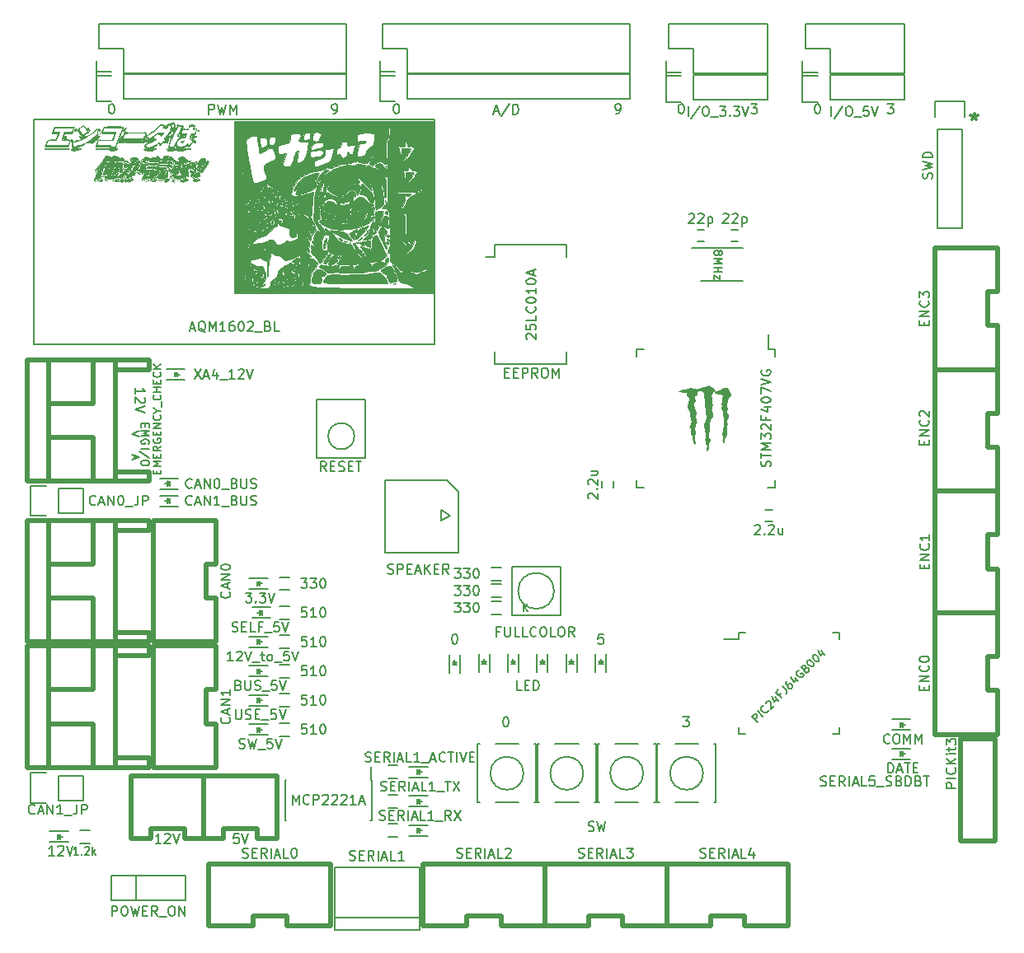
<source format=gbr>
G04 #@! TF.GenerationSoftware,KiCad,Pcbnew,(5.0.0)*
G04 #@! TF.CreationDate,2019-02-26T15:30:29+09:00*
G04 #@! TF.ProjectId,stm32f4_Centaurus,73746D333266345F43656E7461757275,rev?*
G04 #@! TF.SameCoordinates,Original*
G04 #@! TF.FileFunction,Legend,Top*
G04 #@! TF.FilePolarity,Positive*
%FSLAX46Y46*%
G04 Gerber Fmt 4.6, Leading zero omitted, Abs format (unit mm)*
G04 Created by KiCad (PCBNEW (5.0.0)) date 02/26/19 15:30:29*
%MOMM*%
%LPD*%
G01*
G04 APERTURE LIST*
%ADD10C,0.200000*%
%ADD11C,0.150000*%
%ADD12C,0.375000*%
%ADD13C,0.500000*%
%ADD14C,0.010000*%
G04 APERTURE END LIST*
D10*
X141416666Y-53202380D02*
X142035714Y-53202380D01*
X141702380Y-53583333D01*
X141845238Y-53583333D01*
X141940476Y-53630952D01*
X141988095Y-53678571D01*
X142035714Y-53773809D01*
X142035714Y-54011904D01*
X141988095Y-54107142D01*
X141940476Y-54154761D01*
X141845238Y-54202380D01*
X141559523Y-54202380D01*
X141464285Y-54154761D01*
X141416666Y-54107142D01*
X134202380Y-53202380D02*
X134297619Y-53202380D01*
X134392857Y-53250000D01*
X134440476Y-53297619D01*
X134488095Y-53392857D01*
X134535714Y-53583333D01*
X134535714Y-53821428D01*
X134488095Y-54011904D01*
X134440476Y-54107142D01*
X134392857Y-54154761D01*
X134297619Y-54202380D01*
X134202380Y-54202380D01*
X134107142Y-54154761D01*
X134059523Y-54107142D01*
X134011904Y-54011904D01*
X133964285Y-53821428D01*
X133964285Y-53583333D01*
X134011904Y-53392857D01*
X134059523Y-53297619D01*
X134107142Y-53250000D01*
X134202380Y-53202380D01*
X127416666Y-53202380D02*
X128035714Y-53202380D01*
X127702380Y-53583333D01*
X127845238Y-53583333D01*
X127940476Y-53630952D01*
X127988095Y-53678571D01*
X128035714Y-53773809D01*
X128035714Y-54011904D01*
X127988095Y-54107142D01*
X127940476Y-54154761D01*
X127845238Y-54202380D01*
X127559523Y-54202380D01*
X127464285Y-54154761D01*
X127416666Y-54107142D01*
X120202380Y-53202380D02*
X120297619Y-53202380D01*
X120392857Y-53250000D01*
X120440476Y-53297619D01*
X120488095Y-53392857D01*
X120535714Y-53583333D01*
X120535714Y-53821428D01*
X120488095Y-54011904D01*
X120440476Y-54107142D01*
X120392857Y-54154761D01*
X120297619Y-54202380D01*
X120202380Y-54202380D01*
X120107142Y-54154761D01*
X120059523Y-54107142D01*
X120011904Y-54011904D01*
X119964285Y-53821428D01*
X119964285Y-53583333D01*
X120011904Y-53392857D01*
X120059523Y-53297619D01*
X120107142Y-53250000D01*
X120202380Y-53202380D01*
X113559523Y-54202380D02*
X113750000Y-54202380D01*
X113845238Y-54154761D01*
X113892857Y-54107142D01*
X113988095Y-53964285D01*
X114035714Y-53773809D01*
X114035714Y-53392857D01*
X113988095Y-53297619D01*
X113940476Y-53250000D01*
X113845238Y-53202380D01*
X113654761Y-53202380D01*
X113559523Y-53250000D01*
X113511904Y-53297619D01*
X113464285Y-53392857D01*
X113464285Y-53630952D01*
X113511904Y-53726190D01*
X113559523Y-53773809D01*
X113654761Y-53821428D01*
X113845238Y-53821428D01*
X113940476Y-53773809D01*
X113988095Y-53726190D01*
X114035714Y-53630952D01*
X90952380Y-53202380D02*
X91047619Y-53202380D01*
X91142857Y-53250000D01*
X91190476Y-53297619D01*
X91238095Y-53392857D01*
X91285714Y-53583333D01*
X91285714Y-53821428D01*
X91238095Y-54011904D01*
X91190476Y-54107142D01*
X91142857Y-54154761D01*
X91047619Y-54202380D01*
X90952380Y-54202380D01*
X90857142Y-54154761D01*
X90809523Y-54107142D01*
X90761904Y-54011904D01*
X90714285Y-53821428D01*
X90714285Y-53583333D01*
X90761904Y-53392857D01*
X90809523Y-53297619D01*
X90857142Y-53250000D01*
X90952380Y-53202380D01*
X84459523Y-54202380D02*
X84650000Y-54202380D01*
X84745238Y-54154761D01*
X84792857Y-54107142D01*
X84888095Y-53964285D01*
X84935714Y-53773809D01*
X84935714Y-53392857D01*
X84888095Y-53297619D01*
X84840476Y-53250000D01*
X84745238Y-53202380D01*
X84554761Y-53202380D01*
X84459523Y-53250000D01*
X84411904Y-53297619D01*
X84364285Y-53392857D01*
X84364285Y-53630952D01*
X84411904Y-53726190D01*
X84459523Y-53773809D01*
X84554761Y-53821428D01*
X84745238Y-53821428D01*
X84840476Y-53773809D01*
X84888095Y-53726190D01*
X84935714Y-53630952D01*
X61702380Y-53202380D02*
X61797619Y-53202380D01*
X61892857Y-53250000D01*
X61940476Y-53297619D01*
X61988095Y-53392857D01*
X62035714Y-53583333D01*
X62035714Y-53821428D01*
X61988095Y-54011904D01*
X61940476Y-54107142D01*
X61892857Y-54154761D01*
X61797619Y-54202380D01*
X61702380Y-54202380D01*
X61607142Y-54154761D01*
X61559523Y-54107142D01*
X61511904Y-54011904D01*
X61464285Y-53821428D01*
X61464285Y-53583333D01*
X61511904Y-53392857D01*
X61559523Y-53297619D01*
X61607142Y-53250000D01*
X61702380Y-53202380D01*
X120416666Y-116202380D02*
X121035714Y-116202380D01*
X120702380Y-116583333D01*
X120845238Y-116583333D01*
X120940476Y-116630952D01*
X120988095Y-116678571D01*
X121035714Y-116773809D01*
X121035714Y-117011904D01*
X120988095Y-117107142D01*
X120940476Y-117154761D01*
X120845238Y-117202380D01*
X120559523Y-117202380D01*
X120464285Y-117154761D01*
X120416666Y-117107142D01*
X102202380Y-116202380D02*
X102297619Y-116202380D01*
X102392857Y-116250000D01*
X102440476Y-116297619D01*
X102488095Y-116392857D01*
X102535714Y-116583333D01*
X102535714Y-116821428D01*
X102488095Y-117011904D01*
X102440476Y-117107142D01*
X102392857Y-117154761D01*
X102297619Y-117202380D01*
X102202380Y-117202380D01*
X102107142Y-117154761D01*
X102059523Y-117107142D01*
X102011904Y-117011904D01*
X101964285Y-116821428D01*
X101964285Y-116583333D01*
X102011904Y-116392857D01*
X102059523Y-116297619D01*
X102107142Y-116250000D01*
X102202380Y-116202380D01*
X110717857Y-127904761D02*
X110860714Y-127952380D01*
X111098809Y-127952380D01*
X111194047Y-127904761D01*
X111241666Y-127857142D01*
X111289285Y-127761904D01*
X111289285Y-127666666D01*
X111241666Y-127571428D01*
X111194047Y-127523809D01*
X111098809Y-127476190D01*
X110908333Y-127428571D01*
X110813095Y-127380952D01*
X110765476Y-127333333D01*
X110717857Y-127238095D01*
X110717857Y-127142857D01*
X110765476Y-127047619D01*
X110813095Y-127000000D01*
X110908333Y-126952380D01*
X111146428Y-126952380D01*
X111289285Y-127000000D01*
X111622619Y-126952380D02*
X111860714Y-127952380D01*
X112051190Y-127238095D01*
X112241666Y-127952380D01*
X112479761Y-126952380D01*
X103857142Y-113452380D02*
X103380952Y-113452380D01*
X103380952Y-112452380D01*
X104190476Y-112928571D02*
X104523809Y-112928571D01*
X104666666Y-113452380D02*
X104190476Y-113452380D01*
X104190476Y-112452380D01*
X104666666Y-112452380D01*
X105095238Y-113452380D02*
X105095238Y-112452380D01*
X105333333Y-112452380D01*
X105476190Y-112500000D01*
X105571428Y-112595238D01*
X105619047Y-112690476D01*
X105666666Y-112880952D01*
X105666666Y-113023809D01*
X105619047Y-113214285D01*
X105571428Y-113309523D01*
X105476190Y-113404761D01*
X105333333Y-113452380D01*
X105095238Y-113452380D01*
D11*
X104040476Y-105361904D02*
X104040476Y-104561904D01*
X104497619Y-105361904D02*
X104154761Y-104904761D01*
X104497619Y-104561904D02*
X104040476Y-105019047D01*
D10*
X112238095Y-107702380D02*
X111761904Y-107702380D01*
X111714285Y-108178571D01*
X111761904Y-108130952D01*
X111857142Y-108083333D01*
X112095238Y-108083333D01*
X112190476Y-108130952D01*
X112238095Y-108178571D01*
X112285714Y-108273809D01*
X112285714Y-108511904D01*
X112238095Y-108607142D01*
X112190476Y-108654761D01*
X112095238Y-108702380D01*
X111857142Y-108702380D01*
X111761904Y-108654761D01*
X111714285Y-108607142D01*
X96952380Y-107702380D02*
X97047619Y-107702380D01*
X97142857Y-107750000D01*
X97190476Y-107797619D01*
X97238095Y-107892857D01*
X97285714Y-108083333D01*
X97285714Y-108321428D01*
X97238095Y-108511904D01*
X97190476Y-108607142D01*
X97142857Y-108654761D01*
X97047619Y-108702380D01*
X96952380Y-108702380D01*
X96857142Y-108654761D01*
X96809523Y-108607142D01*
X96761904Y-108511904D01*
X96714285Y-108321428D01*
X96714285Y-108083333D01*
X96761904Y-107892857D01*
X96809523Y-107797619D01*
X96857142Y-107750000D01*
X96952380Y-107702380D01*
D12*
X150330000Y-54178571D02*
X150330000Y-54535714D01*
X149972857Y-54392857D02*
X150330000Y-54535714D01*
X150687142Y-54392857D01*
X150115714Y-54821428D02*
X150330000Y-54535714D01*
X150544285Y-54821428D01*
D10*
X101607142Y-107428571D02*
X101273809Y-107428571D01*
X101273809Y-107952380D02*
X101273809Y-106952380D01*
X101750000Y-106952380D01*
X102130952Y-106952380D02*
X102130952Y-107761904D01*
X102178571Y-107857142D01*
X102226190Y-107904761D01*
X102321428Y-107952380D01*
X102511904Y-107952380D01*
X102607142Y-107904761D01*
X102654761Y-107857142D01*
X102702380Y-107761904D01*
X102702380Y-106952380D01*
X103654761Y-107952380D02*
X103178571Y-107952380D01*
X103178571Y-106952380D01*
X104464285Y-107952380D02*
X103988095Y-107952380D01*
X103988095Y-106952380D01*
X105369047Y-107857142D02*
X105321428Y-107904761D01*
X105178571Y-107952380D01*
X105083333Y-107952380D01*
X104940476Y-107904761D01*
X104845238Y-107809523D01*
X104797619Y-107714285D01*
X104750000Y-107523809D01*
X104750000Y-107380952D01*
X104797619Y-107190476D01*
X104845238Y-107095238D01*
X104940476Y-107000000D01*
X105083333Y-106952380D01*
X105178571Y-106952380D01*
X105321428Y-107000000D01*
X105369047Y-107047619D01*
X105988095Y-106952380D02*
X106178571Y-106952380D01*
X106273809Y-107000000D01*
X106369047Y-107095238D01*
X106416666Y-107285714D01*
X106416666Y-107619047D01*
X106369047Y-107809523D01*
X106273809Y-107904761D01*
X106178571Y-107952380D01*
X105988095Y-107952380D01*
X105892857Y-107904761D01*
X105797619Y-107809523D01*
X105750000Y-107619047D01*
X105750000Y-107285714D01*
X105797619Y-107095238D01*
X105892857Y-107000000D01*
X105988095Y-106952380D01*
X107321428Y-107952380D02*
X106845238Y-107952380D01*
X106845238Y-106952380D01*
X107845238Y-106952380D02*
X108035714Y-106952380D01*
X108130952Y-107000000D01*
X108226190Y-107095238D01*
X108273809Y-107285714D01*
X108273809Y-107619047D01*
X108226190Y-107809523D01*
X108130952Y-107904761D01*
X108035714Y-107952380D01*
X107845238Y-107952380D01*
X107750000Y-107904761D01*
X107654761Y-107809523D01*
X107607142Y-107619047D01*
X107607142Y-107285714D01*
X107654761Y-107095238D01*
X107750000Y-107000000D01*
X107845238Y-106952380D01*
X109273809Y-107952380D02*
X108940476Y-107476190D01*
X108702380Y-107952380D02*
X108702380Y-106952380D01*
X109083333Y-106952380D01*
X109178571Y-107000000D01*
X109226190Y-107047619D01*
X109273809Y-107142857D01*
X109273809Y-107285714D01*
X109226190Y-107380952D01*
X109178571Y-107428571D01*
X109083333Y-107476190D01*
X108702380Y-107476190D01*
X102138095Y-80818571D02*
X102471428Y-80818571D01*
X102614285Y-81342380D02*
X102138095Y-81342380D01*
X102138095Y-80342380D01*
X102614285Y-80342380D01*
X103042857Y-80818571D02*
X103376190Y-80818571D01*
X103519047Y-81342380D02*
X103042857Y-81342380D01*
X103042857Y-80342380D01*
X103519047Y-80342380D01*
X103947619Y-81342380D02*
X103947619Y-80342380D01*
X104328571Y-80342380D01*
X104423809Y-80390000D01*
X104471428Y-80437619D01*
X104519047Y-80532857D01*
X104519047Y-80675714D01*
X104471428Y-80770952D01*
X104423809Y-80818571D01*
X104328571Y-80866190D01*
X103947619Y-80866190D01*
X105519047Y-81342380D02*
X105185714Y-80866190D01*
X104947619Y-81342380D02*
X104947619Y-80342380D01*
X105328571Y-80342380D01*
X105423809Y-80390000D01*
X105471428Y-80437619D01*
X105519047Y-80532857D01*
X105519047Y-80675714D01*
X105471428Y-80770952D01*
X105423809Y-80818571D01*
X105328571Y-80866190D01*
X104947619Y-80866190D01*
X106138095Y-80342380D02*
X106328571Y-80342380D01*
X106423809Y-80390000D01*
X106519047Y-80485238D01*
X106566666Y-80675714D01*
X106566666Y-81009047D01*
X106519047Y-81199523D01*
X106423809Y-81294761D01*
X106328571Y-81342380D01*
X106138095Y-81342380D01*
X106042857Y-81294761D01*
X105947619Y-81199523D01*
X105900000Y-81009047D01*
X105900000Y-80675714D01*
X105947619Y-80485238D01*
X106042857Y-80390000D01*
X106138095Y-80342380D01*
X106995238Y-81342380D02*
X106995238Y-80342380D01*
X107328571Y-81056666D01*
X107661904Y-80342380D01*
X107661904Y-81342380D01*
D11*
X64066666Y-89309523D02*
X64066666Y-89690476D01*
X63838095Y-89233333D02*
X64638095Y-89500000D01*
X63838095Y-89766666D01*
X64812772Y-88661904D02*
X65612772Y-88661904D01*
X65650867Y-89614285D02*
X64622296Y-88928571D01*
X65612772Y-90033333D02*
X65612772Y-90185714D01*
X65574677Y-90261904D01*
X65498486Y-90338095D01*
X65346105Y-90376190D01*
X65079438Y-90376190D01*
X64927057Y-90338095D01*
X64850867Y-90261904D01*
X64812772Y-90185714D01*
X64812772Y-90033333D01*
X64850867Y-89957142D01*
X64927057Y-89880952D01*
X65079438Y-89842857D01*
X65346105Y-89842857D01*
X65498486Y-89880952D01*
X65574677Y-89957142D01*
X65612772Y-90033333D01*
X64638095Y-86833333D02*
X63838095Y-87100000D01*
X64638095Y-87366666D01*
X65231819Y-86071428D02*
X65231819Y-86338095D01*
X64812772Y-86452380D02*
X64812772Y-86071428D01*
X65612772Y-86071428D01*
X65612772Y-86452380D01*
X64812772Y-86795238D02*
X65612772Y-86795238D01*
X65041343Y-87061904D01*
X65612772Y-87328571D01*
X64812772Y-87328571D01*
X65574677Y-88128571D02*
X65612772Y-88052380D01*
X65612772Y-87938095D01*
X65574677Y-87823809D01*
X65498486Y-87747619D01*
X65422296Y-87709523D01*
X65269915Y-87671428D01*
X65155629Y-87671428D01*
X65003248Y-87709523D01*
X64927057Y-87747619D01*
X64850867Y-87823809D01*
X64812772Y-87938095D01*
X64812772Y-88014285D01*
X64850867Y-88128571D01*
X64888962Y-88166666D01*
X65155629Y-88166666D01*
X65155629Y-88014285D01*
D10*
X64222296Y-82994499D02*
X64222296Y-82423070D01*
X64222296Y-82708785D02*
X65222296Y-82708785D01*
X65079438Y-82613547D01*
X64984200Y-82518308D01*
X64936581Y-82423070D01*
X65127057Y-83375451D02*
X65174677Y-83423070D01*
X65222296Y-83518308D01*
X65222296Y-83756404D01*
X65174677Y-83851642D01*
X65127057Y-83899261D01*
X65031819Y-83946880D01*
X64936581Y-83946880D01*
X64793724Y-83899261D01*
X64222296Y-83327832D01*
X64222296Y-83946880D01*
X65222296Y-84232594D02*
X64222296Y-84565927D01*
X65222296Y-84899261D01*
D13*
G04 #@! TO.C,P11*
X66050000Y-108500000D02*
X72450000Y-108500000D01*
X72450000Y-96000000D02*
X66050000Y-96000000D01*
X66050000Y-96000000D02*
X66050000Y-108500000D01*
X72450000Y-100500000D02*
X72450000Y-96000000D01*
X71450000Y-100500000D02*
X72450000Y-100500000D01*
X71450000Y-104000000D02*
X71450000Y-100500000D01*
X72450000Y-104000000D02*
X71450000Y-104000000D01*
X72450000Y-108500000D02*
X72450000Y-104000000D01*
D11*
G04 #@! TO.C,U12*
X101085000Y-67695000D02*
X101085000Y-68965000D01*
X108435000Y-67695000D02*
X108435000Y-68965000D01*
X108435000Y-79905000D02*
X108435000Y-78635000D01*
X101085000Y-79905000D02*
X101085000Y-78635000D01*
X101085000Y-67695000D02*
X108435000Y-67695000D01*
X101085000Y-79905000D02*
X108435000Y-79905000D01*
X101085000Y-68965000D02*
X100150000Y-68965000D01*
G04 #@! TO.C,R44*
X58500000Y-127825000D02*
X59500000Y-127825000D01*
X59500000Y-129175000D02*
X58500000Y-129175000D01*
G04 #@! TO.C,P28*
X118700000Y-53050000D02*
X118700000Y-49950000D01*
X120250000Y-53050000D02*
X118700000Y-53050000D01*
X121520000Y-50230000D02*
X121520000Y-52770000D01*
X129140000Y-52770000D02*
X129140000Y-50230000D01*
X118700000Y-49950000D02*
X120250000Y-49950000D01*
X121520000Y-50230000D02*
X129140000Y-50230000D01*
X121520000Y-52770000D02*
X129140000Y-52770000D01*
G04 #@! TO.C,P31*
X135520000Y-50020000D02*
X143140000Y-50020000D01*
X143140000Y-50020000D02*
X143140000Y-44940000D01*
X143140000Y-44940000D02*
X132980000Y-44940000D01*
X132980000Y-44940000D02*
X132980000Y-47480000D01*
X132700000Y-48750000D02*
X132700000Y-50300000D01*
X132980000Y-47480000D02*
X135520000Y-47480000D01*
X135520000Y-47480000D02*
X135520000Y-50020000D01*
X132700000Y-50300000D02*
X134250000Y-50300000D01*
G04 #@! TO.C,P29*
X135520000Y-52770000D02*
X143140000Y-52770000D01*
X135520000Y-50230000D02*
X143140000Y-50230000D01*
X132700000Y-49950000D02*
X134250000Y-49950000D01*
X143140000Y-52770000D02*
X143140000Y-50230000D01*
X135520000Y-50230000D02*
X135520000Y-52770000D01*
X134250000Y-53050000D02*
X132700000Y-53050000D01*
X132700000Y-53050000D02*
X132700000Y-49950000D01*
G04 #@! TO.C,P30*
X118700000Y-50300000D02*
X120250000Y-50300000D01*
X121520000Y-47480000D02*
X121520000Y-50020000D01*
X118980000Y-47480000D02*
X121520000Y-47480000D01*
X118700000Y-48750000D02*
X118700000Y-50300000D01*
X118980000Y-44940000D02*
X118980000Y-47480000D01*
X129140000Y-44940000D02*
X118980000Y-44940000D01*
X129140000Y-50020000D02*
X129140000Y-44940000D01*
X121520000Y-50020000D02*
X129140000Y-50020000D01*
G04 #@! TO.C,R28*
X79000000Y-107825000D02*
X80000000Y-107825000D01*
X80000000Y-109175000D02*
X79000000Y-109175000D01*
G04 #@! TO.C,R30*
X79000000Y-113825000D02*
X80000000Y-113825000D01*
X80000000Y-115175000D02*
X79000000Y-115175000D01*
G04 #@! TO.C,R26*
X80000000Y-106175000D02*
X79000000Y-106175000D01*
X79000000Y-104825000D02*
X80000000Y-104825000D01*
G04 #@! TO.C,R27*
X80000000Y-112175000D02*
X79000000Y-112175000D01*
X79000000Y-110825000D02*
X80000000Y-110825000D01*
G04 #@! TO.C,R29*
X79000000Y-116825000D02*
X80000000Y-116825000D01*
X80000000Y-118175000D02*
X79000000Y-118175000D01*
G04 #@! TO.C,R31*
X80000000Y-103175000D02*
X79000000Y-103175000D01*
X79000000Y-101825000D02*
X80000000Y-101825000D01*
G04 #@! TO.C,D7*
X77000000Y-111750000D02*
X76750000Y-111500000D01*
X77000000Y-111250000D02*
X77000000Y-111750000D01*
X76750000Y-111500000D02*
X77000000Y-111250000D01*
X76750000Y-111250000D02*
X76750000Y-111750000D01*
X76800000Y-111500000D02*
X77250000Y-111500000D01*
X75900000Y-110950000D02*
X77800000Y-110950000D01*
X75900000Y-112050000D02*
X77800000Y-112050000D01*
G04 #@! TO.C,D8*
X75900000Y-109050000D02*
X77800000Y-109050000D01*
X75900000Y-107950000D02*
X77800000Y-107950000D01*
X76800000Y-108500000D02*
X77250000Y-108500000D01*
X76750000Y-108250000D02*
X76750000Y-108750000D01*
X76750000Y-108500000D02*
X77000000Y-108250000D01*
X77000000Y-108250000D02*
X77000000Y-108750000D01*
X77000000Y-108750000D02*
X76750000Y-108500000D01*
G04 #@! TO.C,D9*
X77000000Y-117750000D02*
X76750000Y-117500000D01*
X77000000Y-117250000D02*
X77000000Y-117750000D01*
X76750000Y-117500000D02*
X77000000Y-117250000D01*
X76750000Y-117250000D02*
X76750000Y-117750000D01*
X76800000Y-117500000D02*
X77250000Y-117500000D01*
X75900000Y-116950000D02*
X77800000Y-116950000D01*
X75900000Y-118050000D02*
X77800000Y-118050000D01*
G04 #@! TO.C,D11*
X77000000Y-102750000D02*
X76750000Y-102500000D01*
X77000000Y-102250000D02*
X77000000Y-102750000D01*
X76750000Y-102500000D02*
X77000000Y-102250000D01*
X76750000Y-102250000D02*
X76750000Y-102750000D01*
X76800000Y-102500000D02*
X77250000Y-102500000D01*
X75900000Y-101950000D02*
X77800000Y-101950000D01*
X75900000Y-103050000D02*
X77800000Y-103050000D01*
G04 #@! TO.C,D6*
X78100000Y-104950000D02*
X76200000Y-104950000D01*
X78100000Y-106050000D02*
X76200000Y-106050000D01*
X77200000Y-105500000D02*
X76750000Y-105500000D01*
X77250000Y-105750000D02*
X77250000Y-105250000D01*
X77250000Y-105500000D02*
X77000000Y-105750000D01*
X77000000Y-105750000D02*
X77000000Y-105250000D01*
X77000000Y-105250000D02*
X77250000Y-105500000D01*
G04 #@! TO.C,D10*
X75900000Y-115050000D02*
X77800000Y-115050000D01*
X75900000Y-113950000D02*
X77800000Y-113950000D01*
X76800000Y-114500000D02*
X77250000Y-114500000D01*
X76750000Y-114250000D02*
X76750000Y-114750000D01*
X76750000Y-114500000D02*
X77000000Y-114250000D01*
X77000000Y-114250000D02*
X77000000Y-114750000D01*
X77000000Y-114750000D02*
X76750000Y-114500000D01*
G04 #@! TO.C,D18*
X56500000Y-128750000D02*
X56250000Y-128500000D01*
X56500000Y-128250000D02*
X56500000Y-128750000D01*
X56250000Y-128500000D02*
X56500000Y-128250000D01*
X56250000Y-128250000D02*
X56250000Y-128750000D01*
X56300000Y-128500000D02*
X56750000Y-128500000D01*
X55400000Y-127950000D02*
X57300000Y-127950000D01*
X55400000Y-129050000D02*
X57300000Y-129050000D01*
G04 #@! TO.C,U1*
X129875000Y-78375000D02*
X129225000Y-78375000D01*
X129875000Y-92625000D02*
X129115000Y-92625000D01*
X115625000Y-92625000D02*
X116385000Y-92625000D01*
X115625000Y-78375000D02*
X116385000Y-78375000D01*
X129875000Y-78375000D02*
X129875000Y-79135000D01*
X115625000Y-78375000D02*
X115625000Y-79135000D01*
X115625000Y-92625000D02*
X115625000Y-91865000D01*
X129875000Y-92625000D02*
X129875000Y-91865000D01*
X129225000Y-78375000D02*
X129225000Y-76850000D01*
D13*
G04 #@! TO.C,P14*
X65650000Y-108900000D02*
X53050000Y-108900000D01*
X53050000Y-121400000D02*
X53050000Y-108900000D01*
X65650000Y-121400000D02*
X53050000Y-121400000D01*
X55250000Y-108900000D02*
X55250000Y-121400000D01*
X59850000Y-113400000D02*
X55250000Y-113400000D01*
X59850000Y-116900000D02*
X55250000Y-116900000D01*
X59850000Y-113400000D02*
X59850000Y-108900000D01*
X59850000Y-116900000D02*
X59850000Y-121400000D01*
X62150000Y-121400000D02*
X62150000Y-108900000D01*
X65650000Y-109900000D02*
X62150000Y-109900000D01*
X65650000Y-108900000D02*
X65650000Y-109900000D01*
X65650000Y-120400000D02*
X62150000Y-120400000D01*
X65650000Y-121400000D02*
X65650000Y-120400000D01*
D11*
G04 #@! TO.C,R46*
X101750000Y-105675000D02*
X100750000Y-105675000D01*
X100750000Y-104325000D02*
X101750000Y-104325000D01*
G04 #@! TO.C,R48*
X101750000Y-102175000D02*
X100750000Y-102175000D01*
X100750000Y-100825000D02*
X101750000Y-100825000D01*
G04 #@! TO.C,R47*
X100750000Y-102575000D02*
X101750000Y-102575000D01*
X101750000Y-103925000D02*
X100750000Y-103925000D01*
D10*
G04 #@! TO.C,U8*
X107193909Y-103250000D02*
G75*
G03X107193909Y-103250000I-1843909J0D01*
G01*
X107850000Y-105750000D02*
X102850000Y-105750000D01*
X107850000Y-100750000D02*
X107850000Y-105750000D01*
X102850000Y-100750000D02*
X107850000Y-100750000D01*
X102850000Y-105750000D02*
X102850000Y-100750000D01*
D11*
G04 #@! TO.C,C11*
X121900000Y-66150000D02*
X122600000Y-66150000D01*
X122600000Y-67350000D02*
X121900000Y-67350000D01*
G04 #@! TO.C,C13*
X125400000Y-66150000D02*
X126100000Y-66150000D01*
X126100000Y-67350000D02*
X125400000Y-67350000D01*
G04 #@! TO.C,D1*
X143000000Y-120250000D02*
X142750000Y-120000000D01*
X143000000Y-119750000D02*
X143000000Y-120250000D01*
X142750000Y-120000000D02*
X143000000Y-119750000D01*
X142750000Y-119750000D02*
X142750000Y-120250000D01*
X142800000Y-120000000D02*
X143250000Y-120000000D01*
X141900000Y-119450000D02*
X143800000Y-119450000D01*
X141900000Y-120550000D02*
X143800000Y-120550000D01*
G04 #@! TO.C,D2*
X141900000Y-117550000D02*
X143800000Y-117550000D01*
X141900000Y-116450000D02*
X143800000Y-116450000D01*
X142800000Y-117000000D02*
X143250000Y-117000000D01*
X142750000Y-116750000D02*
X142750000Y-117250000D01*
X142750000Y-117000000D02*
X143000000Y-116750000D01*
X143000000Y-116750000D02*
X143000000Y-117250000D01*
X143000000Y-117250000D02*
X142750000Y-117000000D01*
G04 #@! TO.C,D3*
X92320000Y-128420000D02*
X94220000Y-128420000D01*
X92320000Y-127320000D02*
X94220000Y-127320000D01*
X93220000Y-127870000D02*
X93670000Y-127870000D01*
X93170000Y-127620000D02*
X93170000Y-128120000D01*
X93170000Y-127870000D02*
X93420000Y-127620000D01*
X93420000Y-127620000D02*
X93420000Y-128120000D01*
X93420000Y-128120000D02*
X93170000Y-127870000D01*
G04 #@! TO.C,D4*
X93420000Y-125120000D02*
X93170000Y-124870000D01*
X93420000Y-124620000D02*
X93420000Y-125120000D01*
X93170000Y-124870000D02*
X93420000Y-124620000D01*
X93170000Y-124620000D02*
X93170000Y-125120000D01*
X93220000Y-124870000D02*
X93670000Y-124870000D01*
X92320000Y-124320000D02*
X94220000Y-124320000D01*
X92320000Y-125420000D02*
X94220000Y-125420000D01*
G04 #@! TO.C,D5*
X92320000Y-122420000D02*
X94220000Y-122420000D01*
X92320000Y-121320000D02*
X94220000Y-121320000D01*
X93220000Y-121870000D02*
X93670000Y-121870000D01*
X93170000Y-121620000D02*
X93170000Y-122120000D01*
X93170000Y-121870000D02*
X93420000Y-121620000D01*
X93420000Y-121620000D02*
X93420000Y-122120000D01*
X93420000Y-122120000D02*
X93170000Y-121870000D01*
G04 #@! TO.C,IC1*
X126125000Y-107575000D02*
X126125000Y-108175000D01*
X136475000Y-107575000D02*
X136475000Y-108245000D01*
X136475000Y-117925000D02*
X136475000Y-117255000D01*
X126125000Y-117925000D02*
X126125000Y-117255000D01*
X126125000Y-107575000D02*
X126795000Y-107575000D01*
X126125000Y-117925000D02*
X126795000Y-117925000D01*
X136475000Y-117925000D02*
X135805000Y-117925000D01*
X136475000Y-107575000D02*
X135805000Y-107575000D01*
X126125000Y-108175000D02*
X124650000Y-108175000D01*
D13*
G04 #@! TO.C,P1*
X152450000Y-118500000D02*
X148950000Y-118500000D01*
X152450000Y-129000000D02*
X152450000Y-118500000D01*
X148950000Y-129000000D02*
X148950000Y-118500000D01*
X148950000Y-129000000D02*
X152450000Y-129000000D01*
D11*
G04 #@! TO.C,C26*
X113320000Y-91960000D02*
X113320000Y-92660000D01*
X112120000Y-92660000D02*
X112120000Y-91960000D01*
G04 #@! TO.C,C27*
X129600000Y-96100000D02*
X128900000Y-96100000D01*
X128900000Y-94900000D02*
X129600000Y-94900000D01*
G04 #@! TO.C,D19*
X97538703Y-111720000D02*
X97538703Y-109820000D01*
X96438703Y-111720000D02*
X96438703Y-109820000D01*
X96988703Y-110820000D02*
X96988703Y-110370000D01*
X96738703Y-110870000D02*
X97238703Y-110870000D01*
X96988703Y-110870000D02*
X96738703Y-110620000D01*
X96738703Y-110620000D02*
X97238703Y-110620000D01*
X97238703Y-110620000D02*
X96988703Y-110870000D01*
G04 #@! TO.C,LED1*
X86690000Y-87350000D02*
G75*
G03X86690000Y-87350000I-1350000J0D01*
G01*
X87840000Y-89600000D02*
X82840000Y-89600000D01*
X87840000Y-83600000D02*
X87840000Y-89600000D01*
X82840000Y-83600000D02*
X87840000Y-83600000D01*
X82840000Y-89600000D02*
X82840000Y-83600000D01*
D13*
G04 #@! TO.C,P3*
X152700000Y-105500000D02*
X152700000Y-101000000D01*
X152700000Y-101000000D02*
X151700000Y-101000000D01*
X151700000Y-101000000D02*
X151700000Y-97500000D01*
X151700000Y-97500000D02*
X152700000Y-97500000D01*
X152700000Y-97500000D02*
X152700000Y-93000000D01*
X146300000Y-93000000D02*
X146300000Y-105500000D01*
X152700000Y-93000000D02*
X146300000Y-93000000D01*
X146300000Y-105500000D02*
X152700000Y-105500000D01*
G04 #@! TO.C,P4*
X146300000Y-93000000D02*
X152700000Y-93000000D01*
X152700000Y-80500000D02*
X146300000Y-80500000D01*
X146300000Y-80500000D02*
X146300000Y-93000000D01*
X152700000Y-85000000D02*
X152700000Y-80500000D01*
X151700000Y-85000000D02*
X152700000Y-85000000D01*
X151700000Y-88500000D02*
X151700000Y-85000000D01*
X152700000Y-88500000D02*
X151700000Y-88500000D01*
X152700000Y-93000000D02*
X152700000Y-88500000D01*
D11*
G04 #@! TO.C,P5*
X84649100Y-138067460D02*
X93349100Y-138067460D01*
X84649100Y-131662460D02*
X93349100Y-131662460D01*
X93349100Y-131662460D02*
X93349100Y-138067460D01*
X93349100Y-136837460D02*
X84649100Y-136837460D01*
X84649100Y-138067460D02*
X84649100Y-131662460D01*
D13*
G04 #@! TO.C,P6*
X146300000Y-80500000D02*
X152700000Y-80500000D01*
X152700000Y-68000000D02*
X146300000Y-68000000D01*
X146300000Y-68000000D02*
X146300000Y-80500000D01*
X152700000Y-72500000D02*
X152700000Y-68000000D01*
X151700000Y-72500000D02*
X152700000Y-72500000D01*
X151700000Y-76000000D02*
X151700000Y-72500000D01*
X152700000Y-76000000D02*
X151700000Y-76000000D01*
X152700000Y-80500000D02*
X152700000Y-76000000D01*
G04 #@! TO.C,P7*
X152700000Y-118000000D02*
X152700000Y-113500000D01*
X152700000Y-113500000D02*
X151700000Y-113500000D01*
X151700000Y-113500000D02*
X151700000Y-110000000D01*
X151700000Y-110000000D02*
X152700000Y-110000000D01*
X152700000Y-110000000D02*
X152700000Y-105500000D01*
X146300000Y-105500000D02*
X146300000Y-118000000D01*
X152700000Y-105500000D02*
X146300000Y-105500000D01*
X146300000Y-118000000D02*
X152700000Y-118000000D01*
G04 #@! TO.C,P8*
X118750000Y-137700000D02*
X123250000Y-137700000D01*
X123250000Y-137700000D02*
X123250000Y-136700000D01*
X123250000Y-136700000D02*
X126750000Y-136700000D01*
X126750000Y-136700000D02*
X126750000Y-137700000D01*
X126750000Y-137700000D02*
X131250000Y-137700000D01*
X131250000Y-131300000D02*
X118750000Y-131300000D01*
X131250000Y-137700000D02*
X131250000Y-131300000D01*
X118750000Y-131300000D02*
X118750000Y-137700000D01*
G04 #@! TO.C,P9*
X106250000Y-131300000D02*
X106250000Y-137700000D01*
X118750000Y-137700000D02*
X118750000Y-131300000D01*
X118750000Y-131300000D02*
X106250000Y-131300000D01*
X114250000Y-137700000D02*
X118750000Y-137700000D01*
X114250000Y-136700000D02*
X114250000Y-137700000D01*
X110750000Y-136700000D02*
X114250000Y-136700000D01*
X110750000Y-137700000D02*
X110750000Y-136700000D01*
X106250000Y-137700000D02*
X110750000Y-137700000D01*
G04 #@! TO.C,P10*
X78750000Y-122300000D02*
X71250000Y-122300000D01*
X78750000Y-128700000D02*
X78750000Y-122300000D01*
X71250000Y-122300000D02*
X71250000Y-128700000D01*
X76750000Y-128700000D02*
X78750000Y-128700000D01*
X76750000Y-127700000D02*
X76750000Y-128700000D01*
X73250000Y-127700000D02*
X76750000Y-127700000D01*
X73250000Y-128700000D02*
X73250000Y-127700000D01*
X71250000Y-128700000D02*
X73250000Y-128700000D01*
G04 #@! TO.C,P12*
X72450000Y-121400000D02*
X72450000Y-116900000D01*
X72450000Y-116900000D02*
X71450000Y-116900000D01*
X71450000Y-116900000D02*
X71450000Y-113400000D01*
X71450000Y-113400000D02*
X72450000Y-113400000D01*
X72450000Y-113400000D02*
X72450000Y-108900000D01*
X66050000Y-108900000D02*
X66050000Y-121400000D01*
X72450000Y-108900000D02*
X66050000Y-108900000D01*
X66050000Y-121400000D02*
X72450000Y-121400000D01*
G04 #@! TO.C,P13*
X65650000Y-108500000D02*
X65650000Y-107500000D01*
X65650000Y-107500000D02*
X62150000Y-107500000D01*
X65650000Y-96000000D02*
X65650000Y-97000000D01*
X65650000Y-97000000D02*
X62150000Y-97000000D01*
X62150000Y-108500000D02*
X62150000Y-96000000D01*
X59850000Y-104000000D02*
X59850000Y-108500000D01*
X59850000Y-100500000D02*
X59850000Y-96000000D01*
X59850000Y-104000000D02*
X55250000Y-104000000D01*
X59850000Y-100500000D02*
X55250000Y-100500000D01*
X55250000Y-96000000D02*
X55250000Y-108500000D01*
X65650000Y-108500000D02*
X53050000Y-108500000D01*
X53050000Y-108500000D02*
X53050000Y-96000000D01*
X65650000Y-96000000D02*
X53050000Y-96000000D01*
G04 #@! TO.C,P15*
X93750000Y-131300000D02*
X93750000Y-137700000D01*
X106250000Y-137700000D02*
X106250000Y-131300000D01*
X106250000Y-131300000D02*
X93750000Y-131300000D01*
X101750000Y-137700000D02*
X106250000Y-137700000D01*
X101750000Y-136700000D02*
X101750000Y-137700000D01*
X98250000Y-136700000D02*
X101750000Y-136700000D01*
X98250000Y-137700000D02*
X98250000Y-136700000D01*
X93750000Y-137700000D02*
X98250000Y-137700000D01*
G04 #@! TO.C,P16*
X71750000Y-137700000D02*
X76250000Y-137700000D01*
X76250000Y-137700000D02*
X76250000Y-136700000D01*
X76250000Y-136700000D02*
X79750000Y-136700000D01*
X79750000Y-136700000D02*
X79750000Y-137700000D01*
X79750000Y-137700000D02*
X84250000Y-137700000D01*
X84250000Y-131300000D02*
X71750000Y-131300000D01*
X84250000Y-137700000D02*
X84250000Y-131300000D01*
X71750000Y-131300000D02*
X71750000Y-137700000D01*
G04 #@! TO.C,P17*
X63750000Y-128700000D02*
X65750000Y-128700000D01*
X65750000Y-128700000D02*
X65750000Y-127700000D01*
X65750000Y-127700000D02*
X69250000Y-127700000D01*
X69250000Y-127700000D02*
X69250000Y-128700000D01*
X69250000Y-128700000D02*
X71250000Y-128700000D01*
X63750000Y-122300000D02*
X63750000Y-128700000D01*
X71250000Y-128700000D02*
X71250000Y-122300000D01*
X71250000Y-122300000D02*
X63750000Y-122300000D01*
D11*
G04 #@! TO.C,P18*
X149100000Y-55770000D02*
X146560000Y-55770000D01*
X146560000Y-65930000D02*
X146560000Y-55770000D01*
X149100000Y-65930000D02*
X146560000Y-65930000D01*
X149100000Y-55770000D02*
X149100000Y-65930000D01*
X149380000Y-52950000D02*
X149380000Y-54500000D01*
X146280000Y-52950000D02*
X149380000Y-52950000D01*
X146280000Y-54500000D02*
X146280000Y-52950000D01*
G04 #@! TO.C,P23*
X92160000Y-50130000D02*
X115020000Y-50130000D01*
X115020000Y-50130000D02*
X115020000Y-52670000D01*
X115020000Y-52670000D02*
X92160000Y-52670000D01*
X89340000Y-49850000D02*
X90890000Y-49850000D01*
X92160000Y-50130000D02*
X92160000Y-52670000D01*
X90890000Y-52950000D02*
X89340000Y-52950000D01*
X89340000Y-52950000D02*
X89340000Y-49850000D01*
G04 #@! TO.C,P24*
X60200000Y-52950000D02*
X60200000Y-49850000D01*
X61750000Y-52950000D02*
X60200000Y-52950000D01*
X63020000Y-50130000D02*
X63020000Y-52670000D01*
X60200000Y-49850000D02*
X61750000Y-49850000D01*
X85880000Y-52670000D02*
X63020000Y-52670000D01*
X85880000Y-50130000D02*
X85880000Y-52670000D01*
X63020000Y-50130000D02*
X85880000Y-50130000D01*
G04 #@! TO.C,P25*
X89340000Y-50300000D02*
X90890000Y-50300000D01*
X92160000Y-47480000D02*
X92160000Y-50020000D01*
X89620000Y-47480000D02*
X92160000Y-47480000D01*
X89340000Y-48750000D02*
X89340000Y-50300000D01*
X89620000Y-44940000D02*
X89620000Y-47480000D01*
X115020000Y-44940000D02*
X115020000Y-50020000D01*
X92160000Y-50020000D02*
X115020000Y-50020000D01*
X115020000Y-44940000D02*
X89620000Y-44940000D01*
G04 #@! TO.C,P26*
X85880000Y-44940000D02*
X60480000Y-44940000D01*
X63020000Y-50020000D02*
X85880000Y-50020000D01*
X85880000Y-44940000D02*
X85880000Y-50020000D01*
X60480000Y-44940000D02*
X60480000Y-47480000D01*
X60200000Y-48750000D02*
X60200000Y-50300000D01*
X60480000Y-47480000D02*
X63020000Y-47480000D01*
X63020000Y-47480000D02*
X63020000Y-50020000D01*
X60200000Y-50300000D02*
X61750000Y-50300000D01*
G04 #@! TO.C,R22*
X90140000Y-127195000D02*
X91140000Y-127195000D01*
X91140000Y-128545000D02*
X90140000Y-128545000D01*
G04 #@! TO.C,R23*
X91140000Y-125545000D02*
X90140000Y-125545000D01*
X90140000Y-124195000D02*
X91140000Y-124195000D01*
G04 #@! TO.C,R24*
X90140000Y-121195000D02*
X91140000Y-121195000D01*
X91140000Y-122545000D02*
X90140000Y-122545000D01*
G04 #@! TO.C,SP1*
X96550000Y-95550000D02*
X95550000Y-94950000D01*
X95550000Y-94950000D02*
X95550000Y-96050000D01*
X95550000Y-96050000D02*
X96550000Y-95550000D01*
X96150000Y-91850000D02*
X97350000Y-93050000D01*
X97350000Y-99350000D02*
X97350000Y-93050000D01*
X97350000Y-99350000D02*
X89850000Y-99350000D01*
X89850000Y-91850000D02*
X89850000Y-99350000D01*
X96150000Y-91850000D02*
X89850000Y-91850000D01*
G04 #@! TO.C,U3*
X88450000Y-122675000D02*
X88425000Y-122675000D01*
X88450000Y-126825000D02*
X88335000Y-126825000D01*
X79550000Y-126825000D02*
X79665000Y-126825000D01*
X79550000Y-122675000D02*
X79665000Y-122675000D01*
X88450000Y-122675000D02*
X88450000Y-126825000D01*
X79550000Y-122675000D02*
X79550000Y-126825000D01*
X88425000Y-122675000D02*
X88425000Y-121300000D01*
D14*
G04 #@! TO.C,U9*
G36*
X123106152Y-82135803D02*
X123124458Y-82142221D01*
X123131769Y-82157517D01*
X123133331Y-82167842D01*
X123143277Y-82194137D01*
X123169700Y-82211174D01*
X123181800Y-82215467D01*
X123217946Y-82234493D01*
X123230118Y-82256876D01*
X123244476Y-82280972D01*
X123271631Y-82291531D01*
X123301815Y-82304836D01*
X123338155Y-82330720D01*
X123359335Y-82350130D01*
X123400561Y-82385633D01*
X123435491Y-82400430D01*
X123445171Y-82401200D01*
X123490047Y-82409060D01*
X123520282Y-82434372D01*
X123538255Y-82479730D01*
X123543047Y-82507927D01*
X123551741Y-82556589D01*
X123565815Y-82585541D01*
X123589901Y-82600461D01*
X123623485Y-82606537D01*
X123665019Y-82610750D01*
X123536350Y-82756800D01*
X123465961Y-82838994D01*
X123410983Y-82910389D01*
X123370018Y-82975720D01*
X123341667Y-83039720D01*
X123324532Y-83107125D01*
X123317215Y-83182669D01*
X123318318Y-83271088D01*
X123326441Y-83377116D01*
X123333344Y-83444181D01*
X123348853Y-83586854D01*
X123361965Y-83706329D01*
X123372991Y-83804662D01*
X123382246Y-83883909D01*
X123390042Y-83946128D01*
X123396691Y-83993374D01*
X123402507Y-84027705D01*
X123407803Y-84051176D01*
X123412890Y-84065845D01*
X123418083Y-84073767D01*
X123423693Y-84076999D01*
X123429691Y-84077600D01*
X123444299Y-84087629D01*
X123447555Y-84113814D01*
X123440783Y-84150295D01*
X123425304Y-84191215D01*
X123402441Y-84230715D01*
X123392111Y-84244111D01*
X123376213Y-84265384D01*
X123366528Y-84287478D01*
X123361547Y-84317344D01*
X123359763Y-84361936D01*
X123359600Y-84394106D01*
X123358862Y-84449465D01*
X123355840Y-84485568D01*
X123349319Y-84508538D01*
X123338083Y-84524494D01*
X123332699Y-84529656D01*
X123318200Y-84545856D01*
X123311121Y-84565894D01*
X123310056Y-84597323D01*
X123312703Y-84637106D01*
X123317057Y-84674807D01*
X123324604Y-84714130D01*
X123336583Y-84759083D01*
X123354235Y-84813675D01*
X123378799Y-84881913D01*
X123411515Y-84967805D01*
X123428353Y-85011050D01*
X123456962Y-85098177D01*
X123471797Y-85176208D01*
X123472466Y-85241391D01*
X123458580Y-85289975D01*
X123457574Y-85291766D01*
X123429525Y-85331567D01*
X123391678Y-85374189D01*
X123350945Y-85412778D01*
X123314240Y-85440482D01*
X123300099Y-85447894D01*
X123262501Y-85475704D01*
X123240118Y-85522868D01*
X123232601Y-85590128D01*
X123232600Y-85591203D01*
X123225981Y-85646010D01*
X123208371Y-85695355D01*
X123183143Y-85731163D01*
X123170175Y-85740724D01*
X123147899Y-85766117D01*
X123143700Y-85790834D01*
X123135754Y-85826985D01*
X123118300Y-85859065D01*
X123106496Y-85877594D01*
X123098971Y-85900830D01*
X123094831Y-85934561D01*
X123093180Y-85984573D01*
X123093011Y-86022703D01*
X123094057Y-86089196D01*
X123096812Y-86170244D01*
X123100844Y-86255091D01*
X123105186Y-86325500D01*
X123109129Y-86492872D01*
X123099073Y-86672896D01*
X123075607Y-86857433D01*
X123060501Y-86941450D01*
X123049192Y-87025741D01*
X123044016Y-87126527D01*
X123044706Y-87235718D01*
X123050999Y-87345226D01*
X123062630Y-87446965D01*
X123079333Y-87532845D01*
X123079931Y-87535175D01*
X123097404Y-87595106D01*
X123112816Y-87632581D01*
X123125611Y-87646264D01*
X123126209Y-87646300D01*
X123142177Y-87637108D01*
X123143894Y-87630425D01*
X123148285Y-87623813D01*
X123156400Y-87633600D01*
X123166130Y-87665111D01*
X123167923Y-87712148D01*
X123163007Y-87768952D01*
X123152608Y-87829765D01*
X123137953Y-87888829D01*
X123120268Y-87940386D01*
X123100782Y-87978677D01*
X123080720Y-87997945D01*
X123078623Y-87998632D01*
X123067681Y-88004129D01*
X123060474Y-88016916D01*
X123056078Y-88041728D01*
X123053568Y-88083299D01*
X123052261Y-88133556D01*
X123051527Y-88207386D01*
X123051786Y-88291804D01*
X123052965Y-88372019D01*
X123053559Y-88395600D01*
X123054808Y-88456780D01*
X123053830Y-88498410D01*
X123049831Y-88526299D01*
X123042017Y-88546257D01*
X123030697Y-88562703D01*
X123011985Y-88594387D01*
X123004003Y-88623830D01*
X123004000Y-88624283D01*
X122993506Y-88672001D01*
X122964731Y-88724681D01*
X122921734Y-88775200D01*
X122913757Y-88782651D01*
X122876592Y-88813796D01*
X122852076Y-88825970D01*
X122837519Y-88817589D01*
X122830229Y-88787068D01*
X122827515Y-88732821D01*
X122827496Y-88731857D01*
X122827650Y-88680162D01*
X122831130Y-88648809D01*
X122838773Y-88632860D01*
X122844973Y-88628898D01*
X122859534Y-88611433D01*
X122864300Y-88584791D01*
X122868456Y-88553455D01*
X122879260Y-88508958D01*
X122891802Y-88468675D01*
X122912971Y-88395466D01*
X122919032Y-88336599D01*
X122909529Y-88285667D01*
X122884008Y-88236266D01*
X122874331Y-88222384D01*
X122801144Y-88103129D01*
X122751389Y-87979063D01*
X122744506Y-87954406D01*
X122739007Y-87929685D01*
X122734704Y-87900855D01*
X122731516Y-87865008D01*
X122729361Y-87819237D01*
X122728156Y-87760633D01*
X122727820Y-87686289D01*
X122728271Y-87593295D01*
X122729426Y-87478744D01*
X122729929Y-87437202D01*
X122735417Y-86997428D01*
X122698410Y-86918347D01*
X122664961Y-86832176D01*
X122651862Y-86759353D01*
X122658905Y-86698306D01*
X122666851Y-86677805D01*
X122679447Y-86647774D01*
X122680830Y-86625402D01*
X122670509Y-86598223D01*
X122663140Y-86583500D01*
X122625107Y-86492170D01*
X122604367Y-86397834D01*
X122599324Y-86292332D01*
X122600350Y-86262823D01*
X122601740Y-86233068D01*
X122603226Y-86207639D01*
X122605579Y-86183900D01*
X122609568Y-86159214D01*
X122615964Y-86130943D01*
X122625537Y-86096451D01*
X122639057Y-86053100D01*
X122657295Y-85998255D01*
X122681019Y-85929277D01*
X122711001Y-85843530D01*
X122748011Y-85738376D01*
X122780174Y-85647091D01*
X122802359Y-85586398D01*
X122822871Y-85534457D01*
X122839740Y-85495965D01*
X122850999Y-85475618D01*
X122852780Y-85473870D01*
X122859393Y-85464356D01*
X122861706Y-85444689D01*
X122859360Y-85412153D01*
X122851994Y-85364032D01*
X122839249Y-85297614D01*
X122820766Y-85210181D01*
X122813322Y-85176150D01*
X122782120Y-85024842D01*
X122759843Y-84893190D01*
X122746227Y-84777167D01*
X122741008Y-84672750D01*
X122743921Y-84575913D01*
X122754702Y-84482631D01*
X122764296Y-84429366D01*
X122771984Y-84387743D01*
X122773009Y-84363315D01*
X122766256Y-84348491D01*
X122750612Y-84335679D01*
X122750543Y-84335631D01*
X122725758Y-84313750D01*
X122708179Y-84285634D01*
X122697039Y-84247386D01*
X122691571Y-84195107D01*
X122691006Y-84124901D01*
X122693835Y-84047660D01*
X122697076Y-83975992D01*
X122698408Y-83924744D01*
X122697429Y-83888981D01*
X122693735Y-83863767D01*
X122686923Y-83844168D01*
X122676592Y-83825247D01*
X122675535Y-83823508D01*
X122659638Y-83792794D01*
X122651389Y-83761547D01*
X122650765Y-83724016D01*
X122657745Y-83674451D01*
X122672304Y-83607101D01*
X122674642Y-83597205D01*
X122688459Y-83530436D01*
X122692004Y-83481772D01*
X122683837Y-83445504D01*
X122662517Y-83415920D01*
X122626604Y-83387312D01*
X122620675Y-83383291D01*
X122587045Y-83358089D01*
X122569857Y-83335131D01*
X122562924Y-83305128D01*
X122562058Y-83295300D01*
X122563937Y-83259038D01*
X122572327Y-83207705D01*
X122585650Y-83150306D01*
X122590633Y-83132349D01*
X122612175Y-83040629D01*
X122622113Y-82956822D01*
X122619931Y-82886660D01*
X122614995Y-82861574D01*
X122598896Y-82838044D01*
X122576233Y-82832999D01*
X122535743Y-82826164D01*
X122502823Y-82803068D01*
X122472620Y-82759829D01*
X122463667Y-82742950D01*
X122431369Y-82679212D01*
X122318649Y-82682793D01*
X122261147Y-82683692D01*
X122223076Y-82681470D01*
X122198576Y-82675343D01*
X122181787Y-82664525D01*
X122181690Y-82664436D01*
X122162202Y-82652659D01*
X122132037Y-82645789D01*
X122085363Y-82642827D01*
X122053674Y-82642499D01*
X122001660Y-82643984D01*
X121965738Y-82648082D01*
X121950206Y-82654261D01*
X121949900Y-82655379D01*
X121941175Y-82671217D01*
X121919365Y-82695199D01*
X121910319Y-82703623D01*
X121870738Y-82738988D01*
X121872733Y-82875222D01*
X121872799Y-82936635D01*
X121871382Y-82993147D01*
X121868749Y-83037074D01*
X121866450Y-83055578D01*
X121860287Y-83081589D01*
X121849635Y-83094626D01*
X121827124Y-83099169D01*
X121793841Y-83099700D01*
X121751742Y-83102578D01*
X121715873Y-83113799D01*
X121675250Y-83137239D01*
X121661904Y-83146260D01*
X121594299Y-83192821D01*
X121594299Y-83398779D01*
X121594434Y-83475384D01*
X121595157Y-83530356D01*
X121596949Y-83567463D01*
X121600290Y-83590473D01*
X121605658Y-83603153D01*
X121613535Y-83609271D01*
X121621434Y-83611833D01*
X121637848Y-83619204D01*
X121644322Y-83634707D01*
X121643217Y-83665819D01*
X121642018Y-83677047D01*
X121637442Y-83705281D01*
X121628853Y-83731887D01*
X121613575Y-83761816D01*
X121588935Y-83800021D01*
X121552256Y-83851452D01*
X121535412Y-83874400D01*
X121521368Y-83894610D01*
X121512322Y-83913450D01*
X121507500Y-83936615D01*
X121506126Y-83969800D01*
X121507426Y-84018700D01*
X121509491Y-84064900D01*
X121517403Y-84164012D01*
X121532490Y-84260831D01*
X121556136Y-84360918D01*
X121589722Y-84469834D01*
X121634632Y-84593142D01*
X121651616Y-84636537D01*
X121691205Y-84737171D01*
X121721775Y-84817044D01*
X121744231Y-84878781D01*
X121759477Y-84925003D01*
X121768416Y-84958333D01*
X121771953Y-84981393D01*
X121772100Y-84986023D01*
X121766007Y-85018759D01*
X121750690Y-85061410D01*
X121730594Y-85103889D01*
X121710162Y-85136106D01*
X121702397Y-85144277D01*
X121694319Y-85155872D01*
X121688765Y-85177559D01*
X121685330Y-85213285D01*
X121683612Y-85266993D01*
X121683200Y-85331875D01*
X121683416Y-85401347D01*
X121684646Y-85450877D01*
X121687765Y-85485924D01*
X121693644Y-85511947D01*
X121703159Y-85534403D01*
X121717181Y-85558752D01*
X121720320Y-85563870D01*
X121765649Y-85654828D01*
X121791577Y-85746427D01*
X121798074Y-85834992D01*
X121785108Y-85916850D01*
X121752647Y-85988330D01*
X121724302Y-86024186D01*
X121699887Y-86058042D01*
X121693339Y-86095860D01*
X121693809Y-86106736D01*
X121691317Y-86145010D01*
X121681469Y-86194043D01*
X121671084Y-86229063D01*
X121657111Y-86274287D01*
X121647679Y-86314175D01*
X121645100Y-86335027D01*
X121635760Y-86363418D01*
X121619700Y-86372620D01*
X121605670Y-86379555D01*
X121597961Y-86395153D01*
X121594784Y-86425562D01*
X121594300Y-86459880D01*
X121596881Y-86508511D01*
X121603801Y-86571614D01*
X121613822Y-86638882D01*
X121619661Y-86671124D01*
X121633279Y-86760187D01*
X121641836Y-86856888D01*
X121645271Y-86954717D01*
X121643524Y-87047160D01*
X121636534Y-87127705D01*
X121624459Y-87189100D01*
X121617320Y-87220124D01*
X121611671Y-87260738D01*
X121607301Y-87314199D01*
X121603997Y-87383764D01*
X121601549Y-87472691D01*
X121599979Y-87566190D01*
X121598825Y-87663681D01*
X121598435Y-87739025D01*
X121598977Y-87795467D01*
X121600623Y-87836252D01*
X121603544Y-87864626D01*
X121607910Y-87883834D01*
X121613891Y-87897121D01*
X121617676Y-87902740D01*
X121631087Y-87930908D01*
X121637821Y-87973441D01*
X121639131Y-88020652D01*
X121637989Y-88068186D01*
X121634131Y-88095929D01*
X121626150Y-88109455D01*
X121615566Y-88113843D01*
X121595705Y-88111712D01*
X121575669Y-88094999D01*
X121552733Y-88060501D01*
X121525733Y-88008250D01*
X121507952Y-87968232D01*
X121492296Y-87924776D01*
X121477979Y-87874338D01*
X121464211Y-87813370D01*
X121450205Y-87738328D01*
X121435173Y-87645665D01*
X121418328Y-87531836D01*
X121415546Y-87512365D01*
X121375870Y-87233646D01*
X121327124Y-87180763D01*
X121294557Y-87138169D01*
X121274663Y-87097263D01*
X121271808Y-87085465D01*
X121267384Y-87046485D01*
X121262833Y-86988896D01*
X121258500Y-86919485D01*
X121254726Y-86845039D01*
X121251856Y-86772344D01*
X121250233Y-86708187D01*
X121250201Y-86659355D01*
X121250216Y-86658690D01*
X121249161Y-86605006D01*
X121240641Y-86563852D01*
X121221085Y-86526365D01*
X121186923Y-86483682D01*
X121173827Y-86469125D01*
X121138742Y-86426185D01*
X121119143Y-86387721D01*
X121115262Y-86348709D01*
X121127327Y-86304123D01*
X121155569Y-86248939D01*
X121186141Y-86199680D01*
X121211561Y-86157610D01*
X121230222Y-86121506D01*
X121238559Y-86098361D01*
X121238700Y-86096545D01*
X121243670Y-86072918D01*
X121256377Y-86036471D01*
X121266267Y-86012789D01*
X121286033Y-85944684D01*
X121294062Y-85860193D01*
X121290828Y-85765202D01*
X121276805Y-85665598D01*
X121252465Y-85567267D01*
X121224164Y-85489422D01*
X121215455Y-85465646D01*
X121209140Y-85438250D01*
X121204859Y-85402874D01*
X121202250Y-85355161D01*
X121200951Y-85290755D01*
X121200600Y-85205632D01*
X121200395Y-85123244D01*
X121199514Y-85062202D01*
X121197557Y-85018454D01*
X121194125Y-84987948D01*
X121188817Y-84966633D01*
X121181234Y-84950455D01*
X121174399Y-84940076D01*
X121158978Y-84909461D01*
X121142890Y-84863277D01*
X121129411Y-84811048D01*
X121128451Y-84806441D01*
X121114999Y-84752895D01*
X121099442Y-84710083D01*
X121084801Y-84685701D01*
X121066916Y-84654460D01*
X121060899Y-84620525D01*
X121054901Y-84586970D01*
X121033202Y-84558126D01*
X121017547Y-84544659D01*
X120965176Y-84487239D01*
X120928358Y-84413040D01*
X120909037Y-84326731D01*
X120906553Y-84278125D01*
X120907098Y-84248014D01*
X120908905Y-84219973D01*
X120912808Y-84190561D01*
X120919639Y-84156337D01*
X120930231Y-84113861D01*
X120945415Y-84059692D01*
X120966025Y-83990389D01*
X120992893Y-83902511D01*
X121013871Y-83834565D01*
X121033312Y-83765870D01*
X121050318Y-83695094D01*
X121062783Y-83631625D01*
X121067995Y-83593265D01*
X121071295Y-83515249D01*
X121063374Y-83453041D01*
X121041421Y-83398658D01*
X121002623Y-83344120D01*
X120965938Y-83303659D01*
X120911781Y-83244542D01*
X120874305Y-83195105D01*
X120850587Y-83148876D01*
X120837704Y-83099385D01*
X120832734Y-83040161D01*
X120832300Y-83007813D01*
X120831443Y-82951605D01*
X120828114Y-82914622D01*
X120821172Y-82890722D01*
X120809474Y-82873765D01*
X120806899Y-82871100D01*
X120780030Y-82852130D01*
X120758043Y-82845699D01*
X120732237Y-82837659D01*
X120704068Y-82818795D01*
X120689010Y-82807129D01*
X120672133Y-82799850D01*
X120648047Y-82796363D01*
X120611363Y-82796075D01*
X120556691Y-82798393D01*
X120531315Y-82799764D01*
X120443585Y-82802030D01*
X120379719Y-82797825D01*
X120339949Y-82787185D01*
X120324508Y-82770148D01*
X120324300Y-82767461D01*
X120312356Y-82763639D01*
X120279546Y-82760423D01*
X120230402Y-82758085D01*
X120169456Y-82756895D01*
X120145568Y-82756800D01*
X120074527Y-82756502D01*
X120025210Y-82755324D01*
X119993946Y-82752835D01*
X119977063Y-82748606D01*
X119970891Y-82742208D01*
X119970943Y-82736370D01*
X119981749Y-82725707D01*
X120011605Y-82710653D01*
X120061889Y-82690662D01*
X120133977Y-82665184D01*
X120227626Y-82634196D01*
X120368170Y-82590950D01*
X120490663Y-82558402D01*
X120599647Y-82535649D01*
X120699666Y-82521788D01*
X120795265Y-82515914D01*
X120824108Y-82515574D01*
X120877189Y-82514526D01*
X120913852Y-82510012D01*
X120943047Y-82499837D01*
X120973725Y-82481801D01*
X120980724Y-82477126D01*
X121066484Y-82424716D01*
X121142342Y-82390567D01*
X121189520Y-82376849D01*
X121229939Y-82370836D01*
X121261576Y-82376427D01*
X121289506Y-82390029D01*
X121326267Y-82416992D01*
X121356796Y-82449586D01*
X121359782Y-82453918D01*
X121384750Y-82492343D01*
X121511750Y-82484849D01*
X121600067Y-82482259D01*
X121667063Y-82486724D01*
X121715989Y-82498890D01*
X121750102Y-82519397D01*
X121763887Y-82534683D01*
X121782525Y-82555681D01*
X121803324Y-82562918D01*
X121837066Y-82559861D01*
X121840442Y-82559309D01*
X121895452Y-82546265D01*
X121935992Y-82525574D01*
X121963561Y-82501838D01*
X121991632Y-82483207D01*
X122014615Y-82477399D01*
X122045336Y-82471328D01*
X122074940Y-82458886D01*
X122141731Y-82427503D01*
X122229353Y-82394549D01*
X122333404Y-82361357D01*
X122449481Y-82329260D01*
X122573182Y-82299589D01*
X122664793Y-82280417D01*
X122724852Y-82267712D01*
X122776674Y-82255029D01*
X122814607Y-82243866D01*
X122832757Y-82235928D01*
X122855101Y-82224686D01*
X122892346Y-82212457D01*
X122917963Y-82206049D01*
X122963906Y-82192388D01*
X122989890Y-82174881D01*
X122997486Y-82162896D01*
X123009919Y-82144971D01*
X123031619Y-82136560D01*
X123069667Y-82134499D01*
X123106152Y-82135803D01*
X123106152Y-82135803D01*
G37*
X123106152Y-82135803D02*
X123124458Y-82142221D01*
X123131769Y-82157517D01*
X123133331Y-82167842D01*
X123143277Y-82194137D01*
X123169700Y-82211174D01*
X123181800Y-82215467D01*
X123217946Y-82234493D01*
X123230118Y-82256876D01*
X123244476Y-82280972D01*
X123271631Y-82291531D01*
X123301815Y-82304836D01*
X123338155Y-82330720D01*
X123359335Y-82350130D01*
X123400561Y-82385633D01*
X123435491Y-82400430D01*
X123445171Y-82401200D01*
X123490047Y-82409060D01*
X123520282Y-82434372D01*
X123538255Y-82479730D01*
X123543047Y-82507927D01*
X123551741Y-82556589D01*
X123565815Y-82585541D01*
X123589901Y-82600461D01*
X123623485Y-82606537D01*
X123665019Y-82610750D01*
X123536350Y-82756800D01*
X123465961Y-82838994D01*
X123410983Y-82910389D01*
X123370018Y-82975720D01*
X123341667Y-83039720D01*
X123324532Y-83107125D01*
X123317215Y-83182669D01*
X123318318Y-83271088D01*
X123326441Y-83377116D01*
X123333344Y-83444181D01*
X123348853Y-83586854D01*
X123361965Y-83706329D01*
X123372991Y-83804662D01*
X123382246Y-83883909D01*
X123390042Y-83946128D01*
X123396691Y-83993374D01*
X123402507Y-84027705D01*
X123407803Y-84051176D01*
X123412890Y-84065845D01*
X123418083Y-84073767D01*
X123423693Y-84076999D01*
X123429691Y-84077600D01*
X123444299Y-84087629D01*
X123447555Y-84113814D01*
X123440783Y-84150295D01*
X123425304Y-84191215D01*
X123402441Y-84230715D01*
X123392111Y-84244111D01*
X123376213Y-84265384D01*
X123366528Y-84287478D01*
X123361547Y-84317344D01*
X123359763Y-84361936D01*
X123359600Y-84394106D01*
X123358862Y-84449465D01*
X123355840Y-84485568D01*
X123349319Y-84508538D01*
X123338083Y-84524494D01*
X123332699Y-84529656D01*
X123318200Y-84545856D01*
X123311121Y-84565894D01*
X123310056Y-84597323D01*
X123312703Y-84637106D01*
X123317057Y-84674807D01*
X123324604Y-84714130D01*
X123336583Y-84759083D01*
X123354235Y-84813675D01*
X123378799Y-84881913D01*
X123411515Y-84967805D01*
X123428353Y-85011050D01*
X123456962Y-85098177D01*
X123471797Y-85176208D01*
X123472466Y-85241391D01*
X123458580Y-85289975D01*
X123457574Y-85291766D01*
X123429525Y-85331567D01*
X123391678Y-85374189D01*
X123350945Y-85412778D01*
X123314240Y-85440482D01*
X123300099Y-85447894D01*
X123262501Y-85475704D01*
X123240118Y-85522868D01*
X123232601Y-85590128D01*
X123232600Y-85591203D01*
X123225981Y-85646010D01*
X123208371Y-85695355D01*
X123183143Y-85731163D01*
X123170175Y-85740724D01*
X123147899Y-85766117D01*
X123143700Y-85790834D01*
X123135754Y-85826985D01*
X123118300Y-85859065D01*
X123106496Y-85877594D01*
X123098971Y-85900830D01*
X123094831Y-85934561D01*
X123093180Y-85984573D01*
X123093011Y-86022703D01*
X123094057Y-86089196D01*
X123096812Y-86170244D01*
X123100844Y-86255091D01*
X123105186Y-86325500D01*
X123109129Y-86492872D01*
X123099073Y-86672896D01*
X123075607Y-86857433D01*
X123060501Y-86941450D01*
X123049192Y-87025741D01*
X123044016Y-87126527D01*
X123044706Y-87235718D01*
X123050999Y-87345226D01*
X123062630Y-87446965D01*
X123079333Y-87532845D01*
X123079931Y-87535175D01*
X123097404Y-87595106D01*
X123112816Y-87632581D01*
X123125611Y-87646264D01*
X123126209Y-87646300D01*
X123142177Y-87637108D01*
X123143894Y-87630425D01*
X123148285Y-87623813D01*
X123156400Y-87633600D01*
X123166130Y-87665111D01*
X123167923Y-87712148D01*
X123163007Y-87768952D01*
X123152608Y-87829765D01*
X123137953Y-87888829D01*
X123120268Y-87940386D01*
X123100782Y-87978677D01*
X123080720Y-87997945D01*
X123078623Y-87998632D01*
X123067681Y-88004129D01*
X123060474Y-88016916D01*
X123056078Y-88041728D01*
X123053568Y-88083299D01*
X123052261Y-88133556D01*
X123051527Y-88207386D01*
X123051786Y-88291804D01*
X123052965Y-88372019D01*
X123053559Y-88395600D01*
X123054808Y-88456780D01*
X123053830Y-88498410D01*
X123049831Y-88526299D01*
X123042017Y-88546257D01*
X123030697Y-88562703D01*
X123011985Y-88594387D01*
X123004003Y-88623830D01*
X123004000Y-88624283D01*
X122993506Y-88672001D01*
X122964731Y-88724681D01*
X122921734Y-88775200D01*
X122913757Y-88782651D01*
X122876592Y-88813796D01*
X122852076Y-88825970D01*
X122837519Y-88817589D01*
X122830229Y-88787068D01*
X122827515Y-88732821D01*
X122827496Y-88731857D01*
X122827650Y-88680162D01*
X122831130Y-88648809D01*
X122838773Y-88632860D01*
X122844973Y-88628898D01*
X122859534Y-88611433D01*
X122864300Y-88584791D01*
X122868456Y-88553455D01*
X122879260Y-88508958D01*
X122891802Y-88468675D01*
X122912971Y-88395466D01*
X122919032Y-88336599D01*
X122909529Y-88285667D01*
X122884008Y-88236266D01*
X122874331Y-88222384D01*
X122801144Y-88103129D01*
X122751389Y-87979063D01*
X122744506Y-87954406D01*
X122739007Y-87929685D01*
X122734704Y-87900855D01*
X122731516Y-87865008D01*
X122729361Y-87819237D01*
X122728156Y-87760633D01*
X122727820Y-87686289D01*
X122728271Y-87593295D01*
X122729426Y-87478744D01*
X122729929Y-87437202D01*
X122735417Y-86997428D01*
X122698410Y-86918347D01*
X122664961Y-86832176D01*
X122651862Y-86759353D01*
X122658905Y-86698306D01*
X122666851Y-86677805D01*
X122679447Y-86647774D01*
X122680830Y-86625402D01*
X122670509Y-86598223D01*
X122663140Y-86583500D01*
X122625107Y-86492170D01*
X122604367Y-86397834D01*
X122599324Y-86292332D01*
X122600350Y-86262823D01*
X122601740Y-86233068D01*
X122603226Y-86207639D01*
X122605579Y-86183900D01*
X122609568Y-86159214D01*
X122615964Y-86130943D01*
X122625537Y-86096451D01*
X122639057Y-86053100D01*
X122657295Y-85998255D01*
X122681019Y-85929277D01*
X122711001Y-85843530D01*
X122748011Y-85738376D01*
X122780174Y-85647091D01*
X122802359Y-85586398D01*
X122822871Y-85534457D01*
X122839740Y-85495965D01*
X122850999Y-85475618D01*
X122852780Y-85473870D01*
X122859393Y-85464356D01*
X122861706Y-85444689D01*
X122859360Y-85412153D01*
X122851994Y-85364032D01*
X122839249Y-85297614D01*
X122820766Y-85210181D01*
X122813322Y-85176150D01*
X122782120Y-85024842D01*
X122759843Y-84893190D01*
X122746227Y-84777167D01*
X122741008Y-84672750D01*
X122743921Y-84575913D01*
X122754702Y-84482631D01*
X122764296Y-84429366D01*
X122771984Y-84387743D01*
X122773009Y-84363315D01*
X122766256Y-84348491D01*
X122750612Y-84335679D01*
X122750543Y-84335631D01*
X122725758Y-84313750D01*
X122708179Y-84285634D01*
X122697039Y-84247386D01*
X122691571Y-84195107D01*
X122691006Y-84124901D01*
X122693835Y-84047660D01*
X122697076Y-83975992D01*
X122698408Y-83924744D01*
X122697429Y-83888981D01*
X122693735Y-83863767D01*
X122686923Y-83844168D01*
X122676592Y-83825247D01*
X122675535Y-83823508D01*
X122659638Y-83792794D01*
X122651389Y-83761547D01*
X122650765Y-83724016D01*
X122657745Y-83674451D01*
X122672304Y-83607101D01*
X122674642Y-83597205D01*
X122688459Y-83530436D01*
X122692004Y-83481772D01*
X122683837Y-83445504D01*
X122662517Y-83415920D01*
X122626604Y-83387312D01*
X122620675Y-83383291D01*
X122587045Y-83358089D01*
X122569857Y-83335131D01*
X122562924Y-83305128D01*
X122562058Y-83295300D01*
X122563937Y-83259038D01*
X122572327Y-83207705D01*
X122585650Y-83150306D01*
X122590633Y-83132349D01*
X122612175Y-83040629D01*
X122622113Y-82956822D01*
X122619931Y-82886660D01*
X122614995Y-82861574D01*
X122598896Y-82838044D01*
X122576233Y-82832999D01*
X122535743Y-82826164D01*
X122502823Y-82803068D01*
X122472620Y-82759829D01*
X122463667Y-82742950D01*
X122431369Y-82679212D01*
X122318649Y-82682793D01*
X122261147Y-82683692D01*
X122223076Y-82681470D01*
X122198576Y-82675343D01*
X122181787Y-82664525D01*
X122181690Y-82664436D01*
X122162202Y-82652659D01*
X122132037Y-82645789D01*
X122085363Y-82642827D01*
X122053674Y-82642499D01*
X122001660Y-82643984D01*
X121965738Y-82648082D01*
X121950206Y-82654261D01*
X121949900Y-82655379D01*
X121941175Y-82671217D01*
X121919365Y-82695199D01*
X121910319Y-82703623D01*
X121870738Y-82738988D01*
X121872733Y-82875222D01*
X121872799Y-82936635D01*
X121871382Y-82993147D01*
X121868749Y-83037074D01*
X121866450Y-83055578D01*
X121860287Y-83081589D01*
X121849635Y-83094626D01*
X121827124Y-83099169D01*
X121793841Y-83099700D01*
X121751742Y-83102578D01*
X121715873Y-83113799D01*
X121675250Y-83137239D01*
X121661904Y-83146260D01*
X121594299Y-83192821D01*
X121594299Y-83398779D01*
X121594434Y-83475384D01*
X121595157Y-83530356D01*
X121596949Y-83567463D01*
X121600290Y-83590473D01*
X121605658Y-83603153D01*
X121613535Y-83609271D01*
X121621434Y-83611833D01*
X121637848Y-83619204D01*
X121644322Y-83634707D01*
X121643217Y-83665819D01*
X121642018Y-83677047D01*
X121637442Y-83705281D01*
X121628853Y-83731887D01*
X121613575Y-83761816D01*
X121588935Y-83800021D01*
X121552256Y-83851452D01*
X121535412Y-83874400D01*
X121521368Y-83894610D01*
X121512322Y-83913450D01*
X121507500Y-83936615D01*
X121506126Y-83969800D01*
X121507426Y-84018700D01*
X121509491Y-84064900D01*
X121517403Y-84164012D01*
X121532490Y-84260831D01*
X121556136Y-84360918D01*
X121589722Y-84469834D01*
X121634632Y-84593142D01*
X121651616Y-84636537D01*
X121691205Y-84737171D01*
X121721775Y-84817044D01*
X121744231Y-84878781D01*
X121759477Y-84925003D01*
X121768416Y-84958333D01*
X121771953Y-84981393D01*
X121772100Y-84986023D01*
X121766007Y-85018759D01*
X121750690Y-85061410D01*
X121730594Y-85103889D01*
X121710162Y-85136106D01*
X121702397Y-85144277D01*
X121694319Y-85155872D01*
X121688765Y-85177559D01*
X121685330Y-85213285D01*
X121683612Y-85266993D01*
X121683200Y-85331875D01*
X121683416Y-85401347D01*
X121684646Y-85450877D01*
X121687765Y-85485924D01*
X121693644Y-85511947D01*
X121703159Y-85534403D01*
X121717181Y-85558752D01*
X121720320Y-85563870D01*
X121765649Y-85654828D01*
X121791577Y-85746427D01*
X121798074Y-85834992D01*
X121785108Y-85916850D01*
X121752647Y-85988330D01*
X121724302Y-86024186D01*
X121699887Y-86058042D01*
X121693339Y-86095860D01*
X121693809Y-86106736D01*
X121691317Y-86145010D01*
X121681469Y-86194043D01*
X121671084Y-86229063D01*
X121657111Y-86274287D01*
X121647679Y-86314175D01*
X121645100Y-86335027D01*
X121635760Y-86363418D01*
X121619700Y-86372620D01*
X121605670Y-86379555D01*
X121597961Y-86395153D01*
X121594784Y-86425562D01*
X121594300Y-86459880D01*
X121596881Y-86508511D01*
X121603801Y-86571614D01*
X121613822Y-86638882D01*
X121619661Y-86671124D01*
X121633279Y-86760187D01*
X121641836Y-86856888D01*
X121645271Y-86954717D01*
X121643524Y-87047160D01*
X121636534Y-87127705D01*
X121624459Y-87189100D01*
X121617320Y-87220124D01*
X121611671Y-87260738D01*
X121607301Y-87314199D01*
X121603997Y-87383764D01*
X121601549Y-87472691D01*
X121599979Y-87566190D01*
X121598825Y-87663681D01*
X121598435Y-87739025D01*
X121598977Y-87795467D01*
X121600623Y-87836252D01*
X121603544Y-87864626D01*
X121607910Y-87883834D01*
X121613891Y-87897121D01*
X121617676Y-87902740D01*
X121631087Y-87930908D01*
X121637821Y-87973441D01*
X121639131Y-88020652D01*
X121637989Y-88068186D01*
X121634131Y-88095929D01*
X121626150Y-88109455D01*
X121615566Y-88113843D01*
X121595705Y-88111712D01*
X121575669Y-88094999D01*
X121552733Y-88060501D01*
X121525733Y-88008250D01*
X121507952Y-87968232D01*
X121492296Y-87924776D01*
X121477979Y-87874338D01*
X121464211Y-87813370D01*
X121450205Y-87738328D01*
X121435173Y-87645665D01*
X121418328Y-87531836D01*
X121415546Y-87512365D01*
X121375870Y-87233646D01*
X121327124Y-87180763D01*
X121294557Y-87138169D01*
X121274663Y-87097263D01*
X121271808Y-87085465D01*
X121267384Y-87046485D01*
X121262833Y-86988896D01*
X121258500Y-86919485D01*
X121254726Y-86845039D01*
X121251856Y-86772344D01*
X121250233Y-86708187D01*
X121250201Y-86659355D01*
X121250216Y-86658690D01*
X121249161Y-86605006D01*
X121240641Y-86563852D01*
X121221085Y-86526365D01*
X121186923Y-86483682D01*
X121173827Y-86469125D01*
X121138742Y-86426185D01*
X121119143Y-86387721D01*
X121115262Y-86348709D01*
X121127327Y-86304123D01*
X121155569Y-86248939D01*
X121186141Y-86199680D01*
X121211561Y-86157610D01*
X121230222Y-86121506D01*
X121238559Y-86098361D01*
X121238700Y-86096545D01*
X121243670Y-86072918D01*
X121256377Y-86036471D01*
X121266267Y-86012789D01*
X121286033Y-85944684D01*
X121294062Y-85860193D01*
X121290828Y-85765202D01*
X121276805Y-85665598D01*
X121252465Y-85567267D01*
X121224164Y-85489422D01*
X121215455Y-85465646D01*
X121209140Y-85438250D01*
X121204859Y-85402874D01*
X121202250Y-85355161D01*
X121200951Y-85290755D01*
X121200600Y-85205632D01*
X121200395Y-85123244D01*
X121199514Y-85062202D01*
X121197557Y-85018454D01*
X121194125Y-84987948D01*
X121188817Y-84966633D01*
X121181234Y-84950455D01*
X121174399Y-84940076D01*
X121158978Y-84909461D01*
X121142890Y-84863277D01*
X121129411Y-84811048D01*
X121128451Y-84806441D01*
X121114999Y-84752895D01*
X121099442Y-84710083D01*
X121084801Y-84685701D01*
X121066916Y-84654460D01*
X121060899Y-84620525D01*
X121054901Y-84586970D01*
X121033202Y-84558126D01*
X121017547Y-84544659D01*
X120965176Y-84487239D01*
X120928358Y-84413040D01*
X120909037Y-84326731D01*
X120906553Y-84278125D01*
X120907098Y-84248014D01*
X120908905Y-84219973D01*
X120912808Y-84190561D01*
X120919639Y-84156337D01*
X120930231Y-84113861D01*
X120945415Y-84059692D01*
X120966025Y-83990389D01*
X120992893Y-83902511D01*
X121013871Y-83834565D01*
X121033312Y-83765870D01*
X121050318Y-83695094D01*
X121062783Y-83631625D01*
X121067995Y-83593265D01*
X121071295Y-83515249D01*
X121063374Y-83453041D01*
X121041421Y-83398658D01*
X121002623Y-83344120D01*
X120965938Y-83303659D01*
X120911781Y-83244542D01*
X120874305Y-83195105D01*
X120850587Y-83148876D01*
X120837704Y-83099385D01*
X120832734Y-83040161D01*
X120832300Y-83007813D01*
X120831443Y-82951605D01*
X120828114Y-82914622D01*
X120821172Y-82890722D01*
X120809474Y-82873765D01*
X120806899Y-82871100D01*
X120780030Y-82852130D01*
X120758043Y-82845699D01*
X120732237Y-82837659D01*
X120704068Y-82818795D01*
X120689010Y-82807129D01*
X120672133Y-82799850D01*
X120648047Y-82796363D01*
X120611363Y-82796075D01*
X120556691Y-82798393D01*
X120531315Y-82799764D01*
X120443585Y-82802030D01*
X120379719Y-82797825D01*
X120339949Y-82787185D01*
X120324508Y-82770148D01*
X120324300Y-82767461D01*
X120312356Y-82763639D01*
X120279546Y-82760423D01*
X120230402Y-82758085D01*
X120169456Y-82756895D01*
X120145568Y-82756800D01*
X120074527Y-82756502D01*
X120025210Y-82755324D01*
X119993946Y-82752835D01*
X119977063Y-82748606D01*
X119970891Y-82742208D01*
X119970943Y-82736370D01*
X119981749Y-82725707D01*
X120011605Y-82710653D01*
X120061889Y-82690662D01*
X120133977Y-82665184D01*
X120227626Y-82634196D01*
X120368170Y-82590950D01*
X120490663Y-82558402D01*
X120599647Y-82535649D01*
X120699666Y-82521788D01*
X120795265Y-82515914D01*
X120824108Y-82515574D01*
X120877189Y-82514526D01*
X120913852Y-82510012D01*
X120943047Y-82499837D01*
X120973725Y-82481801D01*
X120980724Y-82477126D01*
X121066484Y-82424716D01*
X121142342Y-82390567D01*
X121189520Y-82376849D01*
X121229939Y-82370836D01*
X121261576Y-82376427D01*
X121289506Y-82390029D01*
X121326267Y-82416992D01*
X121356796Y-82449586D01*
X121359782Y-82453918D01*
X121384750Y-82492343D01*
X121511750Y-82484849D01*
X121600067Y-82482259D01*
X121667063Y-82486724D01*
X121715989Y-82498890D01*
X121750102Y-82519397D01*
X121763887Y-82534683D01*
X121782525Y-82555681D01*
X121803324Y-82562918D01*
X121837066Y-82559861D01*
X121840442Y-82559309D01*
X121895452Y-82546265D01*
X121935992Y-82525574D01*
X121963561Y-82501838D01*
X121991632Y-82483207D01*
X122014615Y-82477399D01*
X122045336Y-82471328D01*
X122074940Y-82458886D01*
X122141731Y-82427503D01*
X122229353Y-82394549D01*
X122333404Y-82361357D01*
X122449481Y-82329260D01*
X122573182Y-82299589D01*
X122664793Y-82280417D01*
X122724852Y-82267712D01*
X122776674Y-82255029D01*
X122814607Y-82243866D01*
X122832757Y-82235928D01*
X122855101Y-82224686D01*
X122892346Y-82212457D01*
X122917963Y-82206049D01*
X122963906Y-82192388D01*
X122989890Y-82174881D01*
X122997486Y-82162896D01*
X123009919Y-82144971D01*
X123031619Y-82136560D01*
X123069667Y-82134499D01*
X123106152Y-82135803D01*
G36*
X124629452Y-82369668D02*
X124663308Y-82382150D01*
X124701549Y-82392634D01*
X124751989Y-82399553D01*
X124788005Y-82401200D01*
X124871860Y-82406856D01*
X124938836Y-82425788D01*
X124993318Y-82460935D01*
X125039694Y-82515240D01*
X125082349Y-82591645D01*
X125087135Y-82601810D01*
X125113872Y-82658640D01*
X125140814Y-82714593D01*
X125163422Y-82760286D01*
X125169764Y-82772681D01*
X125196827Y-82849606D01*
X125201100Y-82894793D01*
X125207495Y-82943761D01*
X125224333Y-82985775D01*
X125248089Y-83014427D01*
X125271871Y-83023500D01*
X125285777Y-83034945D01*
X125290000Y-83066731D01*
X125285357Y-83093729D01*
X125270398Y-83131020D01*
X125243573Y-83181808D01*
X125203335Y-83249300D01*
X125196455Y-83260406D01*
X125094352Y-83434032D01*
X125011921Y-83595684D01*
X124948187Y-83748181D01*
X124902173Y-83894342D01*
X124872904Y-84036983D01*
X124859403Y-84178924D01*
X124858200Y-84237157D01*
X124858703Y-84293074D01*
X124860886Y-84328684D01*
X124865760Y-84349071D01*
X124874336Y-84359320D01*
X124883268Y-84363244D01*
X124918140Y-84385936D01*
X124945550Y-84424493D01*
X124959246Y-84469408D01*
X124959800Y-84479636D01*
X124955145Y-84510131D01*
X124942659Y-84556304D01*
X124924553Y-84610504D01*
X124913444Y-84639848D01*
X124879069Y-84740582D01*
X124862671Y-84824083D01*
X124864288Y-84891103D01*
X124883960Y-84942393D01*
X124921727Y-84978705D01*
X124931439Y-84984228D01*
X124984277Y-85023004D01*
X125027623Y-85080825D01*
X125049771Y-85124814D01*
X125067190Y-85178766D01*
X125076570Y-85239563D01*
X125078460Y-85302242D01*
X125073406Y-85361840D01*
X125061954Y-85413394D01*
X125044651Y-85451938D01*
X125022044Y-85472512D01*
X125011248Y-85474600D01*
X124993773Y-85479025D01*
X124986250Y-85496839D01*
X124984874Y-85522225D01*
X124974342Y-85573626D01*
X124942797Y-85635355D01*
X124940424Y-85639111D01*
X124917487Y-85677404D01*
X124904240Y-85708928D01*
X124898064Y-85743591D01*
X124896341Y-85791300D01*
X124896300Y-85806048D01*
X124906107Y-85919336D01*
X124922965Y-85990056D01*
X124939857Y-86058864D01*
X124941758Y-86114732D01*
X124927789Y-86165840D01*
X124898377Y-86218397D01*
X124880357Y-86247248D01*
X124869672Y-86271975D01*
X124864834Y-86300307D01*
X124864354Y-86339975D01*
X124866147Y-86385875D01*
X124870067Y-86453217D01*
X124875801Y-86531002D01*
X124882241Y-86604446D01*
X124883545Y-86617600D01*
X124890338Y-86696696D01*
X124895747Y-86784087D01*
X124899677Y-86874855D01*
X124902034Y-86964082D01*
X124902724Y-87046851D01*
X124901652Y-87118245D01*
X124898724Y-87173345D01*
X124894787Y-87203322D01*
X124873509Y-87261273D01*
X124833290Y-87329066D01*
X124817938Y-87350587D01*
X124766861Y-87421947D01*
X124728327Y-87482202D01*
X124697910Y-87539152D01*
X124671184Y-87600592D01*
X124660833Y-87627383D01*
X124644409Y-87673941D01*
X124635292Y-87711406D01*
X124632261Y-87749701D01*
X124634095Y-87798751D01*
X124636218Y-87827428D01*
X124639830Y-87884878D01*
X124639401Y-87923578D01*
X124634398Y-87949934D01*
X124624317Y-87970303D01*
X124606476Y-87992860D01*
X124593461Y-88001900D01*
X124584014Y-87991049D01*
X124568484Y-87962419D01*
X124550018Y-87921896D01*
X124547613Y-87916175D01*
X124522672Y-87841582D01*
X124507784Y-87765262D01*
X124503550Y-87693918D01*
X124510566Y-87634252D01*
X124520064Y-87607563D01*
X124531823Y-87578089D01*
X124538110Y-87544719D01*
X124538753Y-87503204D01*
X124533580Y-87449291D01*
X124522420Y-87378732D01*
X124507670Y-87300307D01*
X124489589Y-87194891D01*
X124481416Y-87108774D01*
X124483686Y-87037644D01*
X124496937Y-86977194D01*
X124521704Y-86923112D01*
X124558525Y-86871089D01*
X124561536Y-86867450D01*
X124585384Y-86823679D01*
X124589837Y-86770688D01*
X124574973Y-86705293D01*
X124566100Y-86681100D01*
X124546885Y-86617774D01*
X124541720Y-86563764D01*
X124550790Y-86523795D01*
X124559368Y-86511845D01*
X124577778Y-86483985D01*
X124597757Y-86438757D01*
X124616335Y-86383787D01*
X124629493Y-86331850D01*
X124632660Y-86301968D01*
X124634552Y-86252301D01*
X124635098Y-86188435D01*
X124634222Y-86115956D01*
X124632924Y-86068831D01*
X124630540Y-85986651D01*
X124629899Y-85925204D01*
X124631247Y-85879866D01*
X124634825Y-85846014D01*
X124640878Y-85819026D01*
X124647038Y-85800903D01*
X124658188Y-85767815D01*
X124661940Y-85739823D01*
X124658450Y-85706769D01*
X124649144Y-85663872D01*
X124639532Y-85609165D01*
X124632591Y-85543156D01*
X124629791Y-85479915D01*
X124629787Y-85478524D01*
X124628220Y-85429441D01*
X124624218Y-85390673D01*
X124618551Y-85368784D01*
X124616658Y-85366500D01*
X124598490Y-85345707D01*
X124578200Y-85308658D01*
X124559375Y-85263845D01*
X124545603Y-85219764D01*
X124540465Y-85186097D01*
X124542616Y-85154555D01*
X124548634Y-85105077D01*
X124557574Y-85044668D01*
X124567533Y-84985650D01*
X124581122Y-84899375D01*
X124586389Y-84833294D01*
X124582596Y-84783358D01*
X124569009Y-84745519D01*
X124544890Y-84715731D01*
X124514301Y-84692919D01*
X124467195Y-84655099D01*
X124433832Y-84608181D01*
X124413626Y-84549386D01*
X124405990Y-84475934D01*
X124410337Y-84385043D01*
X124425972Y-84274553D01*
X124435368Y-84215825D01*
X124441650Y-84167046D01*
X124444295Y-84133138D01*
X124442775Y-84119024D01*
X124442584Y-84118927D01*
X124406053Y-84100501D01*
X124371585Y-84073611D01*
X124347909Y-84045653D01*
X124343084Y-84034620D01*
X124344300Y-83991870D01*
X124364742Y-83945171D01*
X124400574Y-83901229D01*
X124434584Y-83874533D01*
X124489050Y-83839992D01*
X124493851Y-83574621D01*
X124496904Y-83458081D01*
X124501558Y-83363717D01*
X124508047Y-83288343D01*
X124516602Y-83228771D01*
X124520398Y-83209820D01*
X124531170Y-83154538D01*
X124534550Y-83118792D01*
X124530834Y-83097908D01*
X124527768Y-83093071D01*
X124509601Y-83081384D01*
X124473743Y-83065352D01*
X124426853Y-83047849D01*
X124409572Y-83042070D01*
X124356852Y-83023391D01*
X124309422Y-83003821D01*
X124275727Y-82986915D01*
X124270259Y-82983396D01*
X124242613Y-82967574D01*
X124217033Y-82965897D01*
X124189047Y-82973492D01*
X124124771Y-82983645D01*
X124042194Y-82978203D01*
X123942904Y-82957369D01*
X123854900Y-82930573D01*
X123798417Y-82911762D01*
X123748989Y-82895999D01*
X123712676Y-82885176D01*
X123697202Y-82881355D01*
X123673677Y-82870362D01*
X123667978Y-82853120D01*
X123682513Y-82838008D01*
X123684513Y-82837184D01*
X123707966Y-82822487D01*
X123736049Y-82797769D01*
X123739544Y-82794174D01*
X123767503Y-82774606D01*
X123814969Y-82751616D01*
X123876592Y-82726995D01*
X123947019Y-82702539D01*
X124020901Y-82680038D01*
X124092885Y-82661286D01*
X124157621Y-82648076D01*
X124188385Y-82643802D01*
X124238147Y-82637172D01*
X124269924Y-82628498D01*
X124291119Y-82614980D01*
X124304637Y-82599833D01*
X124346390Y-82547583D01*
X124377721Y-82513401D01*
X124402024Y-82494040D01*
X124422689Y-82486254D01*
X124423397Y-82486150D01*
X124453143Y-82476538D01*
X124467212Y-82467067D01*
X124489991Y-82453616D01*
X124499218Y-82451999D01*
X124515852Y-82441942D01*
X124536501Y-82416877D01*
X124542382Y-82407549D01*
X124565805Y-82376881D01*
X124592701Y-82364700D01*
X124629452Y-82369668D01*
X124629452Y-82369668D01*
G37*
X124629452Y-82369668D02*
X124663308Y-82382150D01*
X124701549Y-82392634D01*
X124751989Y-82399553D01*
X124788005Y-82401200D01*
X124871860Y-82406856D01*
X124938836Y-82425788D01*
X124993318Y-82460935D01*
X125039694Y-82515240D01*
X125082349Y-82591645D01*
X125087135Y-82601810D01*
X125113872Y-82658640D01*
X125140814Y-82714593D01*
X125163422Y-82760286D01*
X125169764Y-82772681D01*
X125196827Y-82849606D01*
X125201100Y-82894793D01*
X125207495Y-82943761D01*
X125224333Y-82985775D01*
X125248089Y-83014427D01*
X125271871Y-83023500D01*
X125285777Y-83034945D01*
X125290000Y-83066731D01*
X125285357Y-83093729D01*
X125270398Y-83131020D01*
X125243573Y-83181808D01*
X125203335Y-83249300D01*
X125196455Y-83260406D01*
X125094352Y-83434032D01*
X125011921Y-83595684D01*
X124948187Y-83748181D01*
X124902173Y-83894342D01*
X124872904Y-84036983D01*
X124859403Y-84178924D01*
X124858200Y-84237157D01*
X124858703Y-84293074D01*
X124860886Y-84328684D01*
X124865760Y-84349071D01*
X124874336Y-84359320D01*
X124883268Y-84363244D01*
X124918140Y-84385936D01*
X124945550Y-84424493D01*
X124959246Y-84469408D01*
X124959800Y-84479636D01*
X124955145Y-84510131D01*
X124942659Y-84556304D01*
X124924553Y-84610504D01*
X124913444Y-84639848D01*
X124879069Y-84740582D01*
X124862671Y-84824083D01*
X124864288Y-84891103D01*
X124883960Y-84942393D01*
X124921727Y-84978705D01*
X124931439Y-84984228D01*
X124984277Y-85023004D01*
X125027623Y-85080825D01*
X125049771Y-85124814D01*
X125067190Y-85178766D01*
X125076570Y-85239563D01*
X125078460Y-85302242D01*
X125073406Y-85361840D01*
X125061954Y-85413394D01*
X125044651Y-85451938D01*
X125022044Y-85472512D01*
X125011248Y-85474600D01*
X124993773Y-85479025D01*
X124986250Y-85496839D01*
X124984874Y-85522225D01*
X124974342Y-85573626D01*
X124942797Y-85635355D01*
X124940424Y-85639111D01*
X124917487Y-85677404D01*
X124904240Y-85708928D01*
X124898064Y-85743591D01*
X124896341Y-85791300D01*
X124896300Y-85806048D01*
X124906107Y-85919336D01*
X124922965Y-85990056D01*
X124939857Y-86058864D01*
X124941758Y-86114732D01*
X124927789Y-86165840D01*
X124898377Y-86218397D01*
X124880357Y-86247248D01*
X124869672Y-86271975D01*
X124864834Y-86300307D01*
X124864354Y-86339975D01*
X124866147Y-86385875D01*
X124870067Y-86453217D01*
X124875801Y-86531002D01*
X124882241Y-86604446D01*
X124883545Y-86617600D01*
X124890338Y-86696696D01*
X124895747Y-86784087D01*
X124899677Y-86874855D01*
X124902034Y-86964082D01*
X124902724Y-87046851D01*
X124901652Y-87118245D01*
X124898724Y-87173345D01*
X124894787Y-87203322D01*
X124873509Y-87261273D01*
X124833290Y-87329066D01*
X124817938Y-87350587D01*
X124766861Y-87421947D01*
X124728327Y-87482202D01*
X124697910Y-87539152D01*
X124671184Y-87600592D01*
X124660833Y-87627383D01*
X124644409Y-87673941D01*
X124635292Y-87711406D01*
X124632261Y-87749701D01*
X124634095Y-87798751D01*
X124636218Y-87827428D01*
X124639830Y-87884878D01*
X124639401Y-87923578D01*
X124634398Y-87949934D01*
X124624317Y-87970303D01*
X124606476Y-87992860D01*
X124593461Y-88001900D01*
X124584014Y-87991049D01*
X124568484Y-87962419D01*
X124550018Y-87921896D01*
X124547613Y-87916175D01*
X124522672Y-87841582D01*
X124507784Y-87765262D01*
X124503550Y-87693918D01*
X124510566Y-87634252D01*
X124520064Y-87607563D01*
X124531823Y-87578089D01*
X124538110Y-87544719D01*
X124538753Y-87503204D01*
X124533580Y-87449291D01*
X124522420Y-87378732D01*
X124507670Y-87300307D01*
X124489589Y-87194891D01*
X124481416Y-87108774D01*
X124483686Y-87037644D01*
X124496937Y-86977194D01*
X124521704Y-86923112D01*
X124558525Y-86871089D01*
X124561536Y-86867450D01*
X124585384Y-86823679D01*
X124589837Y-86770688D01*
X124574973Y-86705293D01*
X124566100Y-86681100D01*
X124546885Y-86617774D01*
X124541720Y-86563764D01*
X124550790Y-86523795D01*
X124559368Y-86511845D01*
X124577778Y-86483985D01*
X124597757Y-86438757D01*
X124616335Y-86383787D01*
X124629493Y-86331850D01*
X124632660Y-86301968D01*
X124634552Y-86252301D01*
X124635098Y-86188435D01*
X124634222Y-86115956D01*
X124632924Y-86068831D01*
X124630540Y-85986651D01*
X124629899Y-85925204D01*
X124631247Y-85879866D01*
X124634825Y-85846014D01*
X124640878Y-85819026D01*
X124647038Y-85800903D01*
X124658188Y-85767815D01*
X124661940Y-85739823D01*
X124658450Y-85706769D01*
X124649144Y-85663872D01*
X124639532Y-85609165D01*
X124632591Y-85543156D01*
X124629791Y-85479915D01*
X124629787Y-85478524D01*
X124628220Y-85429441D01*
X124624218Y-85390673D01*
X124618551Y-85368784D01*
X124616658Y-85366500D01*
X124598490Y-85345707D01*
X124578200Y-85308658D01*
X124559375Y-85263845D01*
X124545603Y-85219764D01*
X124540465Y-85186097D01*
X124542616Y-85154555D01*
X124548634Y-85105077D01*
X124557574Y-85044668D01*
X124567533Y-84985650D01*
X124581122Y-84899375D01*
X124586389Y-84833294D01*
X124582596Y-84783358D01*
X124569009Y-84745519D01*
X124544890Y-84715731D01*
X124514301Y-84692919D01*
X124467195Y-84655099D01*
X124433832Y-84608181D01*
X124413626Y-84549386D01*
X124405990Y-84475934D01*
X124410337Y-84385043D01*
X124425972Y-84274553D01*
X124435368Y-84215825D01*
X124441650Y-84167046D01*
X124444295Y-84133138D01*
X124442775Y-84119024D01*
X124442584Y-84118927D01*
X124406053Y-84100501D01*
X124371585Y-84073611D01*
X124347909Y-84045653D01*
X124343084Y-84034620D01*
X124344300Y-83991870D01*
X124364742Y-83945171D01*
X124400574Y-83901229D01*
X124434584Y-83874533D01*
X124489050Y-83839992D01*
X124493851Y-83574621D01*
X124496904Y-83458081D01*
X124501558Y-83363717D01*
X124508047Y-83288343D01*
X124516602Y-83228771D01*
X124520398Y-83209820D01*
X124531170Y-83154538D01*
X124534550Y-83118792D01*
X124530834Y-83097908D01*
X124527768Y-83093071D01*
X124509601Y-83081384D01*
X124473743Y-83065352D01*
X124426853Y-83047849D01*
X124409572Y-83042070D01*
X124356852Y-83023391D01*
X124309422Y-83003821D01*
X124275727Y-82986915D01*
X124270259Y-82983396D01*
X124242613Y-82967574D01*
X124217033Y-82965897D01*
X124189047Y-82973492D01*
X124124771Y-82983645D01*
X124042194Y-82978203D01*
X123942904Y-82957369D01*
X123854900Y-82930573D01*
X123798417Y-82911762D01*
X123748989Y-82895999D01*
X123712676Y-82885176D01*
X123697202Y-82881355D01*
X123673677Y-82870362D01*
X123667978Y-82853120D01*
X123682513Y-82838008D01*
X123684513Y-82837184D01*
X123707966Y-82822487D01*
X123736049Y-82797769D01*
X123739544Y-82794174D01*
X123767503Y-82774606D01*
X123814969Y-82751616D01*
X123876592Y-82726995D01*
X123947019Y-82702539D01*
X124020901Y-82680038D01*
X124092885Y-82661286D01*
X124157621Y-82648076D01*
X124188385Y-82643802D01*
X124238147Y-82637172D01*
X124269924Y-82628498D01*
X124291119Y-82614980D01*
X124304637Y-82599833D01*
X124346390Y-82547583D01*
X124377721Y-82513401D01*
X124402024Y-82494040D01*
X124422689Y-82486254D01*
X124423397Y-82486150D01*
X124453143Y-82476538D01*
X124467212Y-82467067D01*
X124489991Y-82453616D01*
X124499218Y-82451999D01*
X124515852Y-82441942D01*
X124536501Y-82416877D01*
X124542382Y-82407549D01*
X124565805Y-82376881D01*
X124592701Y-82364700D01*
X124629452Y-82369668D01*
D11*
G04 #@! TO.C,X1*
X126600000Y-71420000D02*
X122300000Y-71420000D01*
X121350000Y-68020000D02*
X126600000Y-68020000D01*
G04 #@! TO.C,D21*
X100250000Y-110500000D02*
X100000000Y-110750000D01*
X99750000Y-110500000D02*
X100250000Y-110500000D01*
X100000000Y-110750000D02*
X99750000Y-110500000D01*
X99750000Y-110750000D02*
X100250000Y-110750000D01*
X100000000Y-110700000D02*
X100000000Y-110250000D01*
X99450000Y-111600000D02*
X99450000Y-109700000D01*
X100550000Y-111600000D02*
X100550000Y-109700000D01*
G04 #@! TO.C,D22*
X103550000Y-111600000D02*
X103550000Y-109700000D01*
X102450000Y-111600000D02*
X102450000Y-109700000D01*
X103000000Y-110700000D02*
X103000000Y-110250000D01*
X102750000Y-110750000D02*
X103250000Y-110750000D01*
X103000000Y-110750000D02*
X102750000Y-110500000D01*
X102750000Y-110500000D02*
X103250000Y-110500000D01*
X103250000Y-110500000D02*
X103000000Y-110750000D01*
G04 #@! TO.C,D23*
X109550000Y-111600000D02*
X109550000Y-109700000D01*
X108450000Y-111600000D02*
X108450000Y-109700000D01*
X109000000Y-110700000D02*
X109000000Y-110250000D01*
X108750000Y-110750000D02*
X109250000Y-110750000D01*
X109000000Y-110750000D02*
X108750000Y-110500000D01*
X108750000Y-110500000D02*
X109250000Y-110500000D01*
X109250000Y-110500000D02*
X109000000Y-110750000D01*
G04 #@! TO.C,D24*
X106250000Y-110500000D02*
X106000000Y-110750000D01*
X105750000Y-110500000D02*
X106250000Y-110500000D01*
X106000000Y-110750000D02*
X105750000Y-110500000D01*
X105750000Y-110750000D02*
X106250000Y-110750000D01*
X106000000Y-110700000D02*
X106000000Y-110250000D01*
X105450000Y-111600000D02*
X105450000Y-109700000D01*
X106550000Y-111600000D02*
X106550000Y-109700000D01*
G04 #@! TO.C,D25*
X112550000Y-111600000D02*
X112550000Y-109700000D01*
X111450000Y-111600000D02*
X111450000Y-109700000D01*
X112000000Y-110700000D02*
X112000000Y-110250000D01*
X111750000Y-110750000D02*
X112250000Y-110750000D01*
X112000000Y-110750000D02*
X111750000Y-110500000D01*
X111750000Y-110500000D02*
X112250000Y-110500000D01*
X112250000Y-110500000D02*
X112000000Y-110750000D01*
G04 #@! TO.C,JP1*
X56270000Y-92730000D02*
X58810000Y-92730000D01*
X53450000Y-92450000D02*
X55000000Y-92450000D01*
X56270000Y-92730000D02*
X56270000Y-95270000D01*
X55000000Y-95550000D02*
X53450000Y-95550000D01*
X53450000Y-95550000D02*
X53450000Y-92450000D01*
X56270000Y-95270000D02*
X58810000Y-95270000D01*
X58810000Y-95270000D02*
X58810000Y-92730000D01*
G04 #@! TO.C,JP2*
X58810000Y-124770000D02*
X58810000Y-122230000D01*
X56270000Y-124770000D02*
X58810000Y-124770000D01*
X53450000Y-125050000D02*
X53450000Y-121950000D01*
X55000000Y-125050000D02*
X53450000Y-125050000D01*
X56270000Y-122230000D02*
X56270000Y-124770000D01*
X53450000Y-121950000D02*
X55000000Y-121950000D01*
X56270000Y-122230000D02*
X58810000Y-122230000D01*
D13*
G04 #@! TO.C,P27*
X65650000Y-92000000D02*
X65650000Y-91000000D01*
X65650000Y-91000000D02*
X62150000Y-91000000D01*
X65650000Y-79500000D02*
X65650000Y-80500000D01*
X65650000Y-80500000D02*
X62150000Y-80500000D01*
X62150000Y-92000000D02*
X62150000Y-79500000D01*
X59850000Y-87500000D02*
X59850000Y-92000000D01*
X59850000Y-84000000D02*
X59850000Y-79500000D01*
X59850000Y-87500000D02*
X55250000Y-87500000D01*
X59850000Y-84000000D02*
X55250000Y-84000000D01*
X55250000Y-79500000D02*
X55250000Y-92000000D01*
X65650000Y-92000000D02*
X53050000Y-92000000D01*
X53050000Y-92000000D02*
X53050000Y-79500000D01*
X65650000Y-79500000D02*
X53050000Y-79500000D01*
D11*
G04 #@! TO.C,SW2*
X110200000Y-122000000D02*
G75*
G03X110200000Y-122000000I-1700000J0D01*
G01*
X111500000Y-125000000D02*
X111500000Y-119000000D01*
X105500000Y-119000000D02*
X105500000Y-125000000D01*
X107300000Y-119000000D02*
X109700000Y-119000000D01*
X107300000Y-125000000D02*
X109700000Y-125000000D01*
X105500000Y-125000000D02*
X105700000Y-125000000D01*
X111500000Y-125000000D02*
X111300000Y-125000000D01*
X111500000Y-119000000D02*
X111300000Y-119000000D01*
X105500000Y-119000000D02*
X105700000Y-119000000D01*
G04 #@! TO.C,SW3*
X99350000Y-119000000D02*
X99550000Y-119000000D01*
X105350000Y-119000000D02*
X105150000Y-119000000D01*
X105350000Y-125000000D02*
X105150000Y-125000000D01*
X99350000Y-125000000D02*
X99550000Y-125000000D01*
X101150000Y-125000000D02*
X103550000Y-125000000D01*
X101150000Y-119000000D02*
X103550000Y-119000000D01*
X99350000Y-119000000D02*
X99350000Y-125000000D01*
X105350000Y-125000000D02*
X105350000Y-119000000D01*
X104050000Y-122000000D02*
G75*
G03X104050000Y-122000000I-1700000J0D01*
G01*
G04 #@! TO.C,SW4*
X116350000Y-122000000D02*
G75*
G03X116350000Y-122000000I-1700000J0D01*
G01*
X117650000Y-125000000D02*
X117650000Y-119000000D01*
X111650000Y-119000000D02*
X111650000Y-125000000D01*
X113450000Y-119000000D02*
X115850000Y-119000000D01*
X113450000Y-125000000D02*
X115850000Y-125000000D01*
X111650000Y-125000000D02*
X111850000Y-125000000D01*
X117650000Y-125000000D02*
X117450000Y-125000000D01*
X117650000Y-119000000D02*
X117450000Y-119000000D01*
X111650000Y-119000000D02*
X111850000Y-119000000D01*
G04 #@! TO.C,SW5*
X117800000Y-119000000D02*
X118000000Y-119000000D01*
X123800000Y-119000000D02*
X123600000Y-119000000D01*
X123800000Y-125000000D02*
X123600000Y-125000000D01*
X117800000Y-125000000D02*
X118000000Y-125000000D01*
X119600000Y-125000000D02*
X122000000Y-125000000D01*
X119600000Y-119000000D02*
X122000000Y-119000000D01*
X117800000Y-119000000D02*
X117800000Y-125000000D01*
X123800000Y-125000000D02*
X123800000Y-119000000D01*
X122500000Y-122000000D02*
G75*
G03X122500000Y-122000000I-1700000J0D01*
G01*
G04 #@! TO.C,U7*
X53750000Y-54820000D02*
X94950000Y-54820000D01*
X94950000Y-54820000D02*
X94950000Y-77880000D01*
X94950000Y-77880000D02*
X53750000Y-77880000D01*
X53750000Y-77880000D02*
X53750000Y-54820000D01*
D14*
G04 #@! TO.C,U11*
G36*
X94744666Y-72640000D02*
X74340000Y-72640000D01*
X74340000Y-71020602D01*
X75302806Y-71020602D01*
X75308645Y-71107875D01*
X75413845Y-71199475D01*
X75495811Y-71140518D01*
X75525333Y-70970857D01*
X75515519Y-70815929D01*
X75464644Y-70808325D01*
X75388315Y-70878066D01*
X75302806Y-71020602D01*
X74340000Y-71020602D01*
X74340000Y-69702115D01*
X75963999Y-69702115D01*
X75996725Y-70067351D01*
X76023533Y-70325368D01*
X76082264Y-70879205D01*
X76130828Y-71285990D01*
X76173482Y-71567389D01*
X76214486Y-71745068D01*
X76258098Y-71840691D01*
X76308577Y-71875925D01*
X76328722Y-71878000D01*
X76473722Y-71937079D01*
X76524188Y-71984342D01*
X76647505Y-72043592D01*
X76876217Y-72087381D01*
X77164025Y-72114251D01*
X77464633Y-72122744D01*
X77731741Y-72111404D01*
X77919051Y-72078773D01*
X77978404Y-72032341D01*
X78455599Y-72032341D01*
X78499445Y-72076546D01*
X78662792Y-72096004D01*
X78704353Y-72095841D01*
X78898628Y-72075525D01*
X78994333Y-72033738D01*
X78996417Y-72026167D01*
X78967192Y-72006952D01*
X79335333Y-72006952D01*
X79352757Y-72087047D01*
X79434111Y-72067355D01*
X79539934Y-72001844D01*
X79692089Y-71916671D01*
X79776516Y-71937484D01*
X79833693Y-72021059D01*
X79900093Y-72116502D01*
X79922710Y-72062027D01*
X79925425Y-71973958D01*
X79923498Y-71962667D01*
X80208700Y-71962667D01*
X80209667Y-72072309D01*
X80235978Y-72026499D01*
X80236074Y-72026167D01*
X80334018Y-71900385D01*
X80408933Y-71878000D01*
X80499150Y-71931367D01*
X80488361Y-72009397D01*
X80482444Y-72096797D01*
X80521636Y-72089067D01*
X80591092Y-71970606D01*
X80605333Y-71867114D01*
X80553385Y-71735343D01*
X80434505Y-71707254D01*
X80304132Y-71769490D01*
X80217709Y-71908697D01*
X80208700Y-71962667D01*
X79923498Y-71962667D01*
X79900806Y-71829775D01*
X79789379Y-71812353D01*
X79737500Y-71824636D01*
X79540617Y-71866252D01*
X79441166Y-71876844D01*
X79347775Y-71946337D01*
X79335333Y-72006952D01*
X78967192Y-72006952D01*
X78925955Y-71979840D01*
X78764051Y-71964075D01*
X78585657Y-71978017D01*
X78465722Y-72020810D01*
X78455599Y-72032341D01*
X77978404Y-72032341D01*
X77981138Y-72030203D01*
X78033656Y-71693348D01*
X78106350Y-71539333D01*
X78404000Y-71539333D01*
X78427448Y-71721549D01*
X78524266Y-71787913D01*
X78605299Y-71793333D01*
X78807323Y-71743234D01*
X78911105Y-71667411D01*
X78975211Y-71509949D01*
X79291234Y-71509949D01*
X79395965Y-71604526D01*
X79576162Y-71607685D01*
X79752523Y-71545234D01*
X79823705Y-71379645D01*
X79827790Y-71348833D01*
X79827118Y-71273382D01*
X80197278Y-71273382D01*
X80210430Y-71408735D01*
X80335448Y-71453185D01*
X80390435Y-71454667D01*
X80573096Y-71410962D01*
X80659382Y-71327667D01*
X80675329Y-71137380D01*
X80659968Y-71075195D01*
X80561528Y-70996540D01*
X80412090Y-71021296D01*
X80270699Y-71124174D01*
X80197278Y-71273382D01*
X79827118Y-71273382D01*
X79826318Y-71183774D01*
X79736228Y-71123098D01*
X79604831Y-71116000D01*
X79403047Y-71154898D01*
X79309451Y-71290879D01*
X79306958Y-71300026D01*
X79291234Y-71509949D01*
X78975211Y-71509949D01*
X78982822Y-71491255D01*
X78907392Y-71353201D01*
X78706945Y-71287011D01*
X78660657Y-71285333D01*
X78479505Y-71305766D01*
X78412216Y-71402620D01*
X78404000Y-71539333D01*
X78106350Y-71539333D01*
X78169788Y-71404932D01*
X78361826Y-71220254D01*
X78394922Y-71204426D01*
X78560462Y-71095552D01*
X78701487Y-70897667D01*
X78838131Y-70593290D01*
X78858714Y-70544500D01*
X79266209Y-70544500D01*
X79271103Y-70708767D01*
X79357560Y-70771705D01*
X79557348Y-70748062D01*
X79652833Y-70723969D01*
X79809747Y-70616568D01*
X79843333Y-70465761D01*
X79828153Y-70365308D01*
X80197758Y-70365308D01*
X80223932Y-70506456D01*
X80370740Y-70589214D01*
X80499018Y-70592503D01*
X80673765Y-70538603D01*
X80730799Y-70401670D01*
X80732333Y-70355159D01*
X80676847Y-70172791D01*
X80530885Y-70119176D01*
X80325187Y-70204831D01*
X80314772Y-70212309D01*
X80197758Y-70365308D01*
X79828153Y-70365308D01*
X79822085Y-70325162D01*
X79724508Y-70278409D01*
X79568166Y-70285135D01*
X79370661Y-70329353D01*
X79285190Y-70441650D01*
X79266209Y-70544500D01*
X78858714Y-70544500D01*
X78951110Y-70325494D01*
X79062021Y-70147122D01*
X79215889Y-70011509D01*
X79457734Y-69871991D01*
X79608386Y-69794933D01*
X79886249Y-69656985D01*
X80100402Y-69555167D01*
X80210770Y-69508435D01*
X80216331Y-69507333D01*
X80256720Y-69579088D01*
X80282218Y-69697833D01*
X80345288Y-69841225D01*
X80505663Y-69866398D01*
X80515710Y-69865341D01*
X80686350Y-69840747D01*
X80754867Y-69784188D01*
X80786806Y-69640011D01*
X80787784Y-69634333D01*
X80781242Y-69518401D01*
X80677372Y-69477191D01*
X80541833Y-69477484D01*
X80354711Y-69469098D01*
X80267490Y-69431938D01*
X80266666Y-69427106D01*
X80337438Y-69302565D01*
X80511685Y-69165853D01*
X80732304Y-69058539D01*
X80801666Y-69037620D01*
X80960563Y-69008621D01*
X81015334Y-69059881D01*
X81000941Y-69232089D01*
X80996065Y-69263857D01*
X80973273Y-69466886D01*
X80946677Y-69789496D01*
X80920067Y-70182104D01*
X80902991Y-70481000D01*
X80878701Y-70907147D01*
X80852172Y-71312595D01*
X80827203Y-71641874D01*
X80813124Y-71793333D01*
X80795369Y-72006781D01*
X80807691Y-72067208D01*
X80853189Y-71988761D01*
X80855036Y-71984553D01*
X80883053Y-71853730D01*
X80906783Y-71671330D01*
X81113333Y-71671330D01*
X81161861Y-71836097D01*
X81269906Y-71871916D01*
X81381157Y-71773359D01*
X81412371Y-71700144D01*
X81419483Y-71521135D01*
X81342446Y-71404322D01*
X81217509Y-71400907D01*
X81205377Y-71407774D01*
X81134018Y-71528379D01*
X81113333Y-71671330D01*
X80906783Y-71671330D01*
X80916816Y-71594218D01*
X80953871Y-71238548D01*
X80991760Y-70819254D01*
X81028026Y-70368866D01*
X81060213Y-69919917D01*
X81085864Y-69504940D01*
X81102522Y-69156467D01*
X81107731Y-68907031D01*
X81099033Y-68789163D01*
X81096650Y-68785095D01*
X81009280Y-68800843D01*
X80818554Y-68875994D01*
X80644071Y-68956680D01*
X80258764Y-69115373D01*
X79901801Y-69210278D01*
X79609367Y-69235689D01*
X79417647Y-69185895D01*
X79385069Y-69155292D01*
X79176757Y-68956118D01*
X78918120Y-68804601D01*
X78687542Y-68745333D01*
X78476993Y-68686932D01*
X78362271Y-68606843D01*
X78226536Y-68525251D01*
X78152425Y-68543343D01*
X78054260Y-68731098D01*
X77966679Y-69064428D01*
X77894379Y-69519675D01*
X77842053Y-70073183D01*
X77838665Y-70124188D01*
X77811175Y-70479593D01*
X77780310Y-70765542D01*
X77750659Y-70944021D01*
X77734859Y-70984061D01*
X77716312Y-70919309D01*
X77706761Y-70719663D01*
X77707123Y-70419374D01*
X77713322Y-70180283D01*
X77742310Y-69345152D01*
X77501655Y-69289088D01*
X77290232Y-69206345D01*
X77161519Y-69108684D01*
X77078463Y-69041648D01*
X76947167Y-69026632D01*
X76719735Y-69061919D01*
X76596860Y-69088448D01*
X76316722Y-69151704D01*
X76127577Y-69214041D01*
X76015214Y-69306117D01*
X75965425Y-69458589D01*
X75963999Y-69702115D01*
X74340000Y-69702115D01*
X74340000Y-68906882D01*
X77517000Y-68906882D01*
X77611585Y-69048719D01*
X77769000Y-69081407D01*
X77784142Y-69047095D01*
X77727212Y-69001462D01*
X77635252Y-68852412D01*
X77618116Y-68642925D01*
X77635475Y-68364333D01*
X77548372Y-68652148D01*
X77517000Y-68906882D01*
X74340000Y-68906882D01*
X74340000Y-68162714D01*
X77370886Y-68162714D01*
X77399424Y-68208765D01*
X77512063Y-68313093D01*
X77548097Y-68278593D01*
X77522017Y-68182756D01*
X77532624Y-68015459D01*
X77618186Y-67865256D01*
X77688510Y-67773917D01*
X77648032Y-67795650D01*
X77536618Y-67891265D01*
X77388827Y-68048997D01*
X77370886Y-68162714D01*
X74340000Y-68162714D01*
X74340000Y-67897558D01*
X75712311Y-67897558D01*
X75725284Y-67941000D01*
X75815835Y-68059345D01*
X75905544Y-68030801D01*
X75948563Y-67871719D01*
X75948666Y-67861330D01*
X75917218Y-67681894D01*
X75863402Y-67601964D01*
X75772548Y-67615339D01*
X75713624Y-67734886D01*
X75712311Y-67897558D01*
X74340000Y-67897558D01*
X74340000Y-67560000D01*
X77726666Y-67560000D01*
X77757644Y-67629690D01*
X77783111Y-67616444D01*
X77793244Y-67515965D01*
X77783111Y-67503555D01*
X77732776Y-67515178D01*
X77726666Y-67560000D01*
X74340000Y-67560000D01*
X74340000Y-63850007D01*
X75356000Y-63850007D01*
X75374074Y-63983947D01*
X75423770Y-64248528D01*
X75498294Y-64613351D01*
X75590855Y-65048018D01*
X75694661Y-65522128D01*
X75802919Y-66005285D01*
X75908837Y-66467088D01*
X76005623Y-66877139D01*
X76086484Y-67205038D01*
X76144629Y-67420388D01*
X76169252Y-67489765D01*
X76287495Y-67540565D01*
X76521385Y-67552883D01*
X76823141Y-67532570D01*
X77144985Y-67485473D01*
X77439135Y-67417441D01*
X77657810Y-67334323D01*
X77709653Y-67301209D01*
X77961005Y-67166133D01*
X78201707Y-67139273D01*
X78385319Y-67219005D01*
X78452039Y-67327167D01*
X78550984Y-67525726D01*
X78712735Y-67624305D01*
X78970884Y-67634183D01*
X79240083Y-67591750D01*
X79422694Y-67525605D01*
X79504363Y-67437461D01*
X79504666Y-67432291D01*
X79575046Y-67326416D01*
X79734766Y-67273500D01*
X79906699Y-67295488D01*
X79934485Y-67310008D01*
X80081311Y-67317277D01*
X80310949Y-67240310D01*
X80370094Y-67211762D01*
X80587620Y-67120389D01*
X80746090Y-67088758D01*
X80777570Y-67096128D01*
X80822720Y-67102592D01*
X80847369Y-67042407D01*
X80850217Y-66898118D01*
X80829966Y-66652271D01*
X80785314Y-66287412D01*
X80714962Y-65786086D01*
X80701835Y-65697333D01*
X81367333Y-65697333D01*
X81398311Y-65767023D01*
X81423777Y-65753778D01*
X81433910Y-65653298D01*
X81423777Y-65640889D01*
X81373443Y-65652511D01*
X81367333Y-65697333D01*
X80701835Y-65697333D01*
X80644577Y-65310210D01*
X80569023Y-64802217D01*
X80498461Y-64320885D01*
X80446671Y-63961667D01*
X81891838Y-63961667D01*
X81900990Y-64106262D01*
X81927495Y-64118993D01*
X81930869Y-64111445D01*
X81947618Y-63943365D01*
X81934006Y-63857445D01*
X81907055Y-63822917D01*
X81892397Y-63935374D01*
X81891838Y-63961667D01*
X80446671Y-63961667D01*
X80438467Y-63904770D01*
X80401800Y-63643566D01*
X80716718Y-63643566D01*
X80758696Y-63809997D01*
X80845138Y-63897387D01*
X80887684Y-63895772D01*
X80959273Y-63796646D01*
X80986333Y-63623000D01*
X81960000Y-63623000D01*
X82002333Y-63665333D01*
X82044666Y-63623000D01*
X82002333Y-63580667D01*
X81960000Y-63623000D01*
X80986333Y-63623000D01*
X80950974Y-63431937D01*
X80868786Y-63348156D01*
X80775601Y-63395152D01*
X80740845Y-63462016D01*
X80716718Y-63643566D01*
X80401800Y-63643566D01*
X80394621Y-63592430D01*
X80377406Y-63463204D01*
X80361777Y-63336335D01*
X80340218Y-63231224D01*
X80296728Y-63134822D01*
X80215304Y-63034078D01*
X80079943Y-62915943D01*
X79874643Y-62767368D01*
X79583401Y-62575303D01*
X79277069Y-62381615D01*
X80206820Y-62381615D01*
X80223796Y-62478308D01*
X80290396Y-62586207D01*
X80431775Y-62637161D01*
X80676371Y-62649333D01*
X80986327Y-62620916D01*
X81387890Y-62545853D01*
X81815062Y-62439426D01*
X82201846Y-62316917D01*
X82333258Y-62265661D01*
X82436859Y-62236962D01*
X82463330Y-62299116D01*
X82428524Y-62486956D01*
X82399273Y-62688997D01*
X82371354Y-63012322D01*
X82348300Y-63408900D01*
X82335639Y-63750000D01*
X82323180Y-64167513D01*
X82308123Y-64445362D01*
X82283264Y-64613152D01*
X82241401Y-64700492D01*
X82175328Y-64736986D01*
X82092207Y-64750457D01*
X81943062Y-64748488D01*
X81880602Y-64660906D01*
X81865316Y-64496457D01*
X81855298Y-64215667D01*
X81799102Y-64469667D01*
X81754219Y-64634224D01*
X81709009Y-64650107D01*
X81651502Y-64564627D01*
X81557214Y-64465895D01*
X81501052Y-64501127D01*
X81360665Y-64586839D01*
X81152340Y-64574098D01*
X80941498Y-64468800D01*
X80917180Y-64448500D01*
X80801282Y-64351428D01*
X80794423Y-64380428D01*
X80853179Y-64496789D01*
X80979897Y-64641484D01*
X81183944Y-64677565D01*
X81225332Y-64675565D01*
X81534393Y-64687243D01*
X81714601Y-64785376D01*
X81792534Y-64989229D01*
X81800683Y-65092558D01*
X81828215Y-65384282D01*
X81880420Y-65654004D01*
X81880693Y-65655000D01*
X81914074Y-65737533D01*
X81922670Y-65652802D01*
X81906489Y-65400687D01*
X81904696Y-65379833D01*
X81882586Y-65091790D01*
X81888456Y-64933537D01*
X81935209Y-64866202D01*
X82035747Y-64850915D01*
X82080342Y-64850667D01*
X82239551Y-64875465D01*
X82275702Y-64979352D01*
X82266890Y-65044162D01*
X82270976Y-65251587D01*
X82326505Y-65510643D01*
X82340256Y-65553127D01*
X82393344Y-65762519D01*
X82391981Y-65895444D01*
X82380201Y-65910935D01*
X82316202Y-66015607D01*
X82253897Y-66212176D01*
X82250386Y-66227471D01*
X82189078Y-66501667D01*
X82080980Y-66205333D01*
X82012496Y-66054218D01*
X81971106Y-66032468D01*
X81966441Y-66059886D01*
X81993853Y-66235052D01*
X82069633Y-66471591D01*
X82087000Y-66514726D01*
X82174676Y-66783154D01*
X82210837Y-67020251D01*
X82192048Y-67179988D01*
X82139700Y-67221333D01*
X82016485Y-67154662D01*
X81872765Y-66947286D01*
X81701328Y-66588166D01*
X81657103Y-66482661D01*
X81554220Y-66246573D01*
X81481024Y-66105458D01*
X81454009Y-66088855D01*
X81490576Y-66284253D01*
X81589381Y-66564571D01*
X81725665Y-66869453D01*
X81874671Y-67138543D01*
X81901055Y-67178701D01*
X82050345Y-67483835D01*
X82064145Y-67693505D01*
X82023148Y-67907968D01*
X81829048Y-67725621D01*
X81649418Y-67505762D01*
X81532078Y-67294922D01*
X81451746Y-67135404D01*
X81394845Y-67081770D01*
X81392027Y-67083750D01*
X81399073Y-67182895D01*
X81481556Y-67369468D01*
X81613010Y-67595656D01*
X81766970Y-67813648D01*
X81849751Y-67910696D01*
X82006498Y-68154998D01*
X82028216Y-68334029D01*
X82004224Y-68432794D01*
X81954236Y-68452696D01*
X81849600Y-68380993D01*
X81661661Y-68204944D01*
X81597797Y-68142640D01*
X81397232Y-67955498D01*
X81253746Y-67838833D01*
X81198011Y-67817546D01*
X81198000Y-67818036D01*
X81256708Y-67901640D01*
X81413014Y-68066200D01*
X81637189Y-68281039D01*
X81721303Y-68358021D01*
X82244607Y-68831584D01*
X82102303Y-69129998D01*
X82009112Y-69358535D01*
X81961566Y-69539900D01*
X81960000Y-69563122D01*
X81915881Y-69655881D01*
X81759639Y-69659929D01*
X81727166Y-69654288D01*
X81489568Y-69648260D01*
X81325000Y-69687339D01*
X81226220Y-69737854D01*
X81278183Y-69739604D01*
X81370601Y-69723180D01*
X81608006Y-69731689D01*
X81805308Y-69796444D01*
X81946409Y-69859862D01*
X82017120Y-69833064D01*
X82054776Y-69684227D01*
X82070712Y-69570249D01*
X82127464Y-69323443D01*
X82210608Y-69140282D01*
X82231349Y-69115031D01*
X82323203Y-69060760D01*
X82437250Y-69099852D01*
X82618123Y-69248267D01*
X82627285Y-69256617D01*
X82799124Y-69449489D01*
X82860862Y-69638724D01*
X82808675Y-69858458D01*
X82638740Y-70142829D01*
X82508182Y-70320237D01*
X82334204Y-70562620D01*
X82225285Y-70770528D01*
X82159972Y-71004812D01*
X82116817Y-71326325D01*
X82103097Y-71469422D01*
X82066912Y-71865177D01*
X82542622Y-71990185D01*
X82670634Y-72017264D01*
X82841238Y-72040310D01*
X83067606Y-72059627D01*
X83362909Y-72075518D01*
X83740319Y-72088288D01*
X84213006Y-72098239D01*
X84794143Y-72105676D01*
X85496899Y-72110903D01*
X86334447Y-72114222D01*
X87319958Y-72115938D01*
X88013666Y-72116330D01*
X93009000Y-72117468D01*
X92501000Y-71874903D01*
X92208173Y-71748055D01*
X91950295Y-71658730D01*
X91799521Y-71628169D01*
X91559409Y-71571985D01*
X91342981Y-71440750D01*
X91207802Y-71275389D01*
X91188666Y-71193888D01*
X91146766Y-70934352D01*
X91038405Y-70599982D01*
X90889595Y-70257803D01*
X90726346Y-69974835D01*
X90703175Y-69942903D01*
X90579979Y-69771918D01*
X90558438Y-69710459D01*
X90633646Y-69736451D01*
X90660414Y-69750494D01*
X90852357Y-69900351D01*
X91075806Y-70141772D01*
X91280062Y-70418284D01*
X91324525Y-70490239D01*
X91416107Y-70597883D01*
X91523563Y-70560395D01*
X91558870Y-70532293D01*
X91733637Y-70469624D01*
X92009163Y-70450825D01*
X92324059Y-70470963D01*
X92616938Y-70525103D01*
X92826412Y-70608311D01*
X92862708Y-70637089D01*
X92962870Y-70710163D01*
X93080872Y-70703152D01*
X93277376Y-70611100D01*
X93294831Y-70601776D01*
X93550196Y-70494715D01*
X93788645Y-70440362D01*
X93824187Y-70438667D01*
X94019140Y-70389403D01*
X94102601Y-70299548D01*
X94122056Y-70157418D01*
X94074237Y-70094226D01*
X93999229Y-70144785D01*
X93891006Y-70216442D01*
X93676332Y-70312179D01*
X93503417Y-70375955D01*
X93197299Y-70462427D01*
X92977128Y-70473317D01*
X92832674Y-70436008D01*
X92629144Y-70389778D01*
X92323759Y-70355187D01*
X91995700Y-70340084D01*
X91678752Y-70332294D01*
X91482868Y-70306464D01*
X91359780Y-70245160D01*
X91261221Y-70130946D01*
X91211465Y-70056809D01*
X91013992Y-69841614D01*
X90751981Y-69655186D01*
X90688372Y-69622778D01*
X90491441Y-69523769D01*
X90389554Y-69424176D01*
X90351017Y-69267204D01*
X90344184Y-69006000D01*
X90311806Y-68644336D01*
X90302705Y-68621116D01*
X91937964Y-68621116D01*
X91962151Y-68644779D01*
X92104301Y-68584531D01*
X92204494Y-68533756D01*
X92485602Y-68317747D01*
X92768533Y-67973919D01*
X92999501Y-67584411D01*
X93083662Y-67399841D01*
X93081653Y-67303019D01*
X92988912Y-67233324D01*
X92972412Y-67224408D01*
X92847098Y-67180452D01*
X92813577Y-67256997D01*
X92814108Y-67284664D01*
X92746521Y-67608825D01*
X92520392Y-67978550D01*
X92251242Y-68279880D01*
X92033680Y-68502998D01*
X91937964Y-68621116D01*
X90302705Y-68621116D01*
X90222406Y-68416261D01*
X90208844Y-68399865D01*
X90129117Y-68286744D01*
X90132687Y-68167947D01*
X90222082Y-67974757D01*
X90224656Y-67969865D01*
X90305703Y-67752907D01*
X90351956Y-67460816D01*
X90355405Y-67353969D01*
X91612000Y-67353969D01*
X91653578Y-67448029D01*
X91748261Y-67604585D01*
X91874765Y-67739183D01*
X91970691Y-67758369D01*
X91994005Y-67670297D01*
X91953247Y-67564823D01*
X91856341Y-67447469D01*
X91730627Y-67356136D01*
X91633184Y-67326091D01*
X91612000Y-67353969D01*
X90355405Y-67353969D01*
X90357599Y-67285999D01*
X92101129Y-67285999D01*
X92149132Y-67432339D01*
X92253678Y-67577872D01*
X92370098Y-67646276D01*
X92448782Y-67616122D01*
X92458666Y-67566047D01*
X92399378Y-67442177D01*
X92269312Y-67303631D01*
X92140170Y-67223805D01*
X92121918Y-67221333D01*
X92101129Y-67285999D01*
X90357599Y-67285999D01*
X90364616Y-67068697D01*
X90344886Y-66551651D01*
X90313961Y-66120667D01*
X90284406Y-65724636D01*
X90269880Y-65413791D01*
X90268240Y-65104857D01*
X90277345Y-64714559D01*
X90277586Y-64706524D01*
X90259437Y-64502929D01*
X91716623Y-64502929D01*
X91777598Y-64634500D01*
X91834495Y-64796464D01*
X91863185Y-65114544D01*
X91864288Y-65589046D01*
X91855411Y-66007403D01*
X91853012Y-66283969D01*
X91860261Y-66446254D01*
X91880329Y-66521769D01*
X91916384Y-66538023D01*
X91971596Y-66522528D01*
X91971833Y-66522448D01*
X92021302Y-66451379D01*
X92052623Y-66265632D01*
X92067597Y-65946602D01*
X92068530Y-65524023D01*
X92060144Y-65088820D01*
X92042095Y-64793791D01*
X92010387Y-64609876D01*
X91961023Y-64508009D01*
X91924424Y-64476126D01*
X91774569Y-64431988D01*
X91716623Y-64502929D01*
X90259437Y-64502929D01*
X90243101Y-64319679D01*
X90116618Y-64061939D01*
X89904153Y-63941728D01*
X89730072Y-63940220D01*
X89561037Y-63954760D01*
X89495333Y-63941317D01*
X89551316Y-63869066D01*
X89693729Y-63722734D01*
X89791666Y-63628484D01*
X90088000Y-63349005D01*
X90098073Y-62326094D01*
X91087046Y-62326094D01*
X91099944Y-62348114D01*
X91216430Y-62405052D01*
X91455303Y-62426368D01*
X91838385Y-62413981D01*
X91844656Y-62413591D01*
X92501000Y-62372592D01*
X92342176Y-62550571D01*
X92186383Y-62671519D01*
X92037161Y-62650310D01*
X92036098Y-62649743D01*
X91946868Y-62623904D01*
X91892207Y-62688549D01*
X91853799Y-62876097D01*
X91837979Y-63000409D01*
X91772130Y-63320321D01*
X91665951Y-63622139D01*
X91617745Y-63716942D01*
X91521151Y-63918717D01*
X91529342Y-63996489D01*
X91625824Y-63944426D01*
X91780307Y-63774407D01*
X91921996Y-63537433D01*
X92038861Y-63248822D01*
X92053921Y-63197039D01*
X92170498Y-62918164D01*
X92375532Y-62721698D01*
X92467742Y-62664632D01*
X92695866Y-62549841D01*
X92879922Y-62485212D01*
X92919940Y-62480000D01*
X93035480Y-62440972D01*
X93051333Y-62405700D01*
X93009161Y-62306204D01*
X92869504Y-62241302D01*
X92612650Y-62207553D01*
X92218887Y-62201515D01*
X91925621Y-62209154D01*
X91515419Y-62227759D01*
X91253173Y-62251052D01*
X91117506Y-62282632D01*
X91087046Y-62326094D01*
X90098073Y-62326094D01*
X90099158Y-62216003D01*
X90100827Y-62067758D01*
X93091868Y-62067758D01*
X93107019Y-62144443D01*
X93151143Y-62218786D01*
X93272698Y-62363352D01*
X93358837Y-62382097D01*
X93377879Y-62270848D01*
X93374069Y-62248139D01*
X93276569Y-62108358D01*
X93193305Y-62071592D01*
X93091868Y-62067758D01*
X90100827Y-62067758D01*
X90102479Y-61921098D01*
X93346675Y-61921098D01*
X93357021Y-62008182D01*
X93442947Y-62108011D01*
X93555006Y-62139625D01*
X93626170Y-62096137D01*
X93622872Y-62035500D01*
X93518265Y-61928281D01*
X93446780Y-61902349D01*
X93346675Y-61921098D01*
X90102479Y-61921098D01*
X90105268Y-61673531D01*
X90113223Y-61076878D01*
X90121908Y-60505215D01*
X90128615Y-60120873D01*
X91722093Y-60120873D01*
X91733024Y-60166624D01*
X91768916Y-60342302D01*
X91781333Y-60539591D01*
X91806489Y-60714917D01*
X91866000Y-60786667D01*
X91921962Y-60712238D01*
X91949935Y-60529223D01*
X91950666Y-60490333D01*
X91950666Y-60194000D01*
X92379705Y-60194000D01*
X92630388Y-60199362D01*
X92748462Y-60228076D01*
X92770592Y-60299081D01*
X92748502Y-60384500D01*
X92524384Y-60814353D01*
X92171766Y-61172887D01*
X92047815Y-61289004D01*
X92048714Y-61329598D01*
X92150372Y-61299710D01*
X92328700Y-61204382D01*
X92474610Y-61109509D01*
X92656200Y-60928549D01*
X92820614Y-60677821D01*
X92850738Y-60615287D01*
X92957812Y-60409909D01*
X93051801Y-60290740D01*
X93077994Y-60278667D01*
X93098484Y-60227220D01*
X93051333Y-60151667D01*
X92893261Y-60057728D01*
X92702299Y-60024667D01*
X92519230Y-59993991D01*
X92459360Y-59885480D01*
X92458666Y-59864392D01*
X92402560Y-59707795D01*
X92337567Y-59657647D01*
X92249702Y-59669405D01*
X92230449Y-59816853D01*
X92231734Y-59839088D01*
X92224233Y-59993694D01*
X92140306Y-60051594D01*
X91965857Y-60053866D01*
X91776491Y-60061922D01*
X91722093Y-60120873D01*
X90128615Y-60120873D01*
X90128817Y-60109333D01*
X90130504Y-59589763D01*
X90119600Y-59008778D01*
X90098279Y-58458386D01*
X90084205Y-58220709D01*
X90059113Y-57788977D01*
X90055957Y-57506098D01*
X91228319Y-57506098D01*
X91271993Y-57933181D01*
X91321917Y-58210438D01*
X91391083Y-58368898D01*
X91460719Y-58397447D01*
X91512054Y-58284967D01*
X91527333Y-58084389D01*
X91527333Y-57738667D01*
X91993000Y-57738667D01*
X92268570Y-57748532D01*
X92411529Y-57785239D01*
X92457823Y-57859453D01*
X92458666Y-57876840D01*
X92395902Y-58095280D01*
X92227249Y-58373159D01*
X91982172Y-58668160D01*
X91760089Y-58880208D01*
X91552754Y-59068392D01*
X91483944Y-59160355D01*
X91553755Y-59157401D01*
X91762283Y-59060836D01*
X91772969Y-59055325D01*
X92060298Y-58846305D01*
X92344366Y-58541603D01*
X92567982Y-58206048D01*
X92621136Y-58093903D01*
X92715718Y-57912592D01*
X92799755Y-57824845D01*
X92808322Y-57823333D01*
X92829527Y-57764824D01*
X92782576Y-57661834D01*
X92662822Y-57550734D01*
X92468886Y-57536481D01*
X92400859Y-57545912D01*
X92210173Y-57563679D01*
X92133428Y-57510965D01*
X92120000Y-57377803D01*
X92075031Y-57197743D01*
X91993000Y-57115382D01*
X91901905Y-57122378D01*
X91867685Y-57258234D01*
X91866000Y-57329138D01*
X91855116Y-57498540D01*
X91789561Y-57563593D01*
X91619978Y-57558311D01*
X91547159Y-57548864D01*
X91228319Y-57506098D01*
X90055957Y-57506098D01*
X90055734Y-57486143D01*
X90076521Y-57272867D01*
X90123925Y-57109813D01*
X90158097Y-57035376D01*
X90227810Y-56832833D01*
X90283050Y-56554083D01*
X90320628Y-56243162D01*
X90337354Y-55944103D01*
X90330039Y-55700942D01*
X90295495Y-55557715D01*
X90266587Y-55537333D01*
X90211249Y-55618205D01*
X90179320Y-55848039D01*
X90172666Y-56082155D01*
X90148381Y-56510068D01*
X90081030Y-56856168D01*
X89978869Y-57086130D01*
X89916487Y-57147347D01*
X89891219Y-57248769D01*
X89885223Y-57492628D01*
X89898301Y-57853153D01*
X89924873Y-58239592D01*
X89953806Y-58642220D01*
X89971170Y-58980364D01*
X89975717Y-59220113D01*
X89966199Y-59327557D01*
X89964952Y-59329270D01*
X89868092Y-59324892D01*
X89676599Y-59261473D01*
X89583853Y-59222071D01*
X89341038Y-59130462D01*
X89159315Y-59122417D01*
X88996407Y-59174241D01*
X88806408Y-59282185D01*
X88700048Y-59396630D01*
X88699740Y-59397418D01*
X88585726Y-59505502D01*
X88399730Y-59479751D01*
X88280464Y-59409494D01*
X88211574Y-59341417D01*
X88207995Y-59255302D01*
X88282530Y-59114930D01*
X88447984Y-58884086D01*
X88482503Y-58837994D01*
X88673429Y-58575203D01*
X88830078Y-58344384D01*
X88913697Y-58204333D01*
X88929758Y-58141041D01*
X88867350Y-58189888D01*
X88747402Y-58325922D01*
X88590840Y-58524191D01*
X88418593Y-58759742D01*
X88291519Y-58946145D01*
X88093289Y-59204218D01*
X87938849Y-59312757D01*
X87892940Y-59313095D01*
X87731864Y-59280354D01*
X87479499Y-59239613D01*
X87357312Y-59222234D01*
X87119280Y-59183248D01*
X87016837Y-59136383D01*
X87017008Y-59057645D01*
X87046672Y-58996199D01*
X87105087Y-58849292D01*
X87103431Y-58789876D01*
X87044249Y-58828814D01*
X86955265Y-58966461D01*
X86850888Y-59120136D01*
X86771693Y-59178000D01*
X86708699Y-59150308D01*
X86736933Y-59047314D01*
X86849500Y-58860796D01*
X86920740Y-58727384D01*
X86903742Y-58693232D01*
X86891231Y-58699810D01*
X86777247Y-58818844D01*
X86665687Y-58995734D01*
X86589356Y-59112993D01*
X86479962Y-59192718D01*
X86297434Y-59251240D01*
X86001701Y-59304892D01*
X85852268Y-59327260D01*
X85449727Y-59404827D01*
X85042429Y-59513925D01*
X84713861Y-59631952D01*
X84694261Y-59640744D01*
X84402364Y-59760515D01*
X84209057Y-59799537D01*
X84069225Y-59766632D01*
X84064164Y-59763976D01*
X83905771Y-59724984D01*
X83711907Y-59788162D01*
X83614644Y-59841965D01*
X83385049Y-59940186D01*
X83058965Y-60035107D01*
X82719080Y-60104033D01*
X82095568Y-60237251D01*
X81593333Y-60434041D01*
X81169823Y-60715159D01*
X80864759Y-61008515D01*
X80592004Y-61358535D01*
X80379466Y-61731490D01*
X80245090Y-62086233D01*
X80206820Y-62381615D01*
X79277069Y-62381615D01*
X79190215Y-62326699D01*
X78679081Y-62008505D01*
X78320266Y-61785677D01*
X77815969Y-61472355D01*
X77369151Y-61824677D01*
X77045252Y-62093132D01*
X76696231Y-62404168D01*
X76345128Y-62734605D01*
X76014981Y-63061264D01*
X75728830Y-63360968D01*
X75509715Y-63610536D01*
X75380675Y-63786790D01*
X75356000Y-63850007D01*
X74340000Y-63850007D01*
X74340000Y-61252333D01*
X75102000Y-61252333D01*
X75144333Y-61294667D01*
X75186666Y-61252333D01*
X75144333Y-61210000D01*
X75102000Y-61252333D01*
X74340000Y-61252333D01*
X74340000Y-61167667D01*
X75525333Y-61167667D01*
X75567666Y-61210000D01*
X75610000Y-61167667D01*
X75567666Y-61125333D01*
X75525333Y-61167667D01*
X74340000Y-61167667D01*
X74340000Y-61040667D01*
X75017333Y-61040667D01*
X75048311Y-61110357D01*
X75073777Y-61097111D01*
X75083910Y-60996631D01*
X75073777Y-60984222D01*
X75023443Y-60995844D01*
X75017333Y-61040667D01*
X74340000Y-61040667D01*
X74340000Y-59883687D01*
X75045423Y-59883687D01*
X75057034Y-59973668D01*
X75120868Y-60177552D01*
X75223540Y-60453133D01*
X75235684Y-60483649D01*
X75349962Y-60753301D01*
X75442213Y-60942028D01*
X75494432Y-61013441D01*
X75497243Y-61012312D01*
X75485631Y-60922331D01*
X75421798Y-60718448D01*
X75415671Y-60702000D01*
X75525333Y-60702000D01*
X75556311Y-60771690D01*
X75581777Y-60758444D01*
X75591910Y-60657965D01*
X75581777Y-60645555D01*
X75531443Y-60657178D01*
X75525333Y-60702000D01*
X75415671Y-60702000D01*
X75319126Y-60442866D01*
X75306982Y-60412351D01*
X75192703Y-60142699D01*
X75105493Y-59964282D01*
X75303495Y-59964282D01*
X75306183Y-60057721D01*
X75356322Y-60242594D01*
X75365407Y-60269259D01*
X75436827Y-60441718D01*
X75488499Y-60510373D01*
X75493170Y-60508384D01*
X75490483Y-60414945D01*
X75440344Y-60230072D01*
X75431259Y-60203407D01*
X75359838Y-60030948D01*
X75308166Y-59962293D01*
X75303495Y-59964282D01*
X75105493Y-59964282D01*
X75100453Y-59953972D01*
X75048234Y-59882559D01*
X75045423Y-59883687D01*
X74340000Y-59883687D01*
X74340000Y-59488575D01*
X75107366Y-59488575D01*
X75126054Y-59632126D01*
X75176508Y-59771116D01*
X75230470Y-59833723D01*
X75241278Y-59828944D01*
X75238986Y-59734867D01*
X75193852Y-59592459D01*
X75133798Y-59476893D01*
X75107366Y-59488575D01*
X74340000Y-59488575D01*
X74340000Y-59262667D01*
X75017333Y-59262667D01*
X75048311Y-59332357D01*
X75073777Y-59319111D01*
X75083910Y-59218631D01*
X75073777Y-59206222D01*
X75023443Y-59217844D01*
X75017333Y-59262667D01*
X74340000Y-59262667D01*
X74340000Y-57182857D01*
X75544481Y-57182857D01*
X75571728Y-57465252D01*
X75627342Y-57856370D01*
X75710557Y-58377983D01*
X75783610Y-58825016D01*
X75911252Y-59584294D01*
X76021578Y-60188444D01*
X76118017Y-60650399D01*
X76203997Y-60983087D01*
X76282947Y-61199442D01*
X76358296Y-61312392D01*
X76433474Y-61334870D01*
X76447867Y-61330046D01*
X76598617Y-61279821D01*
X76854384Y-61207331D01*
X77112833Y-61140175D01*
X77395860Y-61063733D01*
X77560735Y-60982292D01*
X77625475Y-60857254D01*
X77608099Y-60650024D01*
X77526624Y-60322002D01*
X77515000Y-60278667D01*
X77421494Y-59905468D01*
X77406067Y-59770667D01*
X77740035Y-59770667D01*
X77753340Y-59890862D01*
X77782739Y-59876500D01*
X77793922Y-59703158D01*
X77782739Y-59664833D01*
X77751837Y-59654197D01*
X77740035Y-59770667D01*
X77406067Y-59770667D01*
X77392616Y-59653141D01*
X77445468Y-59480032D01*
X77451845Y-59474333D01*
X77642000Y-59474333D01*
X77684333Y-59516667D01*
X77726666Y-59474333D01*
X77684333Y-59432000D01*
X77642000Y-59474333D01*
X77451845Y-59474333D01*
X77597151Y-59344486D01*
X77864767Y-59204849D01*
X77977276Y-59152685D01*
X78299075Y-58992490D01*
X78485830Y-58864925D01*
X78563571Y-58750383D01*
X78569943Y-58706249D01*
X78555259Y-58596593D01*
X78749987Y-58596593D01*
X78753869Y-58842687D01*
X78768236Y-59148773D01*
X78790101Y-59473750D01*
X78816474Y-59776515D01*
X78844367Y-60015968D01*
X78870790Y-60151006D01*
X78884194Y-60165361D01*
X78894881Y-60069630D01*
X78892916Y-59855333D01*
X80110701Y-59855333D01*
X80124007Y-59975529D01*
X80153406Y-59961167D01*
X80164589Y-59787824D01*
X80153406Y-59749500D01*
X80122503Y-59738864D01*
X80110701Y-59855333D01*
X78892916Y-59855333D01*
X78892788Y-59841404D01*
X78878853Y-59516962D01*
X78859426Y-59207084D01*
X78830748Y-58855989D01*
X78801970Y-58596496D01*
X78776618Y-58455268D01*
X78759579Y-58451595D01*
X78749987Y-58596593D01*
X78555259Y-58596593D01*
X78545538Y-58524001D01*
X78480360Y-58272950D01*
X78393890Y-58012059D01*
X78305612Y-57800290D01*
X78236633Y-57697549D01*
X78134666Y-57714160D01*
X77926220Y-57795845D01*
X77653066Y-57925855D01*
X77603406Y-57951450D01*
X77322215Y-58093562D01*
X77098867Y-58198208D01*
X76975741Y-58245690D01*
X76968270Y-58246666D01*
X76922509Y-58170137D01*
X76874583Y-57971895D01*
X76843103Y-57759833D01*
X76786400Y-57267935D01*
X76743709Y-56919426D01*
X76707409Y-56689752D01*
X76693064Y-56638000D01*
X76948698Y-56638000D01*
X76995526Y-57124833D01*
X77021301Y-57390394D01*
X77039733Y-57575821D01*
X77045844Y-57632833D01*
X77122132Y-57665124D01*
X77283827Y-57642853D01*
X77462197Y-57581564D01*
X77487854Y-57565724D01*
X78791683Y-57565724D01*
X78791853Y-57744471D01*
X78803847Y-57848241D01*
X78867239Y-58163370D01*
X78973523Y-58329888D01*
X79143822Y-58367113D01*
X79322936Y-58322968D01*
X79520059Y-58270919D01*
X79639170Y-58270174D01*
X79645361Y-58274472D01*
X79644452Y-58372635D01*
X79596060Y-58583517D01*
X79514039Y-58851035D01*
X79421999Y-59138584D01*
X79357486Y-59368798D01*
X79335333Y-59484565D01*
X79407251Y-59588918D01*
X79574856Y-59645057D01*
X79595433Y-59643667D01*
X82228077Y-59643667D01*
X82247646Y-59667329D01*
X82297112Y-59552442D01*
X82346937Y-59389667D01*
X82355151Y-59357656D01*
X82552666Y-59357656D01*
X82571493Y-59565891D01*
X82618359Y-59679129D01*
X82635129Y-59686000D01*
X82747724Y-59657137D01*
X82974911Y-59580345D01*
X83273956Y-59470320D01*
X83375962Y-59431224D01*
X83482104Y-59389667D01*
X84507651Y-59389667D01*
X84542405Y-59371887D01*
X84631747Y-59235778D01*
X84711666Y-59093333D01*
X84829000Y-58858703D01*
X84902759Y-58681380D01*
X84915681Y-58627667D01*
X84880928Y-58645446D01*
X84791585Y-58781555D01*
X84711666Y-58924000D01*
X84594332Y-59158630D01*
X84520573Y-59335953D01*
X84507651Y-59389667D01*
X83482104Y-59389667D01*
X83762105Y-59280041D01*
X84020833Y-59164546D01*
X84182129Y-59057969D01*
X84275973Y-58933542D01*
X84332344Y-58764495D01*
X84378987Y-58535650D01*
X84442783Y-58236670D01*
X84464976Y-58150012D01*
X84839963Y-58150012D01*
X84851405Y-58339510D01*
X84913333Y-58401642D01*
X85050333Y-58381232D01*
X85208731Y-58366111D01*
X85260491Y-58449042D01*
X85262000Y-58484942D01*
X85318291Y-58684187D01*
X85476179Y-58756215D01*
X85719181Y-58695184D01*
X85775566Y-58667021D01*
X85887704Y-58531525D01*
X86937568Y-58531525D01*
X86941628Y-58543406D01*
X87062498Y-58574361D01*
X87281352Y-58570220D01*
X87531216Y-58534132D01*
X87625630Y-58511237D01*
X87794824Y-58402111D01*
X87910404Y-58165744D01*
X87924286Y-58118901D01*
X88041778Y-57852018D01*
X88249468Y-57656921D01*
X88354655Y-57592281D01*
X88551789Y-57464483D01*
X88664174Y-57361120D01*
X88675023Y-57331293D01*
X88677004Y-57215285D01*
X88698699Y-56987426D01*
X88725317Y-56773454D01*
X88758061Y-56497644D01*
X88752992Y-56342293D01*
X88698325Y-56260539D01*
X88582519Y-56205612D01*
X88232088Y-56141566D01*
X87759313Y-56163100D01*
X87357500Y-56231077D01*
X86955333Y-56316223D01*
X86955333Y-57080844D01*
X87427686Y-57021828D01*
X87692610Y-56992416D01*
X87822495Y-56995782D01*
X87849918Y-57040652D01*
X87813200Y-57125071D01*
X87694004Y-57241314D01*
X87487284Y-57252099D01*
X87468822Y-57249532D01*
X87251594Y-57255271D01*
X87176306Y-57327033D01*
X87107882Y-57580969D01*
X87040511Y-57876507D01*
X86983480Y-58165527D01*
X86946070Y-58399907D01*
X86937568Y-58531525D01*
X85887704Y-58531525D01*
X85911378Y-58502920D01*
X85939333Y-58328354D01*
X85963351Y-58151293D01*
X86021122Y-58077334D01*
X86021342Y-58077333D01*
X86067927Y-58139394D01*
X86054617Y-58204333D01*
X86062025Y-58296312D01*
X86199922Y-58330020D01*
X86260982Y-58331333D01*
X86421322Y-58313309D01*
X86524882Y-58231203D01*
X86613076Y-58042964D01*
X86651041Y-57935251D01*
X86729754Y-57689588D01*
X86778387Y-57509590D01*
X86786000Y-57461639D01*
X86710139Y-57426498D01*
X86511251Y-57426409D01*
X86362666Y-57442333D01*
X86113052Y-57471964D01*
X85987943Y-57460211D01*
X85944367Y-57390691D01*
X85939333Y-57280945D01*
X85917971Y-57131723D01*
X85820206Y-57071324D01*
X85648364Y-57061333D01*
X85449440Y-57077782D01*
X85361958Y-57160032D01*
X85330864Y-57335806D01*
X85271487Y-57553115D01*
X85136538Y-57641642D01*
X85135000Y-57641934D01*
X84954330Y-57720323D01*
X84863028Y-57892694D01*
X84839963Y-58150012D01*
X84464976Y-58150012D01*
X84506718Y-57987024D01*
X84544340Y-57873408D01*
X84572848Y-57768069D01*
X84506398Y-57740563D01*
X84334293Y-57767574D01*
X84068985Y-57807710D01*
X83845358Y-57823333D01*
X83692708Y-57854846D01*
X83681024Y-57942706D01*
X83688089Y-58098879D01*
X83645442Y-58325513D01*
X83635280Y-58360379D01*
X83562564Y-58536770D01*
X83446231Y-58660191D01*
X83240682Y-58768202D01*
X83048198Y-58843996D01*
X82777617Y-58950168D01*
X82629412Y-59036803D01*
X82566762Y-59142069D01*
X82552846Y-59304134D01*
X82552666Y-59357656D01*
X82355151Y-59357656D01*
X82412958Y-59132400D01*
X82452250Y-58940080D01*
X82457489Y-58881667D01*
X82433795Y-58879659D01*
X82385364Y-58994728D01*
X82326553Y-59179192D01*
X82271716Y-59385368D01*
X82235208Y-59565575D01*
X82228077Y-59643667D01*
X79595433Y-59643667D01*
X79744424Y-59633603D01*
X79928338Y-59604693D01*
X80006001Y-59601333D01*
X80110228Y-59571505D01*
X80202617Y-59465382D01*
X80295551Y-59258003D01*
X80401415Y-58924407D01*
X80476216Y-58653560D01*
X80590999Y-58312269D01*
X80716257Y-58086359D01*
X80838635Y-57994767D01*
X80919664Y-58024776D01*
X80923379Y-58120075D01*
X80897192Y-58332580D01*
X80853224Y-58582047D01*
X80799554Y-58944048D01*
X80816871Y-59159928D01*
X80913669Y-59240947D01*
X81003117Y-59220333D01*
X81452000Y-59220333D01*
X81494333Y-59262667D01*
X81536666Y-59220333D01*
X81494333Y-59178000D01*
X81452000Y-59220333D01*
X81003117Y-59220333D01*
X81098446Y-59198364D01*
X81256936Y-59117108D01*
X81414585Y-59014847D01*
X81525613Y-58896080D01*
X81613888Y-58718934D01*
X81684288Y-58500466D01*
X82131037Y-58500466D01*
X82169705Y-58641191D01*
X82284455Y-58704895D01*
X82499555Y-58699312D01*
X82839271Y-58632178D01*
X83080981Y-58573577D01*
X83319629Y-58479383D01*
X83436222Y-58329550D01*
X83451549Y-58279767D01*
X83471818Y-58097134D01*
X83405269Y-57988826D01*
X83228936Y-57944577D01*
X82919852Y-57954125D01*
X82758769Y-57970170D01*
X82450579Y-58008154D01*
X82272369Y-58049618D01*
X82185513Y-58113719D01*
X82151385Y-58219615D01*
X82144186Y-58274985D01*
X82131037Y-58500466D01*
X81684288Y-58500466D01*
X81703278Y-58441538D01*
X81761170Y-58232527D01*
X81850091Y-57878937D01*
X81850153Y-57878645D01*
X82225402Y-57878645D01*
X82277500Y-57902779D01*
X82387784Y-57885341D01*
X82614174Y-57844841D01*
X82891333Y-57793122D01*
X83186153Y-57732691D01*
X83353450Y-57675385D01*
X83432574Y-57595569D01*
X83462875Y-57467610D01*
X83468197Y-57417343D01*
X83472756Y-57234682D01*
X83405453Y-57160395D01*
X83219027Y-57146016D01*
X83203614Y-57146000D01*
X82799584Y-57167985D01*
X82530522Y-57241845D01*
X82366858Y-57379436D01*
X82303604Y-57506897D01*
X82228388Y-57756024D01*
X82225402Y-57878645D01*
X81850153Y-57878645D01*
X81918000Y-57561524D01*
X81953458Y-57335378D01*
X81956048Y-57294167D01*
X81949979Y-57165267D01*
X81899806Y-57095686D01*
X81765957Y-57067145D01*
X81508864Y-57061367D01*
X81452000Y-57061333D01*
X81184038Y-57054285D01*
X80999959Y-57035965D01*
X80944000Y-57014795D01*
X80979236Y-56915198D01*
X81040940Y-56785191D01*
X81455573Y-56785191D01*
X81499985Y-56871951D01*
X81655320Y-56891673D01*
X81739912Y-56892000D01*
X81963422Y-56863511D01*
X82087568Y-56790960D01*
X82092758Y-56780523D01*
X82097943Y-56757909D01*
X82379163Y-56757909D01*
X82387224Y-56889212D01*
X82459796Y-56953888D01*
X82568836Y-56989394D01*
X82755870Y-57039156D01*
X82851213Y-57044765D01*
X82926277Y-57007584D01*
X82943019Y-56996537D01*
X83044782Y-56878547D01*
X83167230Y-56676797D01*
X83270482Y-56464549D01*
X83314657Y-56315065D01*
X83314666Y-56313809D01*
X83244775Y-56230147D01*
X83075855Y-56136328D01*
X83068348Y-56133182D01*
X82785607Y-56082147D01*
X82571624Y-56183607D01*
X82438665Y-56430425D01*
X82420207Y-56510321D01*
X82379163Y-56757909D01*
X82097943Y-56757909D01*
X82130206Y-56617226D01*
X82153601Y-56420690D01*
X82142454Y-56239071D01*
X82045307Y-56164373D01*
X81960000Y-56150400D01*
X81714274Y-56169346D01*
X81563274Y-56304663D01*
X81480441Y-56580208D01*
X81480255Y-56581351D01*
X81455573Y-56785191D01*
X81040940Y-56785191D01*
X81065260Y-56733951D01*
X81077125Y-56710820D01*
X81173816Y-56467577D01*
X81150752Y-56315918D01*
X80994194Y-56241199D01*
X80690406Y-56228778D01*
X80627524Y-56231577D01*
X80351095Y-56252270D01*
X80201596Y-56290571D01*
X80136635Y-56366160D01*
X80116832Y-56468667D01*
X80074924Y-56822324D01*
X80028498Y-57043090D01*
X79956696Y-57166617D01*
X79838661Y-57228556D01*
X79653533Y-57264560D01*
X79650971Y-57264956D01*
X79349489Y-57322653D01*
X79067543Y-57393557D01*
X79026391Y-57406221D01*
X78859981Y-57472599D01*
X78791683Y-57565724D01*
X77487854Y-57565724D01*
X77571833Y-57513878D01*
X77692395Y-57305503D01*
X77723215Y-57041594D01*
X77898874Y-57041594D01*
X77914107Y-57247303D01*
X77952444Y-57343555D01*
X78107292Y-57398876D01*
X78313230Y-57375400D01*
X78478255Y-57284873D01*
X78486728Y-57275335D01*
X78563648Y-57105401D01*
X78602928Y-56873169D01*
X78595426Y-56683447D01*
X78515708Y-56599794D01*
X78328211Y-56568219D01*
X78093885Y-56580604D01*
X77969675Y-56652886D01*
X77918069Y-56816491D01*
X77898874Y-57041594D01*
X77723215Y-57041594D01*
X77725557Y-57021542D01*
X77675274Y-56771925D01*
X77554598Y-56671055D01*
X77289079Y-56638002D01*
X77286290Y-56638000D01*
X76948698Y-56638000D01*
X76693064Y-56638000D01*
X76669879Y-56554357D01*
X76623499Y-56488684D01*
X76560648Y-56468179D01*
X76473704Y-56468286D01*
X76442386Y-56468667D01*
X76209406Y-56507752D01*
X75933734Y-56605039D01*
X75860627Y-56639721D01*
X75734523Y-56705074D01*
X75640624Y-56770293D01*
X75578162Y-56857149D01*
X75546371Y-56987413D01*
X75544481Y-57182857D01*
X74340000Y-57182857D01*
X74340000Y-54944667D01*
X94744666Y-54944667D01*
X94744666Y-72640000D01*
X94744666Y-72640000D01*
G37*
X94744666Y-72640000D02*
X74340000Y-72640000D01*
X74340000Y-71020602D01*
X75302806Y-71020602D01*
X75308645Y-71107875D01*
X75413845Y-71199475D01*
X75495811Y-71140518D01*
X75525333Y-70970857D01*
X75515519Y-70815929D01*
X75464644Y-70808325D01*
X75388315Y-70878066D01*
X75302806Y-71020602D01*
X74340000Y-71020602D01*
X74340000Y-69702115D01*
X75963999Y-69702115D01*
X75996725Y-70067351D01*
X76023533Y-70325368D01*
X76082264Y-70879205D01*
X76130828Y-71285990D01*
X76173482Y-71567389D01*
X76214486Y-71745068D01*
X76258098Y-71840691D01*
X76308577Y-71875925D01*
X76328722Y-71878000D01*
X76473722Y-71937079D01*
X76524188Y-71984342D01*
X76647505Y-72043592D01*
X76876217Y-72087381D01*
X77164025Y-72114251D01*
X77464633Y-72122744D01*
X77731741Y-72111404D01*
X77919051Y-72078773D01*
X77978404Y-72032341D01*
X78455599Y-72032341D01*
X78499445Y-72076546D01*
X78662792Y-72096004D01*
X78704353Y-72095841D01*
X78898628Y-72075525D01*
X78994333Y-72033738D01*
X78996417Y-72026167D01*
X78967192Y-72006952D01*
X79335333Y-72006952D01*
X79352757Y-72087047D01*
X79434111Y-72067355D01*
X79539934Y-72001844D01*
X79692089Y-71916671D01*
X79776516Y-71937484D01*
X79833693Y-72021059D01*
X79900093Y-72116502D01*
X79922710Y-72062027D01*
X79925425Y-71973958D01*
X79923498Y-71962667D01*
X80208700Y-71962667D01*
X80209667Y-72072309D01*
X80235978Y-72026499D01*
X80236074Y-72026167D01*
X80334018Y-71900385D01*
X80408933Y-71878000D01*
X80499150Y-71931367D01*
X80488361Y-72009397D01*
X80482444Y-72096797D01*
X80521636Y-72089067D01*
X80591092Y-71970606D01*
X80605333Y-71867114D01*
X80553385Y-71735343D01*
X80434505Y-71707254D01*
X80304132Y-71769490D01*
X80217709Y-71908697D01*
X80208700Y-71962667D01*
X79923498Y-71962667D01*
X79900806Y-71829775D01*
X79789379Y-71812353D01*
X79737500Y-71824636D01*
X79540617Y-71866252D01*
X79441166Y-71876844D01*
X79347775Y-71946337D01*
X79335333Y-72006952D01*
X78967192Y-72006952D01*
X78925955Y-71979840D01*
X78764051Y-71964075D01*
X78585657Y-71978017D01*
X78465722Y-72020810D01*
X78455599Y-72032341D01*
X77978404Y-72032341D01*
X77981138Y-72030203D01*
X78033656Y-71693348D01*
X78106350Y-71539333D01*
X78404000Y-71539333D01*
X78427448Y-71721549D01*
X78524266Y-71787913D01*
X78605299Y-71793333D01*
X78807323Y-71743234D01*
X78911105Y-71667411D01*
X78975211Y-71509949D01*
X79291234Y-71509949D01*
X79395965Y-71604526D01*
X79576162Y-71607685D01*
X79752523Y-71545234D01*
X79823705Y-71379645D01*
X79827790Y-71348833D01*
X79827118Y-71273382D01*
X80197278Y-71273382D01*
X80210430Y-71408735D01*
X80335448Y-71453185D01*
X80390435Y-71454667D01*
X80573096Y-71410962D01*
X80659382Y-71327667D01*
X80675329Y-71137380D01*
X80659968Y-71075195D01*
X80561528Y-70996540D01*
X80412090Y-71021296D01*
X80270699Y-71124174D01*
X80197278Y-71273382D01*
X79827118Y-71273382D01*
X79826318Y-71183774D01*
X79736228Y-71123098D01*
X79604831Y-71116000D01*
X79403047Y-71154898D01*
X79309451Y-71290879D01*
X79306958Y-71300026D01*
X79291234Y-71509949D01*
X78975211Y-71509949D01*
X78982822Y-71491255D01*
X78907392Y-71353201D01*
X78706945Y-71287011D01*
X78660657Y-71285333D01*
X78479505Y-71305766D01*
X78412216Y-71402620D01*
X78404000Y-71539333D01*
X78106350Y-71539333D01*
X78169788Y-71404932D01*
X78361826Y-71220254D01*
X78394922Y-71204426D01*
X78560462Y-71095552D01*
X78701487Y-70897667D01*
X78838131Y-70593290D01*
X78858714Y-70544500D01*
X79266209Y-70544500D01*
X79271103Y-70708767D01*
X79357560Y-70771705D01*
X79557348Y-70748062D01*
X79652833Y-70723969D01*
X79809747Y-70616568D01*
X79843333Y-70465761D01*
X79828153Y-70365308D01*
X80197758Y-70365308D01*
X80223932Y-70506456D01*
X80370740Y-70589214D01*
X80499018Y-70592503D01*
X80673765Y-70538603D01*
X80730799Y-70401670D01*
X80732333Y-70355159D01*
X80676847Y-70172791D01*
X80530885Y-70119176D01*
X80325187Y-70204831D01*
X80314772Y-70212309D01*
X80197758Y-70365308D01*
X79828153Y-70365308D01*
X79822085Y-70325162D01*
X79724508Y-70278409D01*
X79568166Y-70285135D01*
X79370661Y-70329353D01*
X79285190Y-70441650D01*
X79266209Y-70544500D01*
X78858714Y-70544500D01*
X78951110Y-70325494D01*
X79062021Y-70147122D01*
X79215889Y-70011509D01*
X79457734Y-69871991D01*
X79608386Y-69794933D01*
X79886249Y-69656985D01*
X80100402Y-69555167D01*
X80210770Y-69508435D01*
X80216331Y-69507333D01*
X80256720Y-69579088D01*
X80282218Y-69697833D01*
X80345288Y-69841225D01*
X80505663Y-69866398D01*
X80515710Y-69865341D01*
X80686350Y-69840747D01*
X80754867Y-69784188D01*
X80786806Y-69640011D01*
X80787784Y-69634333D01*
X80781242Y-69518401D01*
X80677372Y-69477191D01*
X80541833Y-69477484D01*
X80354711Y-69469098D01*
X80267490Y-69431938D01*
X80266666Y-69427106D01*
X80337438Y-69302565D01*
X80511685Y-69165853D01*
X80732304Y-69058539D01*
X80801666Y-69037620D01*
X80960563Y-69008621D01*
X81015334Y-69059881D01*
X81000941Y-69232089D01*
X80996065Y-69263857D01*
X80973273Y-69466886D01*
X80946677Y-69789496D01*
X80920067Y-70182104D01*
X80902991Y-70481000D01*
X80878701Y-70907147D01*
X80852172Y-71312595D01*
X80827203Y-71641874D01*
X80813124Y-71793333D01*
X80795369Y-72006781D01*
X80807691Y-72067208D01*
X80853189Y-71988761D01*
X80855036Y-71984553D01*
X80883053Y-71853730D01*
X80906783Y-71671330D01*
X81113333Y-71671330D01*
X81161861Y-71836097D01*
X81269906Y-71871916D01*
X81381157Y-71773359D01*
X81412371Y-71700144D01*
X81419483Y-71521135D01*
X81342446Y-71404322D01*
X81217509Y-71400907D01*
X81205377Y-71407774D01*
X81134018Y-71528379D01*
X81113333Y-71671330D01*
X80906783Y-71671330D01*
X80916816Y-71594218D01*
X80953871Y-71238548D01*
X80991760Y-70819254D01*
X81028026Y-70368866D01*
X81060213Y-69919917D01*
X81085864Y-69504940D01*
X81102522Y-69156467D01*
X81107731Y-68907031D01*
X81099033Y-68789163D01*
X81096650Y-68785095D01*
X81009280Y-68800843D01*
X80818554Y-68875994D01*
X80644071Y-68956680D01*
X80258764Y-69115373D01*
X79901801Y-69210278D01*
X79609367Y-69235689D01*
X79417647Y-69185895D01*
X79385069Y-69155292D01*
X79176757Y-68956118D01*
X78918120Y-68804601D01*
X78687542Y-68745333D01*
X78476993Y-68686932D01*
X78362271Y-68606843D01*
X78226536Y-68525251D01*
X78152425Y-68543343D01*
X78054260Y-68731098D01*
X77966679Y-69064428D01*
X77894379Y-69519675D01*
X77842053Y-70073183D01*
X77838665Y-70124188D01*
X77811175Y-70479593D01*
X77780310Y-70765542D01*
X77750659Y-70944021D01*
X77734859Y-70984061D01*
X77716312Y-70919309D01*
X77706761Y-70719663D01*
X77707123Y-70419374D01*
X77713322Y-70180283D01*
X77742310Y-69345152D01*
X77501655Y-69289088D01*
X77290232Y-69206345D01*
X77161519Y-69108684D01*
X77078463Y-69041648D01*
X76947167Y-69026632D01*
X76719735Y-69061919D01*
X76596860Y-69088448D01*
X76316722Y-69151704D01*
X76127577Y-69214041D01*
X76015214Y-69306117D01*
X75965425Y-69458589D01*
X75963999Y-69702115D01*
X74340000Y-69702115D01*
X74340000Y-68906882D01*
X77517000Y-68906882D01*
X77611585Y-69048719D01*
X77769000Y-69081407D01*
X77784142Y-69047095D01*
X77727212Y-69001462D01*
X77635252Y-68852412D01*
X77618116Y-68642925D01*
X77635475Y-68364333D01*
X77548372Y-68652148D01*
X77517000Y-68906882D01*
X74340000Y-68906882D01*
X74340000Y-68162714D01*
X77370886Y-68162714D01*
X77399424Y-68208765D01*
X77512063Y-68313093D01*
X77548097Y-68278593D01*
X77522017Y-68182756D01*
X77532624Y-68015459D01*
X77618186Y-67865256D01*
X77688510Y-67773917D01*
X77648032Y-67795650D01*
X77536618Y-67891265D01*
X77388827Y-68048997D01*
X77370886Y-68162714D01*
X74340000Y-68162714D01*
X74340000Y-67897558D01*
X75712311Y-67897558D01*
X75725284Y-67941000D01*
X75815835Y-68059345D01*
X75905544Y-68030801D01*
X75948563Y-67871719D01*
X75948666Y-67861330D01*
X75917218Y-67681894D01*
X75863402Y-67601964D01*
X75772548Y-67615339D01*
X75713624Y-67734886D01*
X75712311Y-67897558D01*
X74340000Y-67897558D01*
X74340000Y-67560000D01*
X77726666Y-67560000D01*
X77757644Y-67629690D01*
X77783111Y-67616444D01*
X77793244Y-67515965D01*
X77783111Y-67503555D01*
X77732776Y-67515178D01*
X77726666Y-67560000D01*
X74340000Y-67560000D01*
X74340000Y-63850007D01*
X75356000Y-63850007D01*
X75374074Y-63983947D01*
X75423770Y-64248528D01*
X75498294Y-64613351D01*
X75590855Y-65048018D01*
X75694661Y-65522128D01*
X75802919Y-66005285D01*
X75908837Y-66467088D01*
X76005623Y-66877139D01*
X76086484Y-67205038D01*
X76144629Y-67420388D01*
X76169252Y-67489765D01*
X76287495Y-67540565D01*
X76521385Y-67552883D01*
X76823141Y-67532570D01*
X77144985Y-67485473D01*
X77439135Y-67417441D01*
X77657810Y-67334323D01*
X77709653Y-67301209D01*
X77961005Y-67166133D01*
X78201707Y-67139273D01*
X78385319Y-67219005D01*
X78452039Y-67327167D01*
X78550984Y-67525726D01*
X78712735Y-67624305D01*
X78970884Y-67634183D01*
X79240083Y-67591750D01*
X79422694Y-67525605D01*
X79504363Y-67437461D01*
X79504666Y-67432291D01*
X79575046Y-67326416D01*
X79734766Y-67273500D01*
X79906699Y-67295488D01*
X79934485Y-67310008D01*
X80081311Y-67317277D01*
X80310949Y-67240310D01*
X80370094Y-67211762D01*
X80587620Y-67120389D01*
X80746090Y-67088758D01*
X80777570Y-67096128D01*
X80822720Y-67102592D01*
X80847369Y-67042407D01*
X80850217Y-66898118D01*
X80829966Y-66652271D01*
X80785314Y-66287412D01*
X80714962Y-65786086D01*
X80701835Y-65697333D01*
X81367333Y-65697333D01*
X81398311Y-65767023D01*
X81423777Y-65753778D01*
X81433910Y-65653298D01*
X81423777Y-65640889D01*
X81373443Y-65652511D01*
X81367333Y-65697333D01*
X80701835Y-65697333D01*
X80644577Y-65310210D01*
X80569023Y-64802217D01*
X80498461Y-64320885D01*
X80446671Y-63961667D01*
X81891838Y-63961667D01*
X81900990Y-64106262D01*
X81927495Y-64118993D01*
X81930869Y-64111445D01*
X81947618Y-63943365D01*
X81934006Y-63857445D01*
X81907055Y-63822917D01*
X81892397Y-63935374D01*
X81891838Y-63961667D01*
X80446671Y-63961667D01*
X80438467Y-63904770D01*
X80401800Y-63643566D01*
X80716718Y-63643566D01*
X80758696Y-63809997D01*
X80845138Y-63897387D01*
X80887684Y-63895772D01*
X80959273Y-63796646D01*
X80986333Y-63623000D01*
X81960000Y-63623000D01*
X82002333Y-63665333D01*
X82044666Y-63623000D01*
X82002333Y-63580667D01*
X81960000Y-63623000D01*
X80986333Y-63623000D01*
X80950974Y-63431937D01*
X80868786Y-63348156D01*
X80775601Y-63395152D01*
X80740845Y-63462016D01*
X80716718Y-63643566D01*
X80401800Y-63643566D01*
X80394621Y-63592430D01*
X80377406Y-63463204D01*
X80361777Y-63336335D01*
X80340218Y-63231224D01*
X80296728Y-63134822D01*
X80215304Y-63034078D01*
X80079943Y-62915943D01*
X79874643Y-62767368D01*
X79583401Y-62575303D01*
X79277069Y-62381615D01*
X80206820Y-62381615D01*
X80223796Y-62478308D01*
X80290396Y-62586207D01*
X80431775Y-62637161D01*
X80676371Y-62649333D01*
X80986327Y-62620916D01*
X81387890Y-62545853D01*
X81815062Y-62439426D01*
X82201846Y-62316917D01*
X82333258Y-62265661D01*
X82436859Y-62236962D01*
X82463330Y-62299116D01*
X82428524Y-62486956D01*
X82399273Y-62688997D01*
X82371354Y-63012322D01*
X82348300Y-63408900D01*
X82335639Y-63750000D01*
X82323180Y-64167513D01*
X82308123Y-64445362D01*
X82283264Y-64613152D01*
X82241401Y-64700492D01*
X82175328Y-64736986D01*
X82092207Y-64750457D01*
X81943062Y-64748488D01*
X81880602Y-64660906D01*
X81865316Y-64496457D01*
X81855298Y-64215667D01*
X81799102Y-64469667D01*
X81754219Y-64634224D01*
X81709009Y-64650107D01*
X81651502Y-64564627D01*
X81557214Y-64465895D01*
X81501052Y-64501127D01*
X81360665Y-64586839D01*
X81152340Y-64574098D01*
X80941498Y-64468800D01*
X80917180Y-64448500D01*
X80801282Y-64351428D01*
X80794423Y-64380428D01*
X80853179Y-64496789D01*
X80979897Y-64641484D01*
X81183944Y-64677565D01*
X81225332Y-64675565D01*
X81534393Y-64687243D01*
X81714601Y-64785376D01*
X81792534Y-64989229D01*
X81800683Y-65092558D01*
X81828215Y-65384282D01*
X81880420Y-65654004D01*
X81880693Y-65655000D01*
X81914074Y-65737533D01*
X81922670Y-65652802D01*
X81906489Y-65400687D01*
X81904696Y-65379833D01*
X81882586Y-65091790D01*
X81888456Y-64933537D01*
X81935209Y-64866202D01*
X82035747Y-64850915D01*
X82080342Y-64850667D01*
X82239551Y-64875465D01*
X82275702Y-64979352D01*
X82266890Y-65044162D01*
X82270976Y-65251587D01*
X82326505Y-65510643D01*
X82340256Y-65553127D01*
X82393344Y-65762519D01*
X82391981Y-65895444D01*
X82380201Y-65910935D01*
X82316202Y-66015607D01*
X82253897Y-66212176D01*
X82250386Y-66227471D01*
X82189078Y-66501667D01*
X82080980Y-66205333D01*
X82012496Y-66054218D01*
X81971106Y-66032468D01*
X81966441Y-66059886D01*
X81993853Y-66235052D01*
X82069633Y-66471591D01*
X82087000Y-66514726D01*
X82174676Y-66783154D01*
X82210837Y-67020251D01*
X82192048Y-67179988D01*
X82139700Y-67221333D01*
X82016485Y-67154662D01*
X81872765Y-66947286D01*
X81701328Y-66588166D01*
X81657103Y-66482661D01*
X81554220Y-66246573D01*
X81481024Y-66105458D01*
X81454009Y-66088855D01*
X81490576Y-66284253D01*
X81589381Y-66564571D01*
X81725665Y-66869453D01*
X81874671Y-67138543D01*
X81901055Y-67178701D01*
X82050345Y-67483835D01*
X82064145Y-67693505D01*
X82023148Y-67907968D01*
X81829048Y-67725621D01*
X81649418Y-67505762D01*
X81532078Y-67294922D01*
X81451746Y-67135404D01*
X81394845Y-67081770D01*
X81392027Y-67083750D01*
X81399073Y-67182895D01*
X81481556Y-67369468D01*
X81613010Y-67595656D01*
X81766970Y-67813648D01*
X81849751Y-67910696D01*
X82006498Y-68154998D01*
X82028216Y-68334029D01*
X82004224Y-68432794D01*
X81954236Y-68452696D01*
X81849600Y-68380993D01*
X81661661Y-68204944D01*
X81597797Y-68142640D01*
X81397232Y-67955498D01*
X81253746Y-67838833D01*
X81198011Y-67817546D01*
X81198000Y-67818036D01*
X81256708Y-67901640D01*
X81413014Y-68066200D01*
X81637189Y-68281039D01*
X81721303Y-68358021D01*
X82244607Y-68831584D01*
X82102303Y-69129998D01*
X82009112Y-69358535D01*
X81961566Y-69539900D01*
X81960000Y-69563122D01*
X81915881Y-69655881D01*
X81759639Y-69659929D01*
X81727166Y-69654288D01*
X81489568Y-69648260D01*
X81325000Y-69687339D01*
X81226220Y-69737854D01*
X81278183Y-69739604D01*
X81370601Y-69723180D01*
X81608006Y-69731689D01*
X81805308Y-69796444D01*
X81946409Y-69859862D01*
X82017120Y-69833064D01*
X82054776Y-69684227D01*
X82070712Y-69570249D01*
X82127464Y-69323443D01*
X82210608Y-69140282D01*
X82231349Y-69115031D01*
X82323203Y-69060760D01*
X82437250Y-69099852D01*
X82618123Y-69248267D01*
X82627285Y-69256617D01*
X82799124Y-69449489D01*
X82860862Y-69638724D01*
X82808675Y-69858458D01*
X82638740Y-70142829D01*
X82508182Y-70320237D01*
X82334204Y-70562620D01*
X82225285Y-70770528D01*
X82159972Y-71004812D01*
X82116817Y-71326325D01*
X82103097Y-71469422D01*
X82066912Y-71865177D01*
X82542622Y-71990185D01*
X82670634Y-72017264D01*
X82841238Y-72040310D01*
X83067606Y-72059627D01*
X83362909Y-72075518D01*
X83740319Y-72088288D01*
X84213006Y-72098239D01*
X84794143Y-72105676D01*
X85496899Y-72110903D01*
X86334447Y-72114222D01*
X87319958Y-72115938D01*
X88013666Y-72116330D01*
X93009000Y-72117468D01*
X92501000Y-71874903D01*
X92208173Y-71748055D01*
X91950295Y-71658730D01*
X91799521Y-71628169D01*
X91559409Y-71571985D01*
X91342981Y-71440750D01*
X91207802Y-71275389D01*
X91188666Y-71193888D01*
X91146766Y-70934352D01*
X91038405Y-70599982D01*
X90889595Y-70257803D01*
X90726346Y-69974835D01*
X90703175Y-69942903D01*
X90579979Y-69771918D01*
X90558438Y-69710459D01*
X90633646Y-69736451D01*
X90660414Y-69750494D01*
X90852357Y-69900351D01*
X91075806Y-70141772D01*
X91280062Y-70418284D01*
X91324525Y-70490239D01*
X91416107Y-70597883D01*
X91523563Y-70560395D01*
X91558870Y-70532293D01*
X91733637Y-70469624D01*
X92009163Y-70450825D01*
X92324059Y-70470963D01*
X92616938Y-70525103D01*
X92826412Y-70608311D01*
X92862708Y-70637089D01*
X92962870Y-70710163D01*
X93080872Y-70703152D01*
X93277376Y-70611100D01*
X93294831Y-70601776D01*
X93550196Y-70494715D01*
X93788645Y-70440362D01*
X93824187Y-70438667D01*
X94019140Y-70389403D01*
X94102601Y-70299548D01*
X94122056Y-70157418D01*
X94074237Y-70094226D01*
X93999229Y-70144785D01*
X93891006Y-70216442D01*
X93676332Y-70312179D01*
X93503417Y-70375955D01*
X93197299Y-70462427D01*
X92977128Y-70473317D01*
X92832674Y-70436008D01*
X92629144Y-70389778D01*
X92323759Y-70355187D01*
X91995700Y-70340084D01*
X91678752Y-70332294D01*
X91482868Y-70306464D01*
X91359780Y-70245160D01*
X91261221Y-70130946D01*
X91211465Y-70056809D01*
X91013992Y-69841614D01*
X90751981Y-69655186D01*
X90688372Y-69622778D01*
X90491441Y-69523769D01*
X90389554Y-69424176D01*
X90351017Y-69267204D01*
X90344184Y-69006000D01*
X90311806Y-68644336D01*
X90302705Y-68621116D01*
X91937964Y-68621116D01*
X91962151Y-68644779D01*
X92104301Y-68584531D01*
X92204494Y-68533756D01*
X92485602Y-68317747D01*
X92768533Y-67973919D01*
X92999501Y-67584411D01*
X93083662Y-67399841D01*
X93081653Y-67303019D01*
X92988912Y-67233324D01*
X92972412Y-67224408D01*
X92847098Y-67180452D01*
X92813577Y-67256997D01*
X92814108Y-67284664D01*
X92746521Y-67608825D01*
X92520392Y-67978550D01*
X92251242Y-68279880D01*
X92033680Y-68502998D01*
X91937964Y-68621116D01*
X90302705Y-68621116D01*
X90222406Y-68416261D01*
X90208844Y-68399865D01*
X90129117Y-68286744D01*
X90132687Y-68167947D01*
X90222082Y-67974757D01*
X90224656Y-67969865D01*
X90305703Y-67752907D01*
X90351956Y-67460816D01*
X90355405Y-67353969D01*
X91612000Y-67353969D01*
X91653578Y-67448029D01*
X91748261Y-67604585D01*
X91874765Y-67739183D01*
X91970691Y-67758369D01*
X91994005Y-67670297D01*
X91953247Y-67564823D01*
X91856341Y-67447469D01*
X91730627Y-67356136D01*
X91633184Y-67326091D01*
X91612000Y-67353969D01*
X90355405Y-67353969D01*
X90357599Y-67285999D01*
X92101129Y-67285999D01*
X92149132Y-67432339D01*
X92253678Y-67577872D01*
X92370098Y-67646276D01*
X92448782Y-67616122D01*
X92458666Y-67566047D01*
X92399378Y-67442177D01*
X92269312Y-67303631D01*
X92140170Y-67223805D01*
X92121918Y-67221333D01*
X92101129Y-67285999D01*
X90357599Y-67285999D01*
X90364616Y-67068697D01*
X90344886Y-66551651D01*
X90313961Y-66120667D01*
X90284406Y-65724636D01*
X90269880Y-65413791D01*
X90268240Y-65104857D01*
X90277345Y-64714559D01*
X90277586Y-64706524D01*
X90259437Y-64502929D01*
X91716623Y-64502929D01*
X91777598Y-64634500D01*
X91834495Y-64796464D01*
X91863185Y-65114544D01*
X91864288Y-65589046D01*
X91855411Y-66007403D01*
X91853012Y-66283969D01*
X91860261Y-66446254D01*
X91880329Y-66521769D01*
X91916384Y-66538023D01*
X91971596Y-66522528D01*
X91971833Y-66522448D01*
X92021302Y-66451379D01*
X92052623Y-66265632D01*
X92067597Y-65946602D01*
X92068530Y-65524023D01*
X92060144Y-65088820D01*
X92042095Y-64793791D01*
X92010387Y-64609876D01*
X91961023Y-64508009D01*
X91924424Y-64476126D01*
X91774569Y-64431988D01*
X91716623Y-64502929D01*
X90259437Y-64502929D01*
X90243101Y-64319679D01*
X90116618Y-64061939D01*
X89904153Y-63941728D01*
X89730072Y-63940220D01*
X89561037Y-63954760D01*
X89495333Y-63941317D01*
X89551316Y-63869066D01*
X89693729Y-63722734D01*
X89791666Y-63628484D01*
X90088000Y-63349005D01*
X90098073Y-62326094D01*
X91087046Y-62326094D01*
X91099944Y-62348114D01*
X91216430Y-62405052D01*
X91455303Y-62426368D01*
X91838385Y-62413981D01*
X91844656Y-62413591D01*
X92501000Y-62372592D01*
X92342176Y-62550571D01*
X92186383Y-62671519D01*
X92037161Y-62650310D01*
X92036098Y-62649743D01*
X91946868Y-62623904D01*
X91892207Y-62688549D01*
X91853799Y-62876097D01*
X91837979Y-63000409D01*
X91772130Y-63320321D01*
X91665951Y-63622139D01*
X91617745Y-63716942D01*
X91521151Y-63918717D01*
X91529342Y-63996489D01*
X91625824Y-63944426D01*
X91780307Y-63774407D01*
X91921996Y-63537433D01*
X92038861Y-63248822D01*
X92053921Y-63197039D01*
X92170498Y-62918164D01*
X92375532Y-62721698D01*
X92467742Y-62664632D01*
X92695866Y-62549841D01*
X92879922Y-62485212D01*
X92919940Y-62480000D01*
X93035480Y-62440972D01*
X93051333Y-62405700D01*
X93009161Y-62306204D01*
X92869504Y-62241302D01*
X92612650Y-62207553D01*
X92218887Y-62201515D01*
X91925621Y-62209154D01*
X91515419Y-62227759D01*
X91253173Y-62251052D01*
X91117506Y-62282632D01*
X91087046Y-62326094D01*
X90098073Y-62326094D01*
X90099158Y-62216003D01*
X90100827Y-62067758D01*
X93091868Y-62067758D01*
X93107019Y-62144443D01*
X93151143Y-62218786D01*
X93272698Y-62363352D01*
X93358837Y-62382097D01*
X93377879Y-62270848D01*
X93374069Y-62248139D01*
X93276569Y-62108358D01*
X93193305Y-62071592D01*
X93091868Y-62067758D01*
X90100827Y-62067758D01*
X90102479Y-61921098D01*
X93346675Y-61921098D01*
X93357021Y-62008182D01*
X93442947Y-62108011D01*
X93555006Y-62139625D01*
X93626170Y-62096137D01*
X93622872Y-62035500D01*
X93518265Y-61928281D01*
X93446780Y-61902349D01*
X93346675Y-61921098D01*
X90102479Y-61921098D01*
X90105268Y-61673531D01*
X90113223Y-61076878D01*
X90121908Y-60505215D01*
X90128615Y-60120873D01*
X91722093Y-60120873D01*
X91733024Y-60166624D01*
X91768916Y-60342302D01*
X91781333Y-60539591D01*
X91806489Y-60714917D01*
X91866000Y-60786667D01*
X91921962Y-60712238D01*
X91949935Y-60529223D01*
X91950666Y-60490333D01*
X91950666Y-60194000D01*
X92379705Y-60194000D01*
X92630388Y-60199362D01*
X92748462Y-60228076D01*
X92770592Y-60299081D01*
X92748502Y-60384500D01*
X92524384Y-60814353D01*
X92171766Y-61172887D01*
X92047815Y-61289004D01*
X92048714Y-61329598D01*
X92150372Y-61299710D01*
X92328700Y-61204382D01*
X92474610Y-61109509D01*
X92656200Y-60928549D01*
X92820614Y-60677821D01*
X92850738Y-60615287D01*
X92957812Y-60409909D01*
X93051801Y-60290740D01*
X93077994Y-60278667D01*
X93098484Y-60227220D01*
X93051333Y-60151667D01*
X92893261Y-60057728D01*
X92702299Y-60024667D01*
X92519230Y-59993991D01*
X92459360Y-59885480D01*
X92458666Y-59864392D01*
X92402560Y-59707795D01*
X92337567Y-59657647D01*
X92249702Y-59669405D01*
X92230449Y-59816853D01*
X92231734Y-59839088D01*
X92224233Y-59993694D01*
X92140306Y-60051594D01*
X91965857Y-60053866D01*
X91776491Y-60061922D01*
X91722093Y-60120873D01*
X90128615Y-60120873D01*
X90128817Y-60109333D01*
X90130504Y-59589763D01*
X90119600Y-59008778D01*
X90098279Y-58458386D01*
X90084205Y-58220709D01*
X90059113Y-57788977D01*
X90055957Y-57506098D01*
X91228319Y-57506098D01*
X91271993Y-57933181D01*
X91321917Y-58210438D01*
X91391083Y-58368898D01*
X91460719Y-58397447D01*
X91512054Y-58284967D01*
X91527333Y-58084389D01*
X91527333Y-57738667D01*
X91993000Y-57738667D01*
X92268570Y-57748532D01*
X92411529Y-57785239D01*
X92457823Y-57859453D01*
X92458666Y-57876840D01*
X92395902Y-58095280D01*
X92227249Y-58373159D01*
X91982172Y-58668160D01*
X91760089Y-58880208D01*
X91552754Y-59068392D01*
X91483944Y-59160355D01*
X91553755Y-59157401D01*
X91762283Y-59060836D01*
X91772969Y-59055325D01*
X92060298Y-58846305D01*
X92344366Y-58541603D01*
X92567982Y-58206048D01*
X92621136Y-58093903D01*
X92715718Y-57912592D01*
X92799755Y-57824845D01*
X92808322Y-57823333D01*
X92829527Y-57764824D01*
X92782576Y-57661834D01*
X92662822Y-57550734D01*
X92468886Y-57536481D01*
X92400859Y-57545912D01*
X92210173Y-57563679D01*
X92133428Y-57510965D01*
X92120000Y-57377803D01*
X92075031Y-57197743D01*
X91993000Y-57115382D01*
X91901905Y-57122378D01*
X91867685Y-57258234D01*
X91866000Y-57329138D01*
X91855116Y-57498540D01*
X91789561Y-57563593D01*
X91619978Y-57558311D01*
X91547159Y-57548864D01*
X91228319Y-57506098D01*
X90055957Y-57506098D01*
X90055734Y-57486143D01*
X90076521Y-57272867D01*
X90123925Y-57109813D01*
X90158097Y-57035376D01*
X90227810Y-56832833D01*
X90283050Y-56554083D01*
X90320628Y-56243162D01*
X90337354Y-55944103D01*
X90330039Y-55700942D01*
X90295495Y-55557715D01*
X90266587Y-55537333D01*
X90211249Y-55618205D01*
X90179320Y-55848039D01*
X90172666Y-56082155D01*
X90148381Y-56510068D01*
X90081030Y-56856168D01*
X89978869Y-57086130D01*
X89916487Y-57147347D01*
X89891219Y-57248769D01*
X89885223Y-57492628D01*
X89898301Y-57853153D01*
X89924873Y-58239592D01*
X89953806Y-58642220D01*
X89971170Y-58980364D01*
X89975717Y-59220113D01*
X89966199Y-59327557D01*
X89964952Y-59329270D01*
X89868092Y-59324892D01*
X89676599Y-59261473D01*
X89583853Y-59222071D01*
X89341038Y-59130462D01*
X89159315Y-59122417D01*
X88996407Y-59174241D01*
X88806408Y-59282185D01*
X88700048Y-59396630D01*
X88699740Y-59397418D01*
X88585726Y-59505502D01*
X88399730Y-59479751D01*
X88280464Y-59409494D01*
X88211574Y-59341417D01*
X88207995Y-59255302D01*
X88282530Y-59114930D01*
X88447984Y-58884086D01*
X88482503Y-58837994D01*
X88673429Y-58575203D01*
X88830078Y-58344384D01*
X88913697Y-58204333D01*
X88929758Y-58141041D01*
X88867350Y-58189888D01*
X88747402Y-58325922D01*
X88590840Y-58524191D01*
X88418593Y-58759742D01*
X88291519Y-58946145D01*
X88093289Y-59204218D01*
X87938849Y-59312757D01*
X87892940Y-59313095D01*
X87731864Y-59280354D01*
X87479499Y-59239613D01*
X87357312Y-59222234D01*
X87119280Y-59183248D01*
X87016837Y-59136383D01*
X87017008Y-59057645D01*
X87046672Y-58996199D01*
X87105087Y-58849292D01*
X87103431Y-58789876D01*
X87044249Y-58828814D01*
X86955265Y-58966461D01*
X86850888Y-59120136D01*
X86771693Y-59178000D01*
X86708699Y-59150308D01*
X86736933Y-59047314D01*
X86849500Y-58860796D01*
X86920740Y-58727384D01*
X86903742Y-58693232D01*
X86891231Y-58699810D01*
X86777247Y-58818844D01*
X86665687Y-58995734D01*
X86589356Y-59112993D01*
X86479962Y-59192718D01*
X86297434Y-59251240D01*
X86001701Y-59304892D01*
X85852268Y-59327260D01*
X85449727Y-59404827D01*
X85042429Y-59513925D01*
X84713861Y-59631952D01*
X84694261Y-59640744D01*
X84402364Y-59760515D01*
X84209057Y-59799537D01*
X84069225Y-59766632D01*
X84064164Y-59763976D01*
X83905771Y-59724984D01*
X83711907Y-59788162D01*
X83614644Y-59841965D01*
X83385049Y-59940186D01*
X83058965Y-60035107D01*
X82719080Y-60104033D01*
X82095568Y-60237251D01*
X81593333Y-60434041D01*
X81169823Y-60715159D01*
X80864759Y-61008515D01*
X80592004Y-61358535D01*
X80379466Y-61731490D01*
X80245090Y-62086233D01*
X80206820Y-62381615D01*
X79277069Y-62381615D01*
X79190215Y-62326699D01*
X78679081Y-62008505D01*
X78320266Y-61785677D01*
X77815969Y-61472355D01*
X77369151Y-61824677D01*
X77045252Y-62093132D01*
X76696231Y-62404168D01*
X76345128Y-62734605D01*
X76014981Y-63061264D01*
X75728830Y-63360968D01*
X75509715Y-63610536D01*
X75380675Y-63786790D01*
X75356000Y-63850007D01*
X74340000Y-63850007D01*
X74340000Y-61252333D01*
X75102000Y-61252333D01*
X75144333Y-61294667D01*
X75186666Y-61252333D01*
X75144333Y-61210000D01*
X75102000Y-61252333D01*
X74340000Y-61252333D01*
X74340000Y-61167667D01*
X75525333Y-61167667D01*
X75567666Y-61210000D01*
X75610000Y-61167667D01*
X75567666Y-61125333D01*
X75525333Y-61167667D01*
X74340000Y-61167667D01*
X74340000Y-61040667D01*
X75017333Y-61040667D01*
X75048311Y-61110357D01*
X75073777Y-61097111D01*
X75083910Y-60996631D01*
X75073777Y-60984222D01*
X75023443Y-60995844D01*
X75017333Y-61040667D01*
X74340000Y-61040667D01*
X74340000Y-59883687D01*
X75045423Y-59883687D01*
X75057034Y-59973668D01*
X75120868Y-60177552D01*
X75223540Y-60453133D01*
X75235684Y-60483649D01*
X75349962Y-60753301D01*
X75442213Y-60942028D01*
X75494432Y-61013441D01*
X75497243Y-61012312D01*
X75485631Y-60922331D01*
X75421798Y-60718448D01*
X75415671Y-60702000D01*
X75525333Y-60702000D01*
X75556311Y-60771690D01*
X75581777Y-60758444D01*
X75591910Y-60657965D01*
X75581777Y-60645555D01*
X75531443Y-60657178D01*
X75525333Y-60702000D01*
X75415671Y-60702000D01*
X75319126Y-60442866D01*
X75306982Y-60412351D01*
X75192703Y-60142699D01*
X75105493Y-59964282D01*
X75303495Y-59964282D01*
X75306183Y-60057721D01*
X75356322Y-60242594D01*
X75365407Y-60269259D01*
X75436827Y-60441718D01*
X75488499Y-60510373D01*
X75493170Y-60508384D01*
X75490483Y-60414945D01*
X75440344Y-60230072D01*
X75431259Y-60203407D01*
X75359838Y-60030948D01*
X75308166Y-59962293D01*
X75303495Y-59964282D01*
X75105493Y-59964282D01*
X75100453Y-59953972D01*
X75048234Y-59882559D01*
X75045423Y-59883687D01*
X74340000Y-59883687D01*
X74340000Y-59488575D01*
X75107366Y-59488575D01*
X75126054Y-59632126D01*
X75176508Y-59771116D01*
X75230470Y-59833723D01*
X75241278Y-59828944D01*
X75238986Y-59734867D01*
X75193852Y-59592459D01*
X75133798Y-59476893D01*
X75107366Y-59488575D01*
X74340000Y-59488575D01*
X74340000Y-59262667D01*
X75017333Y-59262667D01*
X75048311Y-59332357D01*
X75073777Y-59319111D01*
X75083910Y-59218631D01*
X75073777Y-59206222D01*
X75023443Y-59217844D01*
X75017333Y-59262667D01*
X74340000Y-59262667D01*
X74340000Y-57182857D01*
X75544481Y-57182857D01*
X75571728Y-57465252D01*
X75627342Y-57856370D01*
X75710557Y-58377983D01*
X75783610Y-58825016D01*
X75911252Y-59584294D01*
X76021578Y-60188444D01*
X76118017Y-60650399D01*
X76203997Y-60983087D01*
X76282947Y-61199442D01*
X76358296Y-61312392D01*
X76433474Y-61334870D01*
X76447867Y-61330046D01*
X76598617Y-61279821D01*
X76854384Y-61207331D01*
X77112833Y-61140175D01*
X77395860Y-61063733D01*
X77560735Y-60982292D01*
X77625475Y-60857254D01*
X77608099Y-60650024D01*
X77526624Y-60322002D01*
X77515000Y-60278667D01*
X77421494Y-59905468D01*
X77406067Y-59770667D01*
X77740035Y-59770667D01*
X77753340Y-59890862D01*
X77782739Y-59876500D01*
X77793922Y-59703158D01*
X77782739Y-59664833D01*
X77751837Y-59654197D01*
X77740035Y-59770667D01*
X77406067Y-59770667D01*
X77392616Y-59653141D01*
X77445468Y-59480032D01*
X77451845Y-59474333D01*
X77642000Y-59474333D01*
X77684333Y-59516667D01*
X77726666Y-59474333D01*
X77684333Y-59432000D01*
X77642000Y-59474333D01*
X77451845Y-59474333D01*
X77597151Y-59344486D01*
X77864767Y-59204849D01*
X77977276Y-59152685D01*
X78299075Y-58992490D01*
X78485830Y-58864925D01*
X78563571Y-58750383D01*
X78569943Y-58706249D01*
X78555259Y-58596593D01*
X78749987Y-58596593D01*
X78753869Y-58842687D01*
X78768236Y-59148773D01*
X78790101Y-59473750D01*
X78816474Y-59776515D01*
X78844367Y-60015968D01*
X78870790Y-60151006D01*
X78884194Y-60165361D01*
X78894881Y-60069630D01*
X78892916Y-59855333D01*
X80110701Y-59855333D01*
X80124007Y-59975529D01*
X80153406Y-59961167D01*
X80164589Y-59787824D01*
X80153406Y-59749500D01*
X80122503Y-59738864D01*
X80110701Y-59855333D01*
X78892916Y-59855333D01*
X78892788Y-59841404D01*
X78878853Y-59516962D01*
X78859426Y-59207084D01*
X78830748Y-58855989D01*
X78801970Y-58596496D01*
X78776618Y-58455268D01*
X78759579Y-58451595D01*
X78749987Y-58596593D01*
X78555259Y-58596593D01*
X78545538Y-58524001D01*
X78480360Y-58272950D01*
X78393890Y-58012059D01*
X78305612Y-57800290D01*
X78236633Y-57697549D01*
X78134666Y-57714160D01*
X77926220Y-57795845D01*
X77653066Y-57925855D01*
X77603406Y-57951450D01*
X77322215Y-58093562D01*
X77098867Y-58198208D01*
X76975741Y-58245690D01*
X76968270Y-58246666D01*
X76922509Y-58170137D01*
X76874583Y-57971895D01*
X76843103Y-57759833D01*
X76786400Y-57267935D01*
X76743709Y-56919426D01*
X76707409Y-56689752D01*
X76693064Y-56638000D01*
X76948698Y-56638000D01*
X76995526Y-57124833D01*
X77021301Y-57390394D01*
X77039733Y-57575821D01*
X77045844Y-57632833D01*
X77122132Y-57665124D01*
X77283827Y-57642853D01*
X77462197Y-57581564D01*
X77487854Y-57565724D01*
X78791683Y-57565724D01*
X78791853Y-57744471D01*
X78803847Y-57848241D01*
X78867239Y-58163370D01*
X78973523Y-58329888D01*
X79143822Y-58367113D01*
X79322936Y-58322968D01*
X79520059Y-58270919D01*
X79639170Y-58270174D01*
X79645361Y-58274472D01*
X79644452Y-58372635D01*
X79596060Y-58583517D01*
X79514039Y-58851035D01*
X79421999Y-59138584D01*
X79357486Y-59368798D01*
X79335333Y-59484565D01*
X79407251Y-59588918D01*
X79574856Y-59645057D01*
X79595433Y-59643667D01*
X82228077Y-59643667D01*
X82247646Y-59667329D01*
X82297112Y-59552442D01*
X82346937Y-59389667D01*
X82355151Y-59357656D01*
X82552666Y-59357656D01*
X82571493Y-59565891D01*
X82618359Y-59679129D01*
X82635129Y-59686000D01*
X82747724Y-59657137D01*
X82974911Y-59580345D01*
X83273956Y-59470320D01*
X83375962Y-59431224D01*
X83482104Y-59389667D01*
X84507651Y-59389667D01*
X84542405Y-59371887D01*
X84631747Y-59235778D01*
X84711666Y-59093333D01*
X84829000Y-58858703D01*
X84902759Y-58681380D01*
X84915681Y-58627667D01*
X84880928Y-58645446D01*
X84791585Y-58781555D01*
X84711666Y-58924000D01*
X84594332Y-59158630D01*
X84520573Y-59335953D01*
X84507651Y-59389667D01*
X83482104Y-59389667D01*
X83762105Y-59280041D01*
X84020833Y-59164546D01*
X84182129Y-59057969D01*
X84275973Y-58933542D01*
X84332344Y-58764495D01*
X84378987Y-58535650D01*
X84442783Y-58236670D01*
X84464976Y-58150012D01*
X84839963Y-58150012D01*
X84851405Y-58339510D01*
X84913333Y-58401642D01*
X85050333Y-58381232D01*
X85208731Y-58366111D01*
X85260491Y-58449042D01*
X85262000Y-58484942D01*
X85318291Y-58684187D01*
X85476179Y-58756215D01*
X85719181Y-58695184D01*
X85775566Y-58667021D01*
X85887704Y-58531525D01*
X86937568Y-58531525D01*
X86941628Y-58543406D01*
X87062498Y-58574361D01*
X87281352Y-58570220D01*
X87531216Y-58534132D01*
X87625630Y-58511237D01*
X87794824Y-58402111D01*
X87910404Y-58165744D01*
X87924286Y-58118901D01*
X88041778Y-57852018D01*
X88249468Y-57656921D01*
X88354655Y-57592281D01*
X88551789Y-57464483D01*
X88664174Y-57361120D01*
X88675023Y-57331293D01*
X88677004Y-57215285D01*
X88698699Y-56987426D01*
X88725317Y-56773454D01*
X88758061Y-56497644D01*
X88752992Y-56342293D01*
X88698325Y-56260539D01*
X88582519Y-56205612D01*
X88232088Y-56141566D01*
X87759313Y-56163100D01*
X87357500Y-56231077D01*
X86955333Y-56316223D01*
X86955333Y-57080844D01*
X87427686Y-57021828D01*
X87692610Y-56992416D01*
X87822495Y-56995782D01*
X87849918Y-57040652D01*
X87813200Y-57125071D01*
X87694004Y-57241314D01*
X87487284Y-57252099D01*
X87468822Y-57249532D01*
X87251594Y-57255271D01*
X87176306Y-57327033D01*
X87107882Y-57580969D01*
X87040511Y-57876507D01*
X86983480Y-58165527D01*
X86946070Y-58399907D01*
X86937568Y-58531525D01*
X85887704Y-58531525D01*
X85911378Y-58502920D01*
X85939333Y-58328354D01*
X85963351Y-58151293D01*
X86021122Y-58077334D01*
X86021342Y-58077333D01*
X86067927Y-58139394D01*
X86054617Y-58204333D01*
X86062025Y-58296312D01*
X86199922Y-58330020D01*
X86260982Y-58331333D01*
X86421322Y-58313309D01*
X86524882Y-58231203D01*
X86613076Y-58042964D01*
X86651041Y-57935251D01*
X86729754Y-57689588D01*
X86778387Y-57509590D01*
X86786000Y-57461639D01*
X86710139Y-57426498D01*
X86511251Y-57426409D01*
X86362666Y-57442333D01*
X86113052Y-57471964D01*
X85987943Y-57460211D01*
X85944367Y-57390691D01*
X85939333Y-57280945D01*
X85917971Y-57131723D01*
X85820206Y-57071324D01*
X85648364Y-57061333D01*
X85449440Y-57077782D01*
X85361958Y-57160032D01*
X85330864Y-57335806D01*
X85271487Y-57553115D01*
X85136538Y-57641642D01*
X85135000Y-57641934D01*
X84954330Y-57720323D01*
X84863028Y-57892694D01*
X84839963Y-58150012D01*
X84464976Y-58150012D01*
X84506718Y-57987024D01*
X84544340Y-57873408D01*
X84572848Y-57768069D01*
X84506398Y-57740563D01*
X84334293Y-57767574D01*
X84068985Y-57807710D01*
X83845358Y-57823333D01*
X83692708Y-57854846D01*
X83681024Y-57942706D01*
X83688089Y-58098879D01*
X83645442Y-58325513D01*
X83635280Y-58360379D01*
X83562564Y-58536770D01*
X83446231Y-58660191D01*
X83240682Y-58768202D01*
X83048198Y-58843996D01*
X82777617Y-58950168D01*
X82629412Y-59036803D01*
X82566762Y-59142069D01*
X82552846Y-59304134D01*
X82552666Y-59357656D01*
X82355151Y-59357656D01*
X82412958Y-59132400D01*
X82452250Y-58940080D01*
X82457489Y-58881667D01*
X82433795Y-58879659D01*
X82385364Y-58994728D01*
X82326553Y-59179192D01*
X82271716Y-59385368D01*
X82235208Y-59565575D01*
X82228077Y-59643667D01*
X79595433Y-59643667D01*
X79744424Y-59633603D01*
X79928338Y-59604693D01*
X80006001Y-59601333D01*
X80110228Y-59571505D01*
X80202617Y-59465382D01*
X80295551Y-59258003D01*
X80401415Y-58924407D01*
X80476216Y-58653560D01*
X80590999Y-58312269D01*
X80716257Y-58086359D01*
X80838635Y-57994767D01*
X80919664Y-58024776D01*
X80923379Y-58120075D01*
X80897192Y-58332580D01*
X80853224Y-58582047D01*
X80799554Y-58944048D01*
X80816871Y-59159928D01*
X80913669Y-59240947D01*
X81003117Y-59220333D01*
X81452000Y-59220333D01*
X81494333Y-59262667D01*
X81536666Y-59220333D01*
X81494333Y-59178000D01*
X81452000Y-59220333D01*
X81003117Y-59220333D01*
X81098446Y-59198364D01*
X81256936Y-59117108D01*
X81414585Y-59014847D01*
X81525613Y-58896080D01*
X81613888Y-58718934D01*
X81684288Y-58500466D01*
X82131037Y-58500466D01*
X82169705Y-58641191D01*
X82284455Y-58704895D01*
X82499555Y-58699312D01*
X82839271Y-58632178D01*
X83080981Y-58573577D01*
X83319629Y-58479383D01*
X83436222Y-58329550D01*
X83451549Y-58279767D01*
X83471818Y-58097134D01*
X83405269Y-57988826D01*
X83228936Y-57944577D01*
X82919852Y-57954125D01*
X82758769Y-57970170D01*
X82450579Y-58008154D01*
X82272369Y-58049618D01*
X82185513Y-58113719D01*
X82151385Y-58219615D01*
X82144186Y-58274985D01*
X82131037Y-58500466D01*
X81684288Y-58500466D01*
X81703278Y-58441538D01*
X81761170Y-58232527D01*
X81850091Y-57878937D01*
X81850153Y-57878645D01*
X82225402Y-57878645D01*
X82277500Y-57902779D01*
X82387784Y-57885341D01*
X82614174Y-57844841D01*
X82891333Y-57793122D01*
X83186153Y-57732691D01*
X83353450Y-57675385D01*
X83432574Y-57595569D01*
X83462875Y-57467610D01*
X83468197Y-57417343D01*
X83472756Y-57234682D01*
X83405453Y-57160395D01*
X83219027Y-57146016D01*
X83203614Y-57146000D01*
X82799584Y-57167985D01*
X82530522Y-57241845D01*
X82366858Y-57379436D01*
X82303604Y-57506897D01*
X82228388Y-57756024D01*
X82225402Y-57878645D01*
X81850153Y-57878645D01*
X81918000Y-57561524D01*
X81953458Y-57335378D01*
X81956048Y-57294167D01*
X81949979Y-57165267D01*
X81899806Y-57095686D01*
X81765957Y-57067145D01*
X81508864Y-57061367D01*
X81452000Y-57061333D01*
X81184038Y-57054285D01*
X80999959Y-57035965D01*
X80944000Y-57014795D01*
X80979236Y-56915198D01*
X81040940Y-56785191D01*
X81455573Y-56785191D01*
X81499985Y-56871951D01*
X81655320Y-56891673D01*
X81739912Y-56892000D01*
X81963422Y-56863511D01*
X82087568Y-56790960D01*
X82092758Y-56780523D01*
X82097943Y-56757909D01*
X82379163Y-56757909D01*
X82387224Y-56889212D01*
X82459796Y-56953888D01*
X82568836Y-56989394D01*
X82755870Y-57039156D01*
X82851213Y-57044765D01*
X82926277Y-57007584D01*
X82943019Y-56996537D01*
X83044782Y-56878547D01*
X83167230Y-56676797D01*
X83270482Y-56464549D01*
X83314657Y-56315065D01*
X83314666Y-56313809D01*
X83244775Y-56230147D01*
X83075855Y-56136328D01*
X83068348Y-56133182D01*
X82785607Y-56082147D01*
X82571624Y-56183607D01*
X82438665Y-56430425D01*
X82420207Y-56510321D01*
X82379163Y-56757909D01*
X82097943Y-56757909D01*
X82130206Y-56617226D01*
X82153601Y-56420690D01*
X82142454Y-56239071D01*
X82045307Y-56164373D01*
X81960000Y-56150400D01*
X81714274Y-56169346D01*
X81563274Y-56304663D01*
X81480441Y-56580208D01*
X81480255Y-56581351D01*
X81455573Y-56785191D01*
X81040940Y-56785191D01*
X81065260Y-56733951D01*
X81077125Y-56710820D01*
X81173816Y-56467577D01*
X81150752Y-56315918D01*
X80994194Y-56241199D01*
X80690406Y-56228778D01*
X80627524Y-56231577D01*
X80351095Y-56252270D01*
X80201596Y-56290571D01*
X80136635Y-56366160D01*
X80116832Y-56468667D01*
X80074924Y-56822324D01*
X80028498Y-57043090D01*
X79956696Y-57166617D01*
X79838661Y-57228556D01*
X79653533Y-57264560D01*
X79650971Y-57264956D01*
X79349489Y-57322653D01*
X79067543Y-57393557D01*
X79026391Y-57406221D01*
X78859981Y-57472599D01*
X78791683Y-57565724D01*
X77487854Y-57565724D01*
X77571833Y-57513878D01*
X77692395Y-57305503D01*
X77723215Y-57041594D01*
X77898874Y-57041594D01*
X77914107Y-57247303D01*
X77952444Y-57343555D01*
X78107292Y-57398876D01*
X78313230Y-57375400D01*
X78478255Y-57284873D01*
X78486728Y-57275335D01*
X78563648Y-57105401D01*
X78602928Y-56873169D01*
X78595426Y-56683447D01*
X78515708Y-56599794D01*
X78328211Y-56568219D01*
X78093885Y-56580604D01*
X77969675Y-56652886D01*
X77918069Y-56816491D01*
X77898874Y-57041594D01*
X77723215Y-57041594D01*
X77725557Y-57021542D01*
X77675274Y-56771925D01*
X77554598Y-56671055D01*
X77289079Y-56638002D01*
X77286290Y-56638000D01*
X76948698Y-56638000D01*
X76693064Y-56638000D01*
X76669879Y-56554357D01*
X76623499Y-56488684D01*
X76560648Y-56468179D01*
X76473704Y-56468286D01*
X76442386Y-56468667D01*
X76209406Y-56507752D01*
X75933734Y-56605039D01*
X75860627Y-56639721D01*
X75734523Y-56705074D01*
X75640624Y-56770293D01*
X75578162Y-56857149D01*
X75546371Y-56987413D01*
X75544481Y-57182857D01*
X74340000Y-57182857D01*
X74340000Y-54944667D01*
X94744666Y-54944667D01*
X94744666Y-72640000D01*
G36*
X76322492Y-69683652D02*
X76704458Y-69820777D01*
X76928767Y-69829318D01*
X77108061Y-69822258D01*
X77219534Y-69861842D01*
X77302866Y-69984061D01*
X77397739Y-70224903D01*
X77413909Y-70269333D01*
X77519643Y-70631148D01*
X77542013Y-70947040D01*
X77521182Y-71147380D01*
X77472464Y-71391919D01*
X77418146Y-71485815D01*
X77364347Y-71464880D01*
X77191389Y-71368482D01*
X77040223Y-71400459D01*
X76965831Y-71545991D01*
X76964666Y-71572608D01*
X77022486Y-71761378D01*
X77158981Y-71841299D01*
X77318709Y-71790353D01*
X77372206Y-71734441D01*
X77457573Y-71631689D01*
X77470959Y-71671420D01*
X77458345Y-71751000D01*
X77360723Y-71875155D01*
X77156903Y-71942147D01*
X76900978Y-71949402D01*
X76647043Y-71894344D01*
X76474594Y-71797838D01*
X76374192Y-71686025D01*
X76303391Y-71525662D01*
X76268614Y-71362944D01*
X76372000Y-71362944D01*
X76419969Y-71573561D01*
X76532386Y-71680824D01*
X76662015Y-71673813D01*
X76761617Y-71541613D01*
X76781574Y-71457610D01*
X76741898Y-71248956D01*
X76575689Y-71130644D01*
X76477833Y-71117296D01*
X76400474Y-71190594D01*
X76372000Y-71362944D01*
X76268614Y-71362944D01*
X76250217Y-71276871D01*
X76202697Y-70899771D01*
X76201455Y-70888139D01*
X76186165Y-70749004D01*
X76938101Y-70749004D01*
X76952469Y-70923128D01*
X77039499Y-71030894D01*
X77211263Y-71104840D01*
X77304426Y-71048283D01*
X77352024Y-70909145D01*
X77364597Y-70668584D01*
X77254763Y-70542544D01*
X77138873Y-70523333D01*
X77004933Y-70591747D01*
X76938101Y-70749004D01*
X76186165Y-70749004D01*
X76159465Y-70506057D01*
X76139098Y-70330830D01*
X76287333Y-70330830D01*
X76312575Y-70563692D01*
X76407476Y-70671051D01*
X76555444Y-70692667D01*
X76670920Y-70645318D01*
X76710005Y-70478836D01*
X76710666Y-70438667D01*
X76688139Y-70260295D01*
X76633864Y-70184685D01*
X76632924Y-70184667D01*
X76491035Y-70156739D01*
X76421258Y-70133275D01*
X76324450Y-70134479D01*
X76289064Y-70261588D01*
X76287333Y-70330830D01*
X76139098Y-70330830D01*
X76117992Y-70149254D01*
X76084361Y-69880215D01*
X76077092Y-69827334D01*
X76032132Y-69512335D01*
X76322492Y-69683652D01*
X76322492Y-69683652D01*
G37*
X76322492Y-69683652D02*
X76704458Y-69820777D01*
X76928767Y-69829318D01*
X77108061Y-69822258D01*
X77219534Y-69861842D01*
X77302866Y-69984061D01*
X77397739Y-70224903D01*
X77413909Y-70269333D01*
X77519643Y-70631148D01*
X77542013Y-70947040D01*
X77521182Y-71147380D01*
X77472464Y-71391919D01*
X77418146Y-71485815D01*
X77364347Y-71464880D01*
X77191389Y-71368482D01*
X77040223Y-71400459D01*
X76965831Y-71545991D01*
X76964666Y-71572608D01*
X77022486Y-71761378D01*
X77158981Y-71841299D01*
X77318709Y-71790353D01*
X77372206Y-71734441D01*
X77457573Y-71631689D01*
X77470959Y-71671420D01*
X77458345Y-71751000D01*
X77360723Y-71875155D01*
X77156903Y-71942147D01*
X76900978Y-71949402D01*
X76647043Y-71894344D01*
X76474594Y-71797838D01*
X76374192Y-71686025D01*
X76303391Y-71525662D01*
X76268614Y-71362944D01*
X76372000Y-71362944D01*
X76419969Y-71573561D01*
X76532386Y-71680824D01*
X76662015Y-71673813D01*
X76761617Y-71541613D01*
X76781574Y-71457610D01*
X76741898Y-71248956D01*
X76575689Y-71130644D01*
X76477833Y-71117296D01*
X76400474Y-71190594D01*
X76372000Y-71362944D01*
X76268614Y-71362944D01*
X76250217Y-71276871D01*
X76202697Y-70899771D01*
X76201455Y-70888139D01*
X76186165Y-70749004D01*
X76938101Y-70749004D01*
X76952469Y-70923128D01*
X77039499Y-71030894D01*
X77211263Y-71104840D01*
X77304426Y-71048283D01*
X77352024Y-70909145D01*
X77364597Y-70668584D01*
X77254763Y-70542544D01*
X77138873Y-70523333D01*
X77004933Y-70591747D01*
X76938101Y-70749004D01*
X76186165Y-70749004D01*
X76159465Y-70506057D01*
X76139098Y-70330830D01*
X76287333Y-70330830D01*
X76312575Y-70563692D01*
X76407476Y-70671051D01*
X76555444Y-70692667D01*
X76670920Y-70645318D01*
X76710005Y-70478836D01*
X76710666Y-70438667D01*
X76688139Y-70260295D01*
X76633864Y-70184685D01*
X76632924Y-70184667D01*
X76491035Y-70156739D01*
X76421258Y-70133275D01*
X76324450Y-70134479D01*
X76289064Y-70261588D01*
X76287333Y-70330830D01*
X76139098Y-70330830D01*
X76117992Y-70149254D01*
X76084361Y-69880215D01*
X76077092Y-69827334D01*
X76032132Y-69512335D01*
X76322492Y-69683652D01*
G36*
X77288581Y-71522439D02*
X77303333Y-71581667D01*
X77235560Y-71693915D01*
X77176333Y-71708667D01*
X77064084Y-71640894D01*
X77049333Y-71581667D01*
X77117106Y-71469418D01*
X77176333Y-71454667D01*
X77288581Y-71522439D01*
X77288581Y-71522439D01*
G37*
X77288581Y-71522439D02*
X77303333Y-71581667D01*
X77235560Y-71693915D01*
X77176333Y-71708667D01*
X77064084Y-71640894D01*
X77049333Y-71581667D01*
X77117106Y-71469418D01*
X77176333Y-71454667D01*
X77288581Y-71522439D01*
G36*
X80685597Y-69556916D02*
X80690000Y-69634333D01*
X80619413Y-69737761D01*
X80520666Y-69761333D01*
X80383028Y-69729635D01*
X80351333Y-69685725D01*
X80418998Y-69594119D01*
X80485258Y-69558725D01*
X80635559Y-69513026D01*
X80685597Y-69556916D01*
X80685597Y-69556916D01*
G37*
X80685597Y-69556916D02*
X80690000Y-69634333D01*
X80619413Y-69737761D01*
X80520666Y-69761333D01*
X80383028Y-69729635D01*
X80351333Y-69685725D01*
X80418998Y-69594119D01*
X80485258Y-69558725D01*
X80635559Y-69513026D01*
X80685597Y-69556916D01*
G36*
X90765333Y-71666333D02*
X90723000Y-71708667D01*
X90680666Y-71666333D01*
X90723000Y-71624000D01*
X90765333Y-71666333D01*
X90765333Y-71666333D01*
G37*
X90765333Y-71666333D02*
X90723000Y-71708667D01*
X90680666Y-71666333D01*
X90723000Y-71624000D01*
X90765333Y-71666333D01*
G36*
X90934666Y-71666333D02*
X90892333Y-71708667D01*
X90850000Y-71666333D01*
X90892333Y-71624000D01*
X90934666Y-71666333D01*
X90934666Y-71666333D01*
G37*
X90934666Y-71666333D02*
X90892333Y-71708667D01*
X90850000Y-71666333D01*
X90892333Y-71624000D01*
X90934666Y-71666333D01*
G36*
X82658500Y-71002310D02*
X83009833Y-71044744D01*
X83222358Y-71086365D01*
X83326000Y-71140608D01*
X83350686Y-71220902D01*
X83335425Y-71306147D01*
X83260059Y-71483458D01*
X83195093Y-71559203D01*
X83052490Y-71600276D01*
X82825308Y-71619703D01*
X82585046Y-71616774D01*
X82403204Y-71590779D01*
X82355111Y-71567555D01*
X82315907Y-71450971D01*
X82298701Y-71246594D01*
X82298666Y-71236945D01*
X82307071Y-71066399D01*
X82363587Y-70993535D01*
X82515168Y-70987738D01*
X82658500Y-71002310D01*
X82658500Y-71002310D01*
G37*
X82658500Y-71002310D02*
X83009833Y-71044744D01*
X83222358Y-71086365D01*
X83326000Y-71140608D01*
X83350686Y-71220902D01*
X83335425Y-71306147D01*
X83260059Y-71483458D01*
X83195093Y-71559203D01*
X83052490Y-71600276D01*
X82825308Y-71619703D01*
X82585046Y-71616774D01*
X82403204Y-71590779D01*
X82355111Y-71567555D01*
X82315907Y-71450971D01*
X82298701Y-71246594D01*
X82298666Y-71236945D01*
X82307071Y-71066399D01*
X82363587Y-70993535D01*
X82515168Y-70987738D01*
X82658500Y-71002310D01*
G36*
X89268597Y-70564702D02*
X89387361Y-70607498D01*
X89485459Y-70672537D01*
X89780515Y-70960040D01*
X89993642Y-71298103D01*
X90044394Y-71433500D01*
X90099410Y-71624000D01*
X86791705Y-71624000D01*
X85952446Y-71623493D01*
X85267158Y-71621544D01*
X84720479Y-71617512D01*
X84297047Y-71610755D01*
X83981503Y-71600631D01*
X83758485Y-71586499D01*
X83612632Y-71567717D01*
X83528582Y-71543643D01*
X83490975Y-71513635D01*
X83484000Y-71485827D01*
X83526601Y-71325424D01*
X83631302Y-71110455D01*
X83652990Y-71074220D01*
X83761851Y-70922435D01*
X83887467Y-70832495D01*
X84082029Y-70780320D01*
X84366535Y-70744996D01*
X84736879Y-70728904D01*
X85106859Y-70747461D01*
X85308085Y-70778174D01*
X85584299Y-70819055D01*
X85818471Y-70818498D01*
X85885707Y-70804419D01*
X86047648Y-70775594D01*
X86330291Y-70750879D01*
X86685010Y-70733966D01*
X86870666Y-70729642D01*
X87355753Y-70711327D01*
X87901957Y-70673946D01*
X88403158Y-70625000D01*
X88474690Y-70616267D01*
X88852797Y-70571343D01*
X89103921Y-70553403D01*
X89268597Y-70564702D01*
X89268597Y-70564702D01*
G37*
X89268597Y-70564702D02*
X89387361Y-70607498D01*
X89485459Y-70672537D01*
X89780515Y-70960040D01*
X89993642Y-71298103D01*
X90044394Y-71433500D01*
X90099410Y-71624000D01*
X86791705Y-71624000D01*
X85952446Y-71623493D01*
X85267158Y-71621544D01*
X84720479Y-71617512D01*
X84297047Y-71610755D01*
X83981503Y-71600631D01*
X83758485Y-71586499D01*
X83612632Y-71567717D01*
X83528582Y-71543643D01*
X83490975Y-71513635D01*
X83484000Y-71485827D01*
X83526601Y-71325424D01*
X83631302Y-71110455D01*
X83652990Y-71074220D01*
X83761851Y-70922435D01*
X83887467Y-70832495D01*
X84082029Y-70780320D01*
X84366535Y-70744996D01*
X84736879Y-70728904D01*
X85106859Y-70747461D01*
X85308085Y-70778174D01*
X85584299Y-70819055D01*
X85818471Y-70818498D01*
X85885707Y-70804419D01*
X86047648Y-70775594D01*
X86330291Y-70750879D01*
X86685010Y-70733966D01*
X86870666Y-70729642D01*
X87355753Y-70711327D01*
X87901957Y-70673946D01*
X88403158Y-70625000D01*
X88474690Y-70616267D01*
X88852797Y-70571343D01*
X89103921Y-70553403D01*
X89268597Y-70564702D01*
G36*
X90355452Y-69832276D02*
X90514589Y-69964127D01*
X90692811Y-70225641D01*
X90846847Y-70478282D01*
X90573256Y-70633002D01*
X90426490Y-70720650D01*
X90409850Y-70749184D01*
X90534165Y-70720250D01*
X90738397Y-70658077D01*
X90853606Y-70640067D01*
X90920146Y-70703581D01*
X90965045Y-70885428D01*
X90981431Y-70989037D01*
X91009227Y-71226328D01*
X91012969Y-71382873D01*
X91005187Y-71412367D01*
X90907497Y-71445991D01*
X90704380Y-71488644D01*
X90619291Y-71503096D01*
X90394121Y-71529778D01*
X90270351Y-71491221D01*
X90182747Y-71352296D01*
X90135636Y-71242633D01*
X90044206Y-71020966D01*
X90015812Y-70910323D01*
X90052281Y-70863842D01*
X90151500Y-70835696D01*
X90223077Y-70805170D01*
X90131947Y-70788767D01*
X90103517Y-70787155D01*
X89914938Y-70730682D01*
X89681577Y-70601446D01*
X89608482Y-70549361D01*
X89429530Y-70404765D01*
X89371119Y-70316816D01*
X89416003Y-70243731D01*
X89465964Y-70204067D01*
X89641413Y-70089970D01*
X89882244Y-69952838D01*
X89946285Y-69919026D01*
X90179872Y-69822933D01*
X90355452Y-69832276D01*
X90355452Y-69832276D01*
G37*
X90355452Y-69832276D02*
X90514589Y-69964127D01*
X90692811Y-70225641D01*
X90846847Y-70478282D01*
X90573256Y-70633002D01*
X90426490Y-70720650D01*
X90409850Y-70749184D01*
X90534165Y-70720250D01*
X90738397Y-70658077D01*
X90853606Y-70640067D01*
X90920146Y-70703581D01*
X90965045Y-70885428D01*
X90981431Y-70989037D01*
X91009227Y-71226328D01*
X91012969Y-71382873D01*
X91005187Y-71412367D01*
X90907497Y-71445991D01*
X90704380Y-71488644D01*
X90619291Y-71503096D01*
X90394121Y-71529778D01*
X90270351Y-71491221D01*
X90182747Y-71352296D01*
X90135636Y-71242633D01*
X90044206Y-71020966D01*
X90015812Y-70910323D01*
X90052281Y-70863842D01*
X90151500Y-70835696D01*
X90223077Y-70805170D01*
X90131947Y-70788767D01*
X90103517Y-70787155D01*
X89914938Y-70730682D01*
X89681577Y-70601446D01*
X89608482Y-70549361D01*
X89429530Y-70404765D01*
X89371119Y-70316816D01*
X89416003Y-70243731D01*
X89465964Y-70204067D01*
X89641413Y-70089970D01*
X89882244Y-69952838D01*
X89946285Y-69919026D01*
X90179872Y-69822933D01*
X90355452Y-69832276D01*
G36*
X83053585Y-70212000D02*
X83134223Y-70225411D01*
X83389436Y-70307373D01*
X83594501Y-70431214D01*
X83605659Y-70441625D01*
X83716118Y-70566881D01*
X83705715Y-70663333D01*
X83613704Y-70774345D01*
X83457530Y-70888232D01*
X83225183Y-70938743D01*
X83026377Y-70945370D01*
X82752733Y-70930229D01*
X82539303Y-70893140D01*
X82473955Y-70867472D01*
X82416360Y-70796335D01*
X82450031Y-70681860D01*
X82586936Y-70484049D01*
X82589845Y-70480232D01*
X82749469Y-70290219D01*
X82882119Y-70211074D01*
X83053585Y-70212000D01*
X83053585Y-70212000D01*
G37*
X83053585Y-70212000D02*
X83134223Y-70225411D01*
X83389436Y-70307373D01*
X83594501Y-70431214D01*
X83605659Y-70441625D01*
X83716118Y-70566881D01*
X83705715Y-70663333D01*
X83613704Y-70774345D01*
X83457530Y-70888232D01*
X83225183Y-70938743D01*
X83026377Y-70945370D01*
X82752733Y-70930229D01*
X82539303Y-70893140D01*
X82473955Y-70867472D01*
X82416360Y-70796335D01*
X82450031Y-70681860D01*
X82586936Y-70484049D01*
X82589845Y-70480232D01*
X82749469Y-70290219D01*
X82882119Y-70211074D01*
X83053585Y-70212000D01*
G36*
X90141761Y-69048506D02*
X90146009Y-69224350D01*
X90133308Y-69316833D01*
X90027791Y-69607421D01*
X89836894Y-69825778D01*
X89602466Y-69926614D01*
X89567891Y-69928784D01*
X89421265Y-69992995D01*
X89383429Y-70048857D01*
X89270073Y-70155043D01*
X89045676Y-70260187D01*
X88767706Y-70346555D01*
X88493632Y-70396415D01*
X88280921Y-70392035D01*
X88275469Y-70390726D01*
X88052607Y-70384176D01*
X87932091Y-70436101D01*
X87776929Y-70488861D01*
X87476132Y-70521466D01*
X87052462Y-70531532D01*
X87023024Y-70531363D01*
X86605848Y-70533692D01*
X86189761Y-70544947D01*
X85847811Y-70562913D01*
X85770000Y-70569337D01*
X85488315Y-70579850D01*
X85265349Y-70559872D01*
X85182480Y-70532132D01*
X85039949Y-70497936D01*
X84783794Y-70486703D01*
X84471426Y-70500601D01*
X84151290Y-70521256D01*
X83954842Y-70512201D01*
X83837997Y-70466672D01*
X83767101Y-70392556D01*
X83606738Y-70256297D01*
X83380862Y-70147490D01*
X83377488Y-70146390D01*
X83164275Y-70033002D01*
X83103000Y-69888333D01*
X83230000Y-69888333D01*
X83272333Y-69930667D01*
X83314666Y-69888333D01*
X83272333Y-69846000D01*
X83230000Y-69888333D01*
X83103000Y-69888333D01*
X83137066Y-69780307D01*
X83256944Y-69735487D01*
X83489149Y-69750616D01*
X83780333Y-69805122D01*
X84031235Y-69850913D01*
X84241625Y-69861787D01*
X84491010Y-69837940D01*
X84690500Y-69807360D01*
X84948519Y-69774326D01*
X85066358Y-69795305D01*
X85068930Y-69886661D01*
X85007771Y-70015761D01*
X84968813Y-70160108D01*
X84995010Y-70218972D01*
X85081296Y-70186852D01*
X85178879Y-70054777D01*
X85271429Y-69927745D01*
X85408018Y-69865196D01*
X85644324Y-69845563D01*
X85720806Y-69844844D01*
X86012778Y-69834180D01*
X86261459Y-69808473D01*
X86341500Y-69792636D01*
X86471252Y-69778173D01*
X86525906Y-69857748D01*
X86538906Y-70026625D01*
X86545813Y-70311667D01*
X86661181Y-70048676D01*
X86734845Y-69907625D01*
X86831714Y-69822405D01*
X86997236Y-69771879D01*
X87276860Y-69734913D01*
X87352774Y-69727053D01*
X87676941Y-69690055D01*
X87956244Y-69651158D01*
X88118711Y-69621229D01*
X88287020Y-69626555D01*
X88359666Y-69731186D01*
X88442100Y-69964931D01*
X88494611Y-70044421D01*
X88532085Y-69978696D01*
X88557319Y-69851248D01*
X88602534Y-69673335D01*
X88693610Y-69567594D01*
X88878710Y-69492980D01*
X89023369Y-69454061D01*
X89366220Y-69395746D01*
X89583501Y-69424672D01*
X89589303Y-69427646D01*
X89764583Y-69500790D01*
X89821898Y-69462644D01*
X89799254Y-69369576D01*
X89817292Y-69207074D01*
X89896029Y-69118268D01*
X90063056Y-69017013D01*
X90141761Y-69048506D01*
X90141761Y-69048506D01*
G37*
X90141761Y-69048506D02*
X90146009Y-69224350D01*
X90133308Y-69316833D01*
X90027791Y-69607421D01*
X89836894Y-69825778D01*
X89602466Y-69926614D01*
X89567891Y-69928784D01*
X89421265Y-69992995D01*
X89383429Y-70048857D01*
X89270073Y-70155043D01*
X89045676Y-70260187D01*
X88767706Y-70346555D01*
X88493632Y-70396415D01*
X88280921Y-70392035D01*
X88275469Y-70390726D01*
X88052607Y-70384176D01*
X87932091Y-70436101D01*
X87776929Y-70488861D01*
X87476132Y-70521466D01*
X87052462Y-70531532D01*
X87023024Y-70531363D01*
X86605848Y-70533692D01*
X86189761Y-70544947D01*
X85847811Y-70562913D01*
X85770000Y-70569337D01*
X85488315Y-70579850D01*
X85265349Y-70559872D01*
X85182480Y-70532132D01*
X85039949Y-70497936D01*
X84783794Y-70486703D01*
X84471426Y-70500601D01*
X84151290Y-70521256D01*
X83954842Y-70512201D01*
X83837997Y-70466672D01*
X83767101Y-70392556D01*
X83606738Y-70256297D01*
X83380862Y-70147490D01*
X83377488Y-70146390D01*
X83164275Y-70033002D01*
X83103000Y-69888333D01*
X83230000Y-69888333D01*
X83272333Y-69930667D01*
X83314666Y-69888333D01*
X83272333Y-69846000D01*
X83230000Y-69888333D01*
X83103000Y-69888333D01*
X83137066Y-69780307D01*
X83256944Y-69735487D01*
X83489149Y-69750616D01*
X83780333Y-69805122D01*
X84031235Y-69850913D01*
X84241625Y-69861787D01*
X84491010Y-69837940D01*
X84690500Y-69807360D01*
X84948519Y-69774326D01*
X85066358Y-69795305D01*
X85068930Y-69886661D01*
X85007771Y-70015761D01*
X84968813Y-70160108D01*
X84995010Y-70218972D01*
X85081296Y-70186852D01*
X85178879Y-70054777D01*
X85271429Y-69927745D01*
X85408018Y-69865196D01*
X85644324Y-69845563D01*
X85720806Y-69844844D01*
X86012778Y-69834180D01*
X86261459Y-69808473D01*
X86341500Y-69792636D01*
X86471252Y-69778173D01*
X86525906Y-69857748D01*
X86538906Y-70026625D01*
X86545813Y-70311667D01*
X86661181Y-70048676D01*
X86734845Y-69907625D01*
X86831714Y-69822405D01*
X86997236Y-69771879D01*
X87276860Y-69734913D01*
X87352774Y-69727053D01*
X87676941Y-69690055D01*
X87956244Y-69651158D01*
X88118711Y-69621229D01*
X88287020Y-69626555D01*
X88359666Y-69731186D01*
X88442100Y-69964931D01*
X88494611Y-70044421D01*
X88532085Y-69978696D01*
X88557319Y-69851248D01*
X88602534Y-69673335D01*
X88693610Y-69567594D01*
X88878710Y-69492980D01*
X89023369Y-69454061D01*
X89366220Y-69395746D01*
X89583501Y-69424672D01*
X89589303Y-69427646D01*
X89764583Y-69500790D01*
X89821898Y-69462644D01*
X89799254Y-69369576D01*
X89817292Y-69207074D01*
X89896029Y-69118268D01*
X90063056Y-69017013D01*
X90141761Y-69048506D01*
G36*
X84806042Y-68703131D02*
X84944693Y-68824836D01*
X84972946Y-69013857D01*
X84967303Y-69035752D01*
X84913438Y-69231524D01*
X84892203Y-69321937D01*
X84793760Y-69472663D01*
X84596636Y-69611824D01*
X84357280Y-69715287D01*
X84132144Y-69758917D01*
X83977676Y-69718578D01*
X83973576Y-69714688D01*
X83982046Y-69616452D01*
X84066956Y-69429930D01*
X84200181Y-69200030D01*
X84353597Y-68971659D01*
X84499081Y-68789723D01*
X84608508Y-68699131D01*
X84609896Y-68698640D01*
X84806042Y-68703131D01*
X84806042Y-68703131D01*
G37*
X84806042Y-68703131D02*
X84944693Y-68824836D01*
X84972946Y-69013857D01*
X84967303Y-69035752D01*
X84913438Y-69231524D01*
X84892203Y-69321937D01*
X84793760Y-69472663D01*
X84596636Y-69611824D01*
X84357280Y-69715287D01*
X84132144Y-69758917D01*
X83977676Y-69718578D01*
X83973576Y-69714688D01*
X83982046Y-69616452D01*
X84066956Y-69429930D01*
X84200181Y-69200030D01*
X84353597Y-68971659D01*
X84499081Y-68789723D01*
X84608508Y-68699131D01*
X84609896Y-68698640D01*
X84806042Y-68703131D01*
G36*
X83803006Y-66019626D02*
X83922902Y-66118666D01*
X84141843Y-66299654D01*
X84332827Y-66430541D01*
X84512462Y-66586592D01*
X84692132Y-66815236D01*
X84730834Y-66878073D01*
X85012055Y-67200600D01*
X85419562Y-67424553D01*
X85935508Y-67540232D01*
X85952487Y-67541930D01*
X86189566Y-67576210D01*
X86340327Y-67649329D01*
X86463857Y-67803628D01*
X86564660Y-67980575D01*
X86755569Y-68286658D01*
X86993693Y-68610700D01*
X87110471Y-68750523D01*
X87296917Y-68955131D01*
X87416246Y-69051296D01*
X87513706Y-69057254D01*
X87634547Y-68991242D01*
X87662466Y-68972998D01*
X87819406Y-68841862D01*
X87886627Y-68729544D01*
X87886666Y-68727664D01*
X87835429Y-68615354D01*
X87702068Y-68421563D01*
X87542960Y-68221615D01*
X87376618Y-68012795D01*
X87278131Y-67865813D01*
X87267793Y-67814043D01*
X87379245Y-67842110D01*
X87594337Y-67914416D01*
X87781741Y-67983376D01*
X88113881Y-68103388D01*
X88319271Y-68144303D01*
X88428349Y-68089994D01*
X88471555Y-67924330D01*
X88479328Y-67631185D01*
X88479333Y-67613751D01*
X88495061Y-67265749D01*
X88550915Y-67028433D01*
X88654811Y-66851751D01*
X88792819Y-66699676D01*
X88892974Y-66629254D01*
X88898385Y-66628667D01*
X88965760Y-66700069D01*
X89069271Y-66884659D01*
X89156192Y-67073167D01*
X89286473Y-67365122D01*
X89460244Y-67737048D01*
X89644229Y-68117984D01*
X89681449Y-68193290D01*
X90016995Y-68868913D01*
X89790629Y-69049411D01*
X89605708Y-69162471D01*
X89340045Y-69262595D01*
X88969350Y-69356342D01*
X88469334Y-69450273D01*
X88075063Y-69512788D01*
X87633285Y-69568953D01*
X87122141Y-69617418D01*
X86585911Y-69655679D01*
X86068880Y-69681227D01*
X85615330Y-69691557D01*
X85269546Y-69684161D01*
X85179877Y-69676667D01*
X84801420Y-69634333D01*
X85074043Y-69356247D01*
X85263710Y-69112808D01*
X85345206Y-68895560D01*
X85307874Y-68739068D01*
X85273280Y-68709972D01*
X85149538Y-68674221D01*
X84926025Y-68638365D01*
X84828780Y-68627331D01*
X84399293Y-68560622D01*
X84109707Y-68446241D01*
X83944807Y-68260744D01*
X83889379Y-67980684D01*
X83928211Y-67582615D01*
X83980764Y-67320475D01*
X84054505Y-66980203D01*
X84090650Y-66774432D01*
X84089199Y-66672553D01*
X84050151Y-66643960D01*
X83980776Y-66656133D01*
X83865700Y-66645827D01*
X83778979Y-66520572D01*
X83725384Y-66365946D01*
X83666821Y-66104475D01*
X83692421Y-65989378D01*
X83803006Y-66019626D01*
X83803006Y-66019626D01*
G37*
X83803006Y-66019626D02*
X83922902Y-66118666D01*
X84141843Y-66299654D01*
X84332827Y-66430541D01*
X84512462Y-66586592D01*
X84692132Y-66815236D01*
X84730834Y-66878073D01*
X85012055Y-67200600D01*
X85419562Y-67424553D01*
X85935508Y-67540232D01*
X85952487Y-67541930D01*
X86189566Y-67576210D01*
X86340327Y-67649329D01*
X86463857Y-67803628D01*
X86564660Y-67980575D01*
X86755569Y-68286658D01*
X86993693Y-68610700D01*
X87110471Y-68750523D01*
X87296917Y-68955131D01*
X87416246Y-69051296D01*
X87513706Y-69057254D01*
X87634547Y-68991242D01*
X87662466Y-68972998D01*
X87819406Y-68841862D01*
X87886627Y-68729544D01*
X87886666Y-68727664D01*
X87835429Y-68615354D01*
X87702068Y-68421563D01*
X87542960Y-68221615D01*
X87376618Y-68012795D01*
X87278131Y-67865813D01*
X87267793Y-67814043D01*
X87379245Y-67842110D01*
X87594337Y-67914416D01*
X87781741Y-67983376D01*
X88113881Y-68103388D01*
X88319271Y-68144303D01*
X88428349Y-68089994D01*
X88471555Y-67924330D01*
X88479328Y-67631185D01*
X88479333Y-67613751D01*
X88495061Y-67265749D01*
X88550915Y-67028433D01*
X88654811Y-66851751D01*
X88792819Y-66699676D01*
X88892974Y-66629254D01*
X88898385Y-66628667D01*
X88965760Y-66700069D01*
X89069271Y-66884659D01*
X89156192Y-67073167D01*
X89286473Y-67365122D01*
X89460244Y-67737048D01*
X89644229Y-68117984D01*
X89681449Y-68193290D01*
X90016995Y-68868913D01*
X89790629Y-69049411D01*
X89605708Y-69162471D01*
X89340045Y-69262595D01*
X88969350Y-69356342D01*
X88469334Y-69450273D01*
X88075063Y-69512788D01*
X87633285Y-69568953D01*
X87122141Y-69617418D01*
X86585911Y-69655679D01*
X86068880Y-69681227D01*
X85615330Y-69691557D01*
X85269546Y-69684161D01*
X85179877Y-69676667D01*
X84801420Y-69634333D01*
X85074043Y-69356247D01*
X85263710Y-69112808D01*
X85345206Y-68895560D01*
X85307874Y-68739068D01*
X85273280Y-68709972D01*
X85149538Y-68674221D01*
X84926025Y-68638365D01*
X84828780Y-68627331D01*
X84399293Y-68560622D01*
X84109707Y-68446241D01*
X83944807Y-68260744D01*
X83889379Y-67980684D01*
X83928211Y-67582615D01*
X83980764Y-67320475D01*
X84054505Y-66980203D01*
X84090650Y-66774432D01*
X84089199Y-66672553D01*
X84050151Y-66643960D01*
X83980776Y-66656133D01*
X83865700Y-66645827D01*
X83778979Y-66520572D01*
X83725384Y-66365946D01*
X83666821Y-66104475D01*
X83692421Y-65989378D01*
X83803006Y-66019626D01*
G36*
X84277369Y-68642926D02*
X84270988Y-68769456D01*
X84183658Y-68981983D01*
X84038622Y-69233024D01*
X83885505Y-69443462D01*
X83721614Y-69598794D01*
X83592554Y-69608627D01*
X83576572Y-69599603D01*
X83524396Y-69529755D01*
X83551961Y-69409558D01*
X83670335Y-69203166D01*
X83724739Y-69119792D01*
X83870425Y-68888429D01*
X83967497Y-68712401D01*
X83992000Y-68646151D01*
X84055481Y-68585372D01*
X84182918Y-68585341D01*
X84277369Y-68642926D01*
X84277369Y-68642926D01*
G37*
X84277369Y-68642926D02*
X84270988Y-68769456D01*
X84183658Y-68981983D01*
X84038622Y-69233024D01*
X83885505Y-69443462D01*
X83721614Y-69598794D01*
X83592554Y-69608627D01*
X83576572Y-69599603D01*
X83524396Y-69529755D01*
X83551961Y-69409558D01*
X83670335Y-69203166D01*
X83724739Y-69119792D01*
X83870425Y-68888429D01*
X83967497Y-68712401D01*
X83992000Y-68646151D01*
X84055481Y-68585372D01*
X84182918Y-68585341D01*
X84277369Y-68642926D01*
G36*
X82969555Y-66261245D02*
X83131061Y-66403169D01*
X83223876Y-66495348D01*
X83391717Y-66682273D01*
X83456393Y-66818488D01*
X83439112Y-66968202D01*
X83409818Y-67058316D01*
X83342416Y-67346996D01*
X83317201Y-67666075D01*
X83333160Y-67959568D01*
X83389285Y-68171493D01*
X83430935Y-68228427D01*
X83594167Y-68288108D01*
X83671370Y-68277274D01*
X83824239Y-68293247D01*
X83893537Y-68347711D01*
X83926840Y-68443603D01*
X83885195Y-68592129D01*
X83756593Y-68825940D01*
X83663343Y-68973575D01*
X83423180Y-69313504D01*
X83237607Y-69500886D01*
X83098838Y-69540603D01*
X82999086Y-69437533D01*
X82983006Y-69399883D01*
X82863156Y-69196669D01*
X82733713Y-69051518D01*
X82619752Y-68913324D01*
X82609413Y-68858222D01*
X82750222Y-68858222D01*
X82761844Y-68908556D01*
X82806666Y-68914667D01*
X82876356Y-68883688D01*
X82863111Y-68858222D01*
X82762631Y-68848089D01*
X82750222Y-68858222D01*
X82609413Y-68858222D01*
X82601993Y-68818684D01*
X82578670Y-68753769D01*
X82528920Y-68745333D01*
X82426143Y-68681282D01*
X82317662Y-68534464D01*
X82243425Y-68372888D01*
X82243378Y-68264558D01*
X82245295Y-68262482D01*
X82337099Y-68272387D01*
X82514683Y-68345249D01*
X82552666Y-68364333D01*
X82738879Y-68447315D01*
X82850137Y-68472063D01*
X82857731Y-68468491D01*
X82810646Y-68416521D01*
X82650762Y-68326127D01*
X82553529Y-68280056D01*
X82333889Y-68161268D01*
X82234997Y-68036778D01*
X82214000Y-67880042D01*
X82214000Y-67633136D01*
X82489166Y-67822670D01*
X82764333Y-68012204D01*
X82531500Y-67760302D01*
X82347642Y-67506528D01*
X82300837Y-67300258D01*
X82351510Y-67196711D01*
X82437083Y-67214412D01*
X82567957Y-67330767D01*
X82731561Y-67517667D01*
X82641658Y-67331882D01*
X82539226Y-67166360D01*
X82468386Y-67094572D01*
X82460854Y-67001684D01*
X82516925Y-66816815D01*
X82612385Y-66592769D01*
X82723022Y-66382349D01*
X82824623Y-66238359D01*
X82876150Y-66205333D01*
X82969555Y-66261245D01*
X82969555Y-66261245D01*
G37*
X82969555Y-66261245D02*
X83131061Y-66403169D01*
X83223876Y-66495348D01*
X83391717Y-66682273D01*
X83456393Y-66818488D01*
X83439112Y-66968202D01*
X83409818Y-67058316D01*
X83342416Y-67346996D01*
X83317201Y-67666075D01*
X83333160Y-67959568D01*
X83389285Y-68171493D01*
X83430935Y-68228427D01*
X83594167Y-68288108D01*
X83671370Y-68277274D01*
X83824239Y-68293247D01*
X83893537Y-68347711D01*
X83926840Y-68443603D01*
X83885195Y-68592129D01*
X83756593Y-68825940D01*
X83663343Y-68973575D01*
X83423180Y-69313504D01*
X83237607Y-69500886D01*
X83098838Y-69540603D01*
X82999086Y-69437533D01*
X82983006Y-69399883D01*
X82863156Y-69196669D01*
X82733713Y-69051518D01*
X82619752Y-68913324D01*
X82609413Y-68858222D01*
X82750222Y-68858222D01*
X82761844Y-68908556D01*
X82806666Y-68914667D01*
X82876356Y-68883688D01*
X82863111Y-68858222D01*
X82762631Y-68848089D01*
X82750222Y-68858222D01*
X82609413Y-68858222D01*
X82601993Y-68818684D01*
X82578670Y-68753769D01*
X82528920Y-68745333D01*
X82426143Y-68681282D01*
X82317662Y-68534464D01*
X82243425Y-68372888D01*
X82243378Y-68264558D01*
X82245295Y-68262482D01*
X82337099Y-68272387D01*
X82514683Y-68345249D01*
X82552666Y-68364333D01*
X82738879Y-68447315D01*
X82850137Y-68472063D01*
X82857731Y-68468491D01*
X82810646Y-68416521D01*
X82650762Y-68326127D01*
X82553529Y-68280056D01*
X82333889Y-68161268D01*
X82234997Y-68036778D01*
X82214000Y-67880042D01*
X82214000Y-67633136D01*
X82489166Y-67822670D01*
X82764333Y-68012204D01*
X82531500Y-67760302D01*
X82347642Y-67506528D01*
X82300837Y-67300258D01*
X82351510Y-67196711D01*
X82437083Y-67214412D01*
X82567957Y-67330767D01*
X82731561Y-67517667D01*
X82641658Y-67331882D01*
X82539226Y-67166360D01*
X82468386Y-67094572D01*
X82460854Y-67001684D01*
X82516925Y-66816815D01*
X82612385Y-66592769D01*
X82723022Y-66382349D01*
X82824623Y-66238359D01*
X82876150Y-66205333D01*
X82969555Y-66261245D01*
G36*
X85186106Y-68804907D02*
X85235095Y-68938310D01*
X85188681Y-69054673D01*
X85125410Y-69142716D01*
X85100004Y-69091899D01*
X85095241Y-68961233D01*
X85109993Y-68798484D01*
X85165294Y-68786555D01*
X85186106Y-68804907D01*
X85186106Y-68804907D01*
G37*
X85186106Y-68804907D02*
X85235095Y-68938310D01*
X85188681Y-69054673D01*
X85125410Y-69142716D01*
X85100004Y-69091899D01*
X85095241Y-68961233D01*
X85109993Y-68798484D01*
X85165294Y-68786555D01*
X85186106Y-68804907D01*
G36*
X88286954Y-67275277D02*
X88308322Y-67421004D01*
X88310000Y-67593155D01*
X88294070Y-67823544D01*
X88253668Y-67963628D01*
X88227990Y-67983333D01*
X88184584Y-67919634D01*
X88201509Y-67835167D01*
X88225426Y-67736232D01*
X88155241Y-67770171D01*
X88125419Y-67793877D01*
X87998870Y-67857112D01*
X87898634Y-67786087D01*
X87835781Y-67670639D01*
X87841435Y-67633454D01*
X87803319Y-67598063D01*
X87707300Y-67582523D01*
X87590595Y-67592016D01*
X87619661Y-67670627D01*
X87638242Y-67693718D01*
X87693498Y-67780612D01*
X87615049Y-67772277D01*
X87581142Y-67760550D01*
X87381135Y-67678254D01*
X87323883Y-67616589D01*
X87378967Y-67560000D01*
X87971333Y-67560000D01*
X88002311Y-67629690D01*
X88027777Y-67616444D01*
X88037910Y-67515965D01*
X88027777Y-67503555D01*
X87977443Y-67515178D01*
X87971333Y-67560000D01*
X87378967Y-67560000D01*
X87379422Y-67559533D01*
X87371603Y-67519735D01*
X87228557Y-67494640D01*
X87134462Y-67490756D01*
X86909388Y-67500641D01*
X86808038Y-67552535D01*
X86786000Y-67654970D01*
X86820008Y-67768353D01*
X86872243Y-67770692D01*
X86958364Y-67802591D01*
X87055974Y-67950765D01*
X87068388Y-67978772D01*
X87156440Y-68138148D01*
X87228687Y-68187251D01*
X87236145Y-68182299D01*
X87288745Y-68190386D01*
X87294000Y-68228219D01*
X87336147Y-68297110D01*
X87364555Y-68288388D01*
X87424074Y-68303475D01*
X87433165Y-68408565D01*
X87396360Y-68533495D01*
X87344693Y-68595870D01*
X87301590Y-68650423D01*
X87352503Y-68659370D01*
X87487124Y-68599713D01*
X87505145Y-68576843D01*
X87599401Y-68549767D01*
X87668188Y-68596929D01*
X87732094Y-68698714D01*
X87650388Y-68799030D01*
X87642545Y-68805060D01*
X87490807Y-68896524D01*
X87377235Y-68870901D01*
X87294302Y-68773555D01*
X87406888Y-68773555D01*
X87418511Y-68823890D01*
X87463333Y-68830000D01*
X87533023Y-68799022D01*
X87519777Y-68773555D01*
X87419298Y-68763422D01*
X87406888Y-68773555D01*
X87294302Y-68773555D01*
X87242903Y-68713225D01*
X87234452Y-68701420D01*
X87067514Y-68478247D01*
X87061838Y-68471091D01*
X87161388Y-68471091D01*
X87244611Y-68484649D01*
X87354425Y-68469082D01*
X87355736Y-68440180D01*
X87242419Y-68419969D01*
X87193458Y-68433496D01*
X87161388Y-68471091D01*
X87061838Y-68471091D01*
X86891936Y-68256920D01*
X86762150Y-68059336D01*
X86720977Y-67942804D01*
X86798306Y-67942804D01*
X86816048Y-68022517D01*
X86897498Y-68144297D01*
X86986940Y-68230167D01*
X87008751Y-68237333D01*
X86996347Y-68177186D01*
X86938089Y-68071850D01*
X86845079Y-67957535D01*
X86798306Y-67942804D01*
X86720977Y-67942804D01*
X86701952Y-67888961D01*
X86701436Y-67877500D01*
X86665634Y-67751788D01*
X86625725Y-67729333D01*
X86534822Y-67673664D01*
X86513466Y-67602333D01*
X86616666Y-67602333D01*
X86659000Y-67644667D01*
X86701333Y-67602333D01*
X86659000Y-67560000D01*
X86616666Y-67602333D01*
X86513466Y-67602333D01*
X86502334Y-67565154D01*
X86551864Y-67491546D01*
X86561238Y-67489619D01*
X86689742Y-67472218D01*
X86934032Y-67439802D01*
X87241988Y-67399288D01*
X87251666Y-67398020D01*
X87303114Y-67390667D01*
X88140666Y-67390667D01*
X88171644Y-67460357D01*
X88197111Y-67447111D01*
X88207244Y-67346631D01*
X88197111Y-67334222D01*
X88146776Y-67345844D01*
X88140666Y-67390667D01*
X87303114Y-67390667D01*
X87587898Y-67349966D01*
X87887849Y-67300218D01*
X88077166Y-67261667D01*
X88218919Y-67235002D01*
X88286954Y-67275277D01*
X88286954Y-67275277D01*
G37*
X88286954Y-67275277D02*
X88308322Y-67421004D01*
X88310000Y-67593155D01*
X88294070Y-67823544D01*
X88253668Y-67963628D01*
X88227990Y-67983333D01*
X88184584Y-67919634D01*
X88201509Y-67835167D01*
X88225426Y-67736232D01*
X88155241Y-67770171D01*
X88125419Y-67793877D01*
X87998870Y-67857112D01*
X87898634Y-67786087D01*
X87835781Y-67670639D01*
X87841435Y-67633454D01*
X87803319Y-67598063D01*
X87707300Y-67582523D01*
X87590595Y-67592016D01*
X87619661Y-67670627D01*
X87638242Y-67693718D01*
X87693498Y-67780612D01*
X87615049Y-67772277D01*
X87581142Y-67760550D01*
X87381135Y-67678254D01*
X87323883Y-67616589D01*
X87378967Y-67560000D01*
X87971333Y-67560000D01*
X88002311Y-67629690D01*
X88027777Y-67616444D01*
X88037910Y-67515965D01*
X88027777Y-67503555D01*
X87977443Y-67515178D01*
X87971333Y-67560000D01*
X87378967Y-67560000D01*
X87379422Y-67559533D01*
X87371603Y-67519735D01*
X87228557Y-67494640D01*
X87134462Y-67490756D01*
X86909388Y-67500641D01*
X86808038Y-67552535D01*
X86786000Y-67654970D01*
X86820008Y-67768353D01*
X86872243Y-67770692D01*
X86958364Y-67802591D01*
X87055974Y-67950765D01*
X87068388Y-67978772D01*
X87156440Y-68138148D01*
X87228687Y-68187251D01*
X87236145Y-68182299D01*
X87288745Y-68190386D01*
X87294000Y-68228219D01*
X87336147Y-68297110D01*
X87364555Y-68288388D01*
X87424074Y-68303475D01*
X87433165Y-68408565D01*
X87396360Y-68533495D01*
X87344693Y-68595870D01*
X87301590Y-68650423D01*
X87352503Y-68659370D01*
X87487124Y-68599713D01*
X87505145Y-68576843D01*
X87599401Y-68549767D01*
X87668188Y-68596929D01*
X87732094Y-68698714D01*
X87650388Y-68799030D01*
X87642545Y-68805060D01*
X87490807Y-68896524D01*
X87377235Y-68870901D01*
X87294302Y-68773555D01*
X87406888Y-68773555D01*
X87418511Y-68823890D01*
X87463333Y-68830000D01*
X87533023Y-68799022D01*
X87519777Y-68773555D01*
X87419298Y-68763422D01*
X87406888Y-68773555D01*
X87294302Y-68773555D01*
X87242903Y-68713225D01*
X87234452Y-68701420D01*
X87067514Y-68478247D01*
X87061838Y-68471091D01*
X87161388Y-68471091D01*
X87244611Y-68484649D01*
X87354425Y-68469082D01*
X87355736Y-68440180D01*
X87242419Y-68419969D01*
X87193458Y-68433496D01*
X87161388Y-68471091D01*
X87061838Y-68471091D01*
X86891936Y-68256920D01*
X86762150Y-68059336D01*
X86720977Y-67942804D01*
X86798306Y-67942804D01*
X86816048Y-68022517D01*
X86897498Y-68144297D01*
X86986940Y-68230167D01*
X87008751Y-68237333D01*
X86996347Y-68177186D01*
X86938089Y-68071850D01*
X86845079Y-67957535D01*
X86798306Y-67942804D01*
X86720977Y-67942804D01*
X86701952Y-67888961D01*
X86701436Y-67877500D01*
X86665634Y-67751788D01*
X86625725Y-67729333D01*
X86534822Y-67673664D01*
X86513466Y-67602333D01*
X86616666Y-67602333D01*
X86659000Y-67644667D01*
X86701333Y-67602333D01*
X86659000Y-67560000D01*
X86616666Y-67602333D01*
X86513466Y-67602333D01*
X86502334Y-67565154D01*
X86551864Y-67491546D01*
X86561238Y-67489619D01*
X86689742Y-67472218D01*
X86934032Y-67439802D01*
X87241988Y-67399288D01*
X87251666Y-67398020D01*
X87303114Y-67390667D01*
X88140666Y-67390667D01*
X88171644Y-67460357D01*
X88197111Y-67447111D01*
X88207244Y-67346631D01*
X88197111Y-67334222D01*
X88146776Y-67345844D01*
X88140666Y-67390667D01*
X87303114Y-67390667D01*
X87587898Y-67349966D01*
X87887849Y-67300218D01*
X88077166Y-67261667D01*
X88218919Y-67235002D01*
X88286954Y-67275277D01*
G36*
X90172666Y-68533667D02*
X90130333Y-68576000D01*
X90088000Y-68533667D01*
X90130333Y-68491333D01*
X90172666Y-68533667D01*
X90172666Y-68533667D01*
G37*
X90172666Y-68533667D02*
X90130333Y-68576000D01*
X90088000Y-68533667D01*
X90130333Y-68491333D01*
X90172666Y-68533667D01*
G36*
X89714153Y-65961957D02*
X89896364Y-66106645D01*
X89990744Y-66293908D01*
X89979566Y-66469252D01*
X89906036Y-66551806D01*
X89831683Y-66681891D01*
X89791769Y-66921841D01*
X89786920Y-67215601D01*
X89817759Y-67507112D01*
X89884913Y-67740317D01*
X89892612Y-67756239D01*
X89966840Y-67953687D01*
X89975906Y-68094503D01*
X89975755Y-68094906D01*
X89927030Y-68065037D01*
X89823727Y-67907702D01*
X89681690Y-67649431D01*
X89539414Y-67364267D01*
X89346721Y-66943675D01*
X89233799Y-66635291D01*
X89195862Y-66404612D01*
X89228122Y-66217136D01*
X89325794Y-66038360D01*
X89350643Y-66003497D01*
X89449181Y-65901003D01*
X89565351Y-65899112D01*
X89714153Y-65961957D01*
X89714153Y-65961957D01*
G37*
X89714153Y-65961957D02*
X89896364Y-66106645D01*
X89990744Y-66293908D01*
X89979566Y-66469252D01*
X89906036Y-66551806D01*
X89831683Y-66681891D01*
X89791769Y-66921841D01*
X89786920Y-67215601D01*
X89817759Y-67507112D01*
X89884913Y-67740317D01*
X89892612Y-67756239D01*
X89966840Y-67953687D01*
X89975906Y-68094503D01*
X89975755Y-68094906D01*
X89927030Y-68065037D01*
X89823727Y-67907702D01*
X89681690Y-67649431D01*
X89539414Y-67364267D01*
X89346721Y-66943675D01*
X89233799Y-66635291D01*
X89195862Y-66404612D01*
X89228122Y-66217136D01*
X89325794Y-66038360D01*
X89350643Y-66003497D01*
X89449181Y-65901003D01*
X89565351Y-65899112D01*
X89714153Y-65961957D01*
G36*
X83814280Y-67023406D02*
X83810445Y-67168054D01*
X83785314Y-67386183D01*
X83739814Y-67669738D01*
X83685655Y-67896222D01*
X83653897Y-67978850D01*
X83587558Y-68061928D01*
X83534178Y-67990221D01*
X83521549Y-67958468D01*
X83491381Y-67721155D01*
X83530768Y-67430888D01*
X83622943Y-67170907D01*
X83702937Y-67057863D01*
X83780783Y-66995999D01*
X83814280Y-67023406D01*
X83814280Y-67023406D01*
G37*
X83814280Y-67023406D02*
X83810445Y-67168054D01*
X83785314Y-67386183D01*
X83739814Y-67669738D01*
X83685655Y-67896222D01*
X83653897Y-67978850D01*
X83587558Y-68061928D01*
X83534178Y-67990221D01*
X83521549Y-67958468D01*
X83491381Y-67721155D01*
X83530768Y-67430888D01*
X83622943Y-67170907D01*
X83702937Y-67057863D01*
X83780783Y-66995999D01*
X83814280Y-67023406D01*
G36*
X90148643Y-67376306D02*
X90162057Y-67384110D01*
X90230922Y-67503527D01*
X90203682Y-67583513D01*
X90130280Y-67668143D01*
X90040613Y-67614021D01*
X90014595Y-67586566D01*
X89954403Y-67448511D01*
X90012692Y-67359744D01*
X90148643Y-67376306D01*
X90148643Y-67376306D01*
G37*
X90148643Y-67376306D02*
X90162057Y-67384110D01*
X90230922Y-67503527D01*
X90203682Y-67583513D01*
X90130280Y-67668143D01*
X90040613Y-67614021D01*
X90014595Y-67586566D01*
X89954403Y-67448511D01*
X90012692Y-67359744D01*
X90148643Y-67376306D01*
G36*
X86278000Y-67433000D02*
X86235666Y-67475333D01*
X86193333Y-67433000D01*
X86235666Y-67390667D01*
X86278000Y-67433000D01*
X86278000Y-67433000D01*
G37*
X86278000Y-67433000D02*
X86235666Y-67475333D01*
X86193333Y-67433000D01*
X86235666Y-67390667D01*
X86278000Y-67433000D01*
G36*
X85767539Y-67285762D02*
X85770000Y-67306000D01*
X85705570Y-67388206D01*
X85685333Y-67390667D01*
X85603126Y-67326237D01*
X85600666Y-67306000D01*
X85665095Y-67223793D01*
X85685333Y-67221333D01*
X85767539Y-67285762D01*
X85767539Y-67285762D01*
G37*
X85767539Y-67285762D02*
X85770000Y-67306000D01*
X85705570Y-67388206D01*
X85685333Y-67390667D01*
X85603126Y-67326237D01*
X85600666Y-67306000D01*
X85665095Y-67223793D01*
X85685333Y-67221333D01*
X85767539Y-67285762D01*
G36*
X85939333Y-67348333D02*
X85897000Y-67390667D01*
X85854666Y-67348333D01*
X85897000Y-67306000D01*
X85939333Y-67348333D01*
X85939333Y-67348333D01*
G37*
X85939333Y-67348333D02*
X85897000Y-67390667D01*
X85854666Y-67348333D01*
X85897000Y-67306000D01*
X85939333Y-67348333D01*
G36*
X85155771Y-67022829D02*
X85157486Y-67023268D01*
X85328801Y-67093562D01*
X85398797Y-67152519D01*
X85429234Y-67250307D01*
X85348275Y-67243783D01*
X85176571Y-67134641D01*
X85176068Y-67134258D01*
X85038813Y-67025675D01*
X85033307Y-66996053D01*
X85155771Y-67022829D01*
X85155771Y-67022829D01*
G37*
X85155771Y-67022829D02*
X85157486Y-67023268D01*
X85328801Y-67093562D01*
X85398797Y-67152519D01*
X85429234Y-67250307D01*
X85348275Y-67243783D01*
X85176571Y-67134641D01*
X85176068Y-67134258D01*
X85038813Y-67025675D01*
X85033307Y-66996053D01*
X85155771Y-67022829D01*
G36*
X90242581Y-67119773D02*
X90257333Y-67179000D01*
X90245918Y-67288021D01*
X90236166Y-67299316D01*
X90150640Y-67266524D01*
X90109166Y-67249927D01*
X90010166Y-67160023D01*
X90043589Y-67073143D01*
X90130333Y-67052000D01*
X90242581Y-67119773D01*
X90242581Y-67119773D01*
G37*
X90242581Y-67119773D02*
X90257333Y-67179000D01*
X90245918Y-67288021D01*
X90236166Y-67299316D01*
X90150640Y-67266524D01*
X90109166Y-67249927D01*
X
... [613407 chars truncated]
</source>
